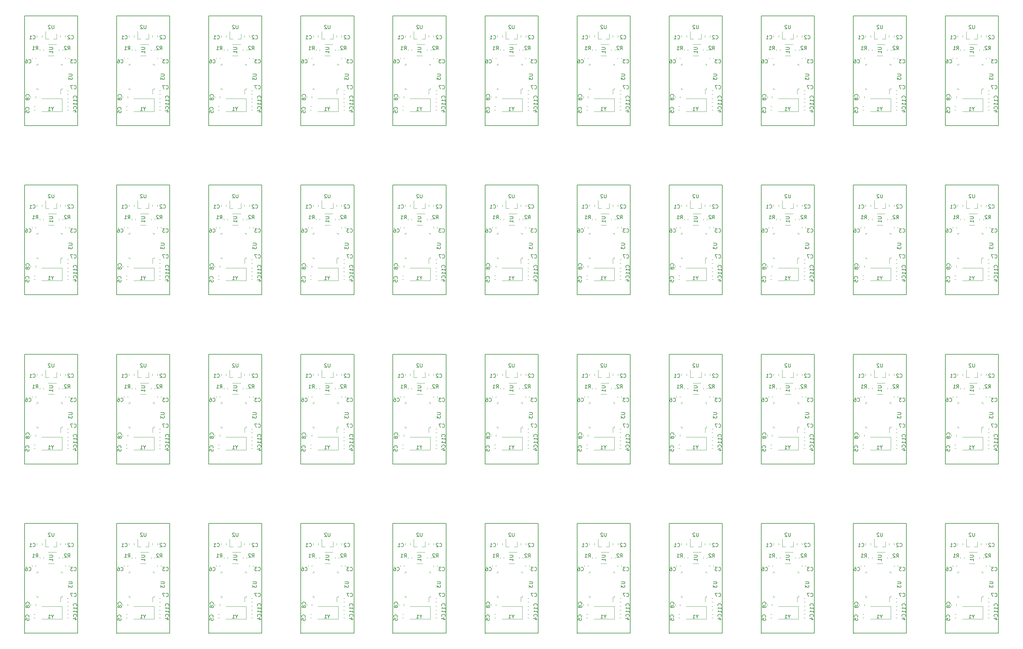
<source format=gbr>
G04 #@! TF.GenerationSoftware,KiCad,Pcbnew,5.0.2+dfsg1-1*
G04 #@! TF.CreationDate,2019-07-08T23:05:52+03:00*
G04 #@! TF.ProjectId,PocketAdmin_Panel,506f636b-6574-4416-946d-696e5f50616e,1.2*
G04 #@! TF.SameCoordinates,PX3dfd240PYd8f5fe0*
G04 #@! TF.FileFunction,Legend,Bot*
G04 #@! TF.FilePolarity,Positive*
%FSLAX46Y46*%
G04 Gerber Fmt 4.6, Leading zero omitted, Abs format (unit mm)*
G04 Created by KiCad (PCBNEW 5.0.2+dfsg1-1) date Mon 08 Jul 2019 11:05:52 PM MSK*
%MOMM*%
%LPD*%
G01*
G04 APERTURE LIST*
%ADD10C,0.150000*%
%ADD11C,0.120000*%
%ADD12C,0.100000*%
%ADD13C,0.975000*%
%ADD14R,2.100000X2.500000*%
%ADD15O,2.000000X3.600000*%
%ADD16C,1.200000*%
%ADD17C,1.075000*%
%ADD18R,0.350000X1.400000*%
%ADD19R,1.400000X0.350000*%
%ADD20R,0.900000X1.000000*%
%ADD21R,0.800000X0.610000*%
%ADD22R,1.800000X1.800000*%
%ADD23O,1.800000X1.800000*%
%ADD24C,3.000000*%
%ADD25C,3.300000*%
G04 APERTURE END LIST*
D10*
X267500000Y36300000D02*
X267500000Y5300000D01*
X241500000Y36300000D02*
X241500000Y5300000D01*
X215500000Y36300000D02*
X215500000Y5300000D01*
X189500000Y36300000D02*
X189500000Y5300000D01*
X163500000Y36300000D02*
X163500000Y5300000D01*
X137500000Y36300000D02*
X137500000Y5300000D01*
X111500000Y36300000D02*
X111500000Y5300000D01*
X85500000Y36300000D02*
X85500000Y5300000D01*
X59500000Y36300000D02*
X59500000Y5300000D01*
X33500000Y36300000D02*
X33500000Y5300000D01*
X7500000Y36300000D02*
X7500000Y5300000D01*
X267500000Y84100000D02*
X267500000Y53100000D01*
X241500000Y84100000D02*
X241500000Y53100000D01*
X215500000Y84100000D02*
X215500000Y53100000D01*
X189500000Y84100000D02*
X189500000Y53100000D01*
X163500000Y84100000D02*
X163500000Y53100000D01*
X137500000Y84100000D02*
X137500000Y53100000D01*
X111500000Y84100000D02*
X111500000Y53100000D01*
X85500000Y84100000D02*
X85500000Y53100000D01*
X59500000Y84100000D02*
X59500000Y53100000D01*
X33500000Y84100000D02*
X33500000Y53100000D01*
X7500000Y84100000D02*
X7500000Y53100000D01*
X267500000Y131900000D02*
X267500000Y100900000D01*
X241500000Y131900000D02*
X241500000Y100900000D01*
X215500000Y131900000D02*
X215500000Y100900000D01*
X189500000Y131900000D02*
X189500000Y100900000D01*
X163500000Y131900000D02*
X163500000Y100900000D01*
X137500000Y131900000D02*
X137500000Y100900000D01*
X111500000Y131900000D02*
X111500000Y100900000D01*
X85500000Y131900000D02*
X85500000Y100900000D01*
X59500000Y131900000D02*
X59500000Y100900000D01*
X33500000Y131900000D02*
X33500000Y100900000D01*
X7500000Y131900000D02*
X7500000Y100900000D01*
X267500000Y179700000D02*
X267500000Y148700000D01*
X241500000Y179700000D02*
X241500000Y148700000D01*
X215500000Y179700000D02*
X215500000Y148700000D01*
X189500000Y179700000D02*
X189500000Y148700000D01*
X163500000Y179700000D02*
X163500000Y148700000D01*
X137500000Y179700000D02*
X137500000Y148700000D01*
X111500000Y179700000D02*
X111500000Y148700000D01*
X85500000Y179700000D02*
X85500000Y148700000D01*
X59500000Y179700000D02*
X59500000Y148700000D01*
X33500000Y179700000D02*
X33500000Y148700000D01*
X267500000Y36308186D02*
X282500000Y36308186D01*
X241500000Y36308186D02*
X256500000Y36308186D01*
X215500000Y36308186D02*
X230500000Y36308186D01*
X189500000Y36308186D02*
X204500000Y36308186D01*
X163500000Y36308186D02*
X178500000Y36308186D01*
X137500000Y36308186D02*
X152500000Y36308186D01*
X111500000Y36308186D02*
X126500000Y36308186D01*
X85500000Y36308186D02*
X100500000Y36308186D01*
X59500000Y36308186D02*
X74500000Y36308186D01*
X33500000Y36308186D02*
X48500000Y36308186D01*
X7500000Y36308186D02*
X22500000Y36308186D01*
X267500000Y84108186D02*
X282500000Y84108186D01*
X241500000Y84108186D02*
X256500000Y84108186D01*
X215500000Y84108186D02*
X230500000Y84108186D01*
X189500000Y84108186D02*
X204500000Y84108186D01*
X163500000Y84108186D02*
X178500000Y84108186D01*
X137500000Y84108186D02*
X152500000Y84108186D01*
X111500000Y84108186D02*
X126500000Y84108186D01*
X85500000Y84108186D02*
X100500000Y84108186D01*
X59500000Y84108186D02*
X74500000Y84108186D01*
X33500000Y84108186D02*
X48500000Y84108186D01*
X7500000Y84108186D02*
X22500000Y84108186D01*
X267500000Y131908186D02*
X282500000Y131908186D01*
X241500000Y131908186D02*
X256500000Y131908186D01*
X215500000Y131908186D02*
X230500000Y131908186D01*
X189500000Y131908186D02*
X204500000Y131908186D01*
X163500000Y131908186D02*
X178500000Y131908186D01*
X137500000Y131908186D02*
X152500000Y131908186D01*
X111500000Y131908186D02*
X126500000Y131908186D01*
X85500000Y131908186D02*
X100500000Y131908186D01*
X59500000Y131908186D02*
X74500000Y131908186D01*
X33500000Y131908186D02*
X48500000Y131908186D01*
X7500000Y131908186D02*
X22500000Y131908186D01*
X267500000Y179708186D02*
X282500000Y179708186D01*
X241500000Y179708186D02*
X256500000Y179708186D01*
X215500000Y179708186D02*
X230500000Y179708186D01*
X189500000Y179708186D02*
X204500000Y179708186D01*
X163500000Y179708186D02*
X178500000Y179708186D01*
X137500000Y179708186D02*
X152500000Y179708186D01*
X111500000Y179708186D02*
X126500000Y179708186D01*
X85500000Y179708186D02*
X100500000Y179708186D01*
X59500000Y179708186D02*
X74500000Y179708186D01*
X33500000Y179708186D02*
X48500000Y179708186D01*
X282500000Y36308186D02*
X282500000Y5308186D01*
X256500000Y36308186D02*
X256500000Y5308186D01*
X230500000Y36308186D02*
X230500000Y5308186D01*
X204500000Y36308186D02*
X204500000Y5308186D01*
X178500000Y36308186D02*
X178500000Y5308186D01*
X152500000Y36308186D02*
X152500000Y5308186D01*
X126500000Y36308186D02*
X126500000Y5308186D01*
X100500000Y36308186D02*
X100500000Y5308186D01*
X74500000Y36308186D02*
X74500000Y5308186D01*
X48500000Y36308186D02*
X48500000Y5308186D01*
X22500000Y36308186D02*
X22500000Y5308186D01*
X282500000Y84108186D02*
X282500000Y53108186D01*
X256500000Y84108186D02*
X256500000Y53108186D01*
X230500000Y84108186D02*
X230500000Y53108186D01*
X204500000Y84108186D02*
X204500000Y53108186D01*
X178500000Y84108186D02*
X178500000Y53108186D01*
X152500000Y84108186D02*
X152500000Y53108186D01*
X126500000Y84108186D02*
X126500000Y53108186D01*
X100500000Y84108186D02*
X100500000Y53108186D01*
X74500000Y84108186D02*
X74500000Y53108186D01*
X48500000Y84108186D02*
X48500000Y53108186D01*
X22500000Y84108186D02*
X22500000Y53108186D01*
X282500000Y131908186D02*
X282500000Y100908186D01*
X256500000Y131908186D02*
X256500000Y100908186D01*
X230500000Y131908186D02*
X230500000Y100908186D01*
X204500000Y131908186D02*
X204500000Y100908186D01*
X178500000Y131908186D02*
X178500000Y100908186D01*
X152500000Y131908186D02*
X152500000Y100908186D01*
X126500000Y131908186D02*
X126500000Y100908186D01*
X100500000Y131908186D02*
X100500000Y100908186D01*
X74500000Y131908186D02*
X74500000Y100908186D01*
X48500000Y131908186D02*
X48500000Y100908186D01*
X22500000Y131908186D02*
X22500000Y100908186D01*
X282500000Y179708186D02*
X282500000Y148708186D01*
X256500000Y179708186D02*
X256500000Y148708186D01*
X230500000Y179708186D02*
X230500000Y148708186D01*
X204500000Y179708186D02*
X204500000Y148708186D01*
X178500000Y179708186D02*
X178500000Y148708186D01*
X152500000Y179708186D02*
X152500000Y148708186D01*
X126500000Y179708186D02*
X126500000Y148708186D01*
X100500000Y179708186D02*
X100500000Y148708186D01*
X74500000Y179708186D02*
X74500000Y148708186D01*
X48500000Y179708186D02*
X48500000Y148708186D01*
X282500000Y5308186D02*
X267500000Y5308186D01*
X256500000Y5308186D02*
X241500000Y5308186D01*
X230500000Y5308186D02*
X215500000Y5308186D01*
X204500000Y5308186D02*
X189500000Y5308186D01*
X178500000Y5308186D02*
X163500000Y5308186D01*
X152500000Y5308186D02*
X137500000Y5308186D01*
X126500000Y5308186D02*
X111500000Y5308186D01*
X100500000Y5308186D02*
X85500000Y5308186D01*
X74500000Y5308186D02*
X59500000Y5308186D01*
X48500000Y5308186D02*
X33500000Y5308186D01*
X22500000Y5308186D02*
X7500000Y5308186D01*
X282500000Y53108186D02*
X267500000Y53108186D01*
X256500000Y53108186D02*
X241500000Y53108186D01*
X230500000Y53108186D02*
X215500000Y53108186D01*
X204500000Y53108186D02*
X189500000Y53108186D01*
X178500000Y53108186D02*
X163500000Y53108186D01*
X152500000Y53108186D02*
X137500000Y53108186D01*
X126500000Y53108186D02*
X111500000Y53108186D01*
X100500000Y53108186D02*
X85500000Y53108186D01*
X74500000Y53108186D02*
X59500000Y53108186D01*
X48500000Y53108186D02*
X33500000Y53108186D01*
X22500000Y53108186D02*
X7500000Y53108186D01*
X282500000Y100908186D02*
X267500000Y100908186D01*
X256500000Y100908186D02*
X241500000Y100908186D01*
X230500000Y100908186D02*
X215500000Y100908186D01*
X204500000Y100908186D02*
X189500000Y100908186D01*
X178500000Y100908186D02*
X163500000Y100908186D01*
X152500000Y100908186D02*
X137500000Y100908186D01*
X126500000Y100908186D02*
X111500000Y100908186D01*
X100500000Y100908186D02*
X85500000Y100908186D01*
X74500000Y100908186D02*
X59500000Y100908186D01*
X48500000Y100908186D02*
X33500000Y100908186D01*
X22500000Y100908186D02*
X7500000Y100908186D01*
X282500000Y148708186D02*
X267500000Y148708186D01*
X256500000Y148708186D02*
X241500000Y148708186D01*
X230500000Y148708186D02*
X215500000Y148708186D01*
X204500000Y148708186D02*
X189500000Y148708186D01*
X178500000Y148708186D02*
X163500000Y148708186D01*
X152500000Y148708186D02*
X137500000Y148708186D01*
X126500000Y148708186D02*
X111500000Y148708186D01*
X100500000Y148708186D02*
X85500000Y148708186D01*
X74500000Y148708186D02*
X59500000Y148708186D01*
X48500000Y148708186D02*
X33500000Y148708186D01*
X22500000Y148708186D02*
X7500000Y148708186D01*
X22500000Y179708186D02*
X22500000Y148708186D01*
X7500000Y179708186D02*
X22500000Y179708186D01*
X7500000Y179700000D02*
X7500000Y148700000D01*
D11*
G04 #@! TO.C,R1*
X271790000Y26762779D02*
X271790000Y26437221D01*
X272810000Y26762779D02*
X272810000Y26437221D01*
X245790000Y26762779D02*
X245790000Y26437221D01*
X246810000Y26762779D02*
X246810000Y26437221D01*
X219790000Y26762779D02*
X219790000Y26437221D01*
X220810000Y26762779D02*
X220810000Y26437221D01*
X193790000Y26762779D02*
X193790000Y26437221D01*
X194810000Y26762779D02*
X194810000Y26437221D01*
X167790000Y26762779D02*
X167790000Y26437221D01*
X168810000Y26762779D02*
X168810000Y26437221D01*
X141790000Y26762779D02*
X141790000Y26437221D01*
X142810000Y26762779D02*
X142810000Y26437221D01*
X115790000Y26762779D02*
X115790000Y26437221D01*
X116810000Y26762779D02*
X116810000Y26437221D01*
X89790000Y26762779D02*
X89790000Y26437221D01*
X90810000Y26762779D02*
X90810000Y26437221D01*
X63790000Y26762779D02*
X63790000Y26437221D01*
X64810000Y26762779D02*
X64810000Y26437221D01*
X37790000Y26762779D02*
X37790000Y26437221D01*
X38810000Y26762779D02*
X38810000Y26437221D01*
X11790000Y26762779D02*
X11790000Y26437221D01*
X12810000Y26762779D02*
X12810000Y26437221D01*
X271790000Y74562779D02*
X271790000Y74237221D01*
X272810000Y74562779D02*
X272810000Y74237221D01*
X245790000Y74562779D02*
X245790000Y74237221D01*
X246810000Y74562779D02*
X246810000Y74237221D01*
X219790000Y74562779D02*
X219790000Y74237221D01*
X220810000Y74562779D02*
X220810000Y74237221D01*
X193790000Y74562779D02*
X193790000Y74237221D01*
X194810000Y74562779D02*
X194810000Y74237221D01*
X167790000Y74562779D02*
X167790000Y74237221D01*
X168810000Y74562779D02*
X168810000Y74237221D01*
X141790000Y74562779D02*
X141790000Y74237221D01*
X142810000Y74562779D02*
X142810000Y74237221D01*
X115790000Y74562779D02*
X115790000Y74237221D01*
X116810000Y74562779D02*
X116810000Y74237221D01*
X89790000Y74562779D02*
X89790000Y74237221D01*
X90810000Y74562779D02*
X90810000Y74237221D01*
X63790000Y74562779D02*
X63790000Y74237221D01*
X64810000Y74562779D02*
X64810000Y74237221D01*
X37790000Y74562779D02*
X37790000Y74237221D01*
X38810000Y74562779D02*
X38810000Y74237221D01*
X11790000Y74562779D02*
X11790000Y74237221D01*
X12810000Y74562779D02*
X12810000Y74237221D01*
X271790000Y122362779D02*
X271790000Y122037221D01*
X272810000Y122362779D02*
X272810000Y122037221D01*
X245790000Y122362779D02*
X245790000Y122037221D01*
X246810000Y122362779D02*
X246810000Y122037221D01*
X219790000Y122362779D02*
X219790000Y122037221D01*
X220810000Y122362779D02*
X220810000Y122037221D01*
X193790000Y122362779D02*
X193790000Y122037221D01*
X194810000Y122362779D02*
X194810000Y122037221D01*
X167790000Y122362779D02*
X167790000Y122037221D01*
X168810000Y122362779D02*
X168810000Y122037221D01*
X141790000Y122362779D02*
X141790000Y122037221D01*
X142810000Y122362779D02*
X142810000Y122037221D01*
X115790000Y122362779D02*
X115790000Y122037221D01*
X116810000Y122362779D02*
X116810000Y122037221D01*
X89790000Y122362779D02*
X89790000Y122037221D01*
X90810000Y122362779D02*
X90810000Y122037221D01*
X63790000Y122362779D02*
X63790000Y122037221D01*
X64810000Y122362779D02*
X64810000Y122037221D01*
X37790000Y122362779D02*
X37790000Y122037221D01*
X38810000Y122362779D02*
X38810000Y122037221D01*
X11790000Y122362779D02*
X11790000Y122037221D01*
X12810000Y122362779D02*
X12810000Y122037221D01*
X271790000Y170162779D02*
X271790000Y169837221D01*
X272810000Y170162779D02*
X272810000Y169837221D01*
X245790000Y170162779D02*
X245790000Y169837221D01*
X246810000Y170162779D02*
X246810000Y169837221D01*
X219790000Y170162779D02*
X219790000Y169837221D01*
X220810000Y170162779D02*
X220810000Y169837221D01*
X193790000Y170162779D02*
X193790000Y169837221D01*
X194810000Y170162779D02*
X194810000Y169837221D01*
X167790000Y170162779D02*
X167790000Y169837221D01*
X168810000Y170162779D02*
X168810000Y169837221D01*
X141790000Y170162779D02*
X141790000Y169837221D01*
X142810000Y170162779D02*
X142810000Y169837221D01*
X115790000Y170162779D02*
X115790000Y169837221D01*
X116810000Y170162779D02*
X116810000Y169837221D01*
X89790000Y170162779D02*
X89790000Y169837221D01*
X90810000Y170162779D02*
X90810000Y169837221D01*
X63790000Y170162779D02*
X63790000Y169837221D01*
X64810000Y170162779D02*
X64810000Y169837221D01*
X37790000Y170162779D02*
X37790000Y169837221D01*
X38810000Y170162779D02*
X38810000Y169837221D01*
G04 #@! TO.C,C6*
X270610000Y24462779D02*
X270610000Y24137221D01*
X269590000Y24462779D02*
X269590000Y24137221D01*
X244610000Y24462779D02*
X244610000Y24137221D01*
X243590000Y24462779D02*
X243590000Y24137221D01*
X218610000Y24462779D02*
X218610000Y24137221D01*
X217590000Y24462779D02*
X217590000Y24137221D01*
X192610000Y24462779D02*
X192610000Y24137221D01*
X191590000Y24462779D02*
X191590000Y24137221D01*
X166610000Y24462779D02*
X166610000Y24137221D01*
X165590000Y24462779D02*
X165590000Y24137221D01*
X140610000Y24462779D02*
X140610000Y24137221D01*
X139590000Y24462779D02*
X139590000Y24137221D01*
X114610000Y24462779D02*
X114610000Y24137221D01*
X113590000Y24462779D02*
X113590000Y24137221D01*
X88610000Y24462779D02*
X88610000Y24137221D01*
X87590000Y24462779D02*
X87590000Y24137221D01*
X62610000Y24462779D02*
X62610000Y24137221D01*
X61590000Y24462779D02*
X61590000Y24137221D01*
X36610000Y24462779D02*
X36610000Y24137221D01*
X35590000Y24462779D02*
X35590000Y24137221D01*
X10610000Y24462779D02*
X10610000Y24137221D01*
X9590000Y24462779D02*
X9590000Y24137221D01*
X270610000Y72262779D02*
X270610000Y71937221D01*
X269590000Y72262779D02*
X269590000Y71937221D01*
X244610000Y72262779D02*
X244610000Y71937221D01*
X243590000Y72262779D02*
X243590000Y71937221D01*
X218610000Y72262779D02*
X218610000Y71937221D01*
X217590000Y72262779D02*
X217590000Y71937221D01*
X192610000Y72262779D02*
X192610000Y71937221D01*
X191590000Y72262779D02*
X191590000Y71937221D01*
X166610000Y72262779D02*
X166610000Y71937221D01*
X165590000Y72262779D02*
X165590000Y71937221D01*
X140610000Y72262779D02*
X140610000Y71937221D01*
X139590000Y72262779D02*
X139590000Y71937221D01*
X114610000Y72262779D02*
X114610000Y71937221D01*
X113590000Y72262779D02*
X113590000Y71937221D01*
X88610000Y72262779D02*
X88610000Y71937221D01*
X87590000Y72262779D02*
X87590000Y71937221D01*
X62610000Y72262779D02*
X62610000Y71937221D01*
X61590000Y72262779D02*
X61590000Y71937221D01*
X36610000Y72262779D02*
X36610000Y71937221D01*
X35590000Y72262779D02*
X35590000Y71937221D01*
X10610000Y72262779D02*
X10610000Y71937221D01*
X9590000Y72262779D02*
X9590000Y71937221D01*
X270610000Y120062779D02*
X270610000Y119737221D01*
X269590000Y120062779D02*
X269590000Y119737221D01*
X244610000Y120062779D02*
X244610000Y119737221D01*
X243590000Y120062779D02*
X243590000Y119737221D01*
X218610000Y120062779D02*
X218610000Y119737221D01*
X217590000Y120062779D02*
X217590000Y119737221D01*
X192610000Y120062779D02*
X192610000Y119737221D01*
X191590000Y120062779D02*
X191590000Y119737221D01*
X166610000Y120062779D02*
X166610000Y119737221D01*
X165590000Y120062779D02*
X165590000Y119737221D01*
X140610000Y120062779D02*
X140610000Y119737221D01*
X139590000Y120062779D02*
X139590000Y119737221D01*
X114610000Y120062779D02*
X114610000Y119737221D01*
X113590000Y120062779D02*
X113590000Y119737221D01*
X88610000Y120062779D02*
X88610000Y119737221D01*
X87590000Y120062779D02*
X87590000Y119737221D01*
X62610000Y120062779D02*
X62610000Y119737221D01*
X61590000Y120062779D02*
X61590000Y119737221D01*
X36610000Y120062779D02*
X36610000Y119737221D01*
X35590000Y120062779D02*
X35590000Y119737221D01*
X10610000Y120062779D02*
X10610000Y119737221D01*
X9590000Y120062779D02*
X9590000Y119737221D01*
X270610000Y167862779D02*
X270610000Y167537221D01*
X269590000Y167862779D02*
X269590000Y167537221D01*
X244610000Y167862779D02*
X244610000Y167537221D01*
X243590000Y167862779D02*
X243590000Y167537221D01*
X218610000Y167862779D02*
X218610000Y167537221D01*
X217590000Y167862779D02*
X217590000Y167537221D01*
X192610000Y167862779D02*
X192610000Y167537221D01*
X191590000Y167862779D02*
X191590000Y167537221D01*
X166610000Y167862779D02*
X166610000Y167537221D01*
X165590000Y167862779D02*
X165590000Y167537221D01*
X140610000Y167862779D02*
X140610000Y167537221D01*
X139590000Y167862779D02*
X139590000Y167537221D01*
X114610000Y167862779D02*
X114610000Y167537221D01*
X113590000Y167862779D02*
X113590000Y167537221D01*
X88610000Y167862779D02*
X88610000Y167537221D01*
X87590000Y167862779D02*
X87590000Y167537221D01*
X62610000Y167862779D02*
X62610000Y167537221D01*
X61590000Y167862779D02*
X61590000Y167537221D01*
X36610000Y167862779D02*
X36610000Y167537221D01*
X35590000Y167862779D02*
X35590000Y167537221D01*
G04 #@! TO.C,Y1*
X272300000Y12900000D02*
X278050000Y12900000D01*
X278050000Y12900000D02*
X278050000Y9300000D01*
X278050000Y9300000D02*
X272300000Y9300000D01*
X246300000Y12900000D02*
X252050000Y12900000D01*
X252050000Y12900000D02*
X252050000Y9300000D01*
X252050000Y9300000D02*
X246300000Y9300000D01*
X220300000Y12900000D02*
X226050000Y12900000D01*
X226050000Y12900000D02*
X226050000Y9300000D01*
X226050000Y9300000D02*
X220300000Y9300000D01*
X194300000Y12900000D02*
X200050000Y12900000D01*
X200050000Y12900000D02*
X200050000Y9300000D01*
X200050000Y9300000D02*
X194300000Y9300000D01*
X168300000Y12900000D02*
X174050000Y12900000D01*
X174050000Y12900000D02*
X174050000Y9300000D01*
X174050000Y9300000D02*
X168300000Y9300000D01*
X142300000Y12900000D02*
X148050000Y12900000D01*
X148050000Y12900000D02*
X148050000Y9300000D01*
X148050000Y9300000D02*
X142300000Y9300000D01*
X116300000Y12900000D02*
X122050000Y12900000D01*
X122050000Y12900000D02*
X122050000Y9300000D01*
X122050000Y9300000D02*
X116300000Y9300000D01*
X90300000Y12900000D02*
X96050000Y12900000D01*
X96050000Y12900000D02*
X96050000Y9300000D01*
X96050000Y9300000D02*
X90300000Y9300000D01*
X64300000Y12900000D02*
X70050000Y12900000D01*
X70050000Y12900000D02*
X70050000Y9300000D01*
X70050000Y9300000D02*
X64300000Y9300000D01*
X38300000Y12900000D02*
X44050000Y12900000D01*
X44050000Y12900000D02*
X44050000Y9300000D01*
X44050000Y9300000D02*
X38300000Y9300000D01*
X12300000Y12900000D02*
X18050000Y12900000D01*
X18050000Y12900000D02*
X18050000Y9300000D01*
X18050000Y9300000D02*
X12300000Y9300000D01*
X272300000Y60700000D02*
X278050000Y60700000D01*
X278050000Y60700000D02*
X278050000Y57100000D01*
X278050000Y57100000D02*
X272300000Y57100000D01*
X246300000Y60700000D02*
X252050000Y60700000D01*
X252050000Y60700000D02*
X252050000Y57100000D01*
X252050000Y57100000D02*
X246300000Y57100000D01*
X220300000Y60700000D02*
X226050000Y60700000D01*
X226050000Y60700000D02*
X226050000Y57100000D01*
X226050000Y57100000D02*
X220300000Y57100000D01*
X194300000Y60700000D02*
X200050000Y60700000D01*
X200050000Y60700000D02*
X200050000Y57100000D01*
X200050000Y57100000D02*
X194300000Y57100000D01*
X168300000Y60700000D02*
X174050000Y60700000D01*
X174050000Y60700000D02*
X174050000Y57100000D01*
X174050000Y57100000D02*
X168300000Y57100000D01*
X142300000Y60700000D02*
X148050000Y60700000D01*
X148050000Y60700000D02*
X148050000Y57100000D01*
X148050000Y57100000D02*
X142300000Y57100000D01*
X116300000Y60700000D02*
X122050000Y60700000D01*
X122050000Y60700000D02*
X122050000Y57100000D01*
X122050000Y57100000D02*
X116300000Y57100000D01*
X90300000Y60700000D02*
X96050000Y60700000D01*
X96050000Y60700000D02*
X96050000Y57100000D01*
X96050000Y57100000D02*
X90300000Y57100000D01*
X64300000Y60700000D02*
X70050000Y60700000D01*
X70050000Y60700000D02*
X70050000Y57100000D01*
X70050000Y57100000D02*
X64300000Y57100000D01*
X38300000Y60700000D02*
X44050000Y60700000D01*
X44050000Y60700000D02*
X44050000Y57100000D01*
X44050000Y57100000D02*
X38300000Y57100000D01*
X12300000Y60700000D02*
X18050000Y60700000D01*
X18050000Y60700000D02*
X18050000Y57100000D01*
X18050000Y57100000D02*
X12300000Y57100000D01*
X272300000Y108500000D02*
X278050000Y108500000D01*
X278050000Y108500000D02*
X278050000Y104900000D01*
X278050000Y104900000D02*
X272300000Y104900000D01*
X246300000Y108500000D02*
X252050000Y108500000D01*
X252050000Y108500000D02*
X252050000Y104900000D01*
X252050000Y104900000D02*
X246300000Y104900000D01*
X220300000Y108500000D02*
X226050000Y108500000D01*
X226050000Y108500000D02*
X226050000Y104900000D01*
X226050000Y104900000D02*
X220300000Y104900000D01*
X194300000Y108500000D02*
X200050000Y108500000D01*
X200050000Y108500000D02*
X200050000Y104900000D01*
X200050000Y104900000D02*
X194300000Y104900000D01*
X168300000Y108500000D02*
X174050000Y108500000D01*
X174050000Y108500000D02*
X174050000Y104900000D01*
X174050000Y104900000D02*
X168300000Y104900000D01*
X142300000Y108500000D02*
X148050000Y108500000D01*
X148050000Y108500000D02*
X148050000Y104900000D01*
X148050000Y104900000D02*
X142300000Y104900000D01*
X116300000Y108500000D02*
X122050000Y108500000D01*
X122050000Y108500000D02*
X122050000Y104900000D01*
X122050000Y104900000D02*
X116300000Y104900000D01*
X90300000Y108500000D02*
X96050000Y108500000D01*
X96050000Y108500000D02*
X96050000Y104900000D01*
X96050000Y104900000D02*
X90300000Y104900000D01*
X64300000Y108500000D02*
X70050000Y108500000D01*
X70050000Y108500000D02*
X70050000Y104900000D01*
X70050000Y104900000D02*
X64300000Y104900000D01*
X38300000Y108500000D02*
X44050000Y108500000D01*
X44050000Y108500000D02*
X44050000Y104900000D01*
X44050000Y104900000D02*
X38300000Y104900000D01*
X12300000Y108500000D02*
X18050000Y108500000D01*
X18050000Y108500000D02*
X18050000Y104900000D01*
X18050000Y104900000D02*
X12300000Y104900000D01*
X272300000Y156300000D02*
X278050000Y156300000D01*
X278050000Y156300000D02*
X278050000Y152700000D01*
X278050000Y152700000D02*
X272300000Y152700000D01*
X246300000Y156300000D02*
X252050000Y156300000D01*
X252050000Y156300000D02*
X252050000Y152700000D01*
X252050000Y152700000D02*
X246300000Y152700000D01*
X220300000Y156300000D02*
X226050000Y156300000D01*
X226050000Y156300000D02*
X226050000Y152700000D01*
X226050000Y152700000D02*
X220300000Y152700000D01*
X194300000Y156300000D02*
X200050000Y156300000D01*
X200050000Y156300000D02*
X200050000Y152700000D01*
X200050000Y152700000D02*
X194300000Y152700000D01*
X168300000Y156300000D02*
X174050000Y156300000D01*
X174050000Y156300000D02*
X174050000Y152700000D01*
X174050000Y152700000D02*
X168300000Y152700000D01*
X142300000Y156300000D02*
X148050000Y156300000D01*
X148050000Y156300000D02*
X148050000Y152700000D01*
X148050000Y152700000D02*
X142300000Y152700000D01*
X116300000Y156300000D02*
X122050000Y156300000D01*
X122050000Y156300000D02*
X122050000Y152700000D01*
X122050000Y152700000D02*
X116300000Y152700000D01*
X90300000Y156300000D02*
X96050000Y156300000D01*
X96050000Y156300000D02*
X96050000Y152700000D01*
X96050000Y152700000D02*
X90300000Y152700000D01*
X64300000Y156300000D02*
X70050000Y156300000D01*
X70050000Y156300000D02*
X70050000Y152700000D01*
X70050000Y152700000D02*
X64300000Y152700000D01*
X38300000Y156300000D02*
X44050000Y156300000D01*
X44050000Y156300000D02*
X44050000Y152700000D01*
X44050000Y152700000D02*
X38300000Y152700000D01*
G04 #@! TO.C,C7*
X279862779Y15210000D02*
X279537221Y15210000D01*
X279862779Y14190000D02*
X279537221Y14190000D01*
X253862779Y15210000D02*
X253537221Y15210000D01*
X253862779Y14190000D02*
X253537221Y14190000D01*
X227862779Y15210000D02*
X227537221Y15210000D01*
X227862779Y14190000D02*
X227537221Y14190000D01*
X201862779Y15210000D02*
X201537221Y15210000D01*
X201862779Y14190000D02*
X201537221Y14190000D01*
X175862779Y15210000D02*
X175537221Y15210000D01*
X175862779Y14190000D02*
X175537221Y14190000D01*
X149862779Y15210000D02*
X149537221Y15210000D01*
X149862779Y14190000D02*
X149537221Y14190000D01*
X123862779Y15210000D02*
X123537221Y15210000D01*
X123862779Y14190000D02*
X123537221Y14190000D01*
X97862779Y15210000D02*
X97537221Y15210000D01*
X97862779Y14190000D02*
X97537221Y14190000D01*
X71862779Y15210000D02*
X71537221Y15210000D01*
X71862779Y14190000D02*
X71537221Y14190000D01*
X45862779Y15210000D02*
X45537221Y15210000D01*
X45862779Y14190000D02*
X45537221Y14190000D01*
X19862779Y15210000D02*
X19537221Y15210000D01*
X19862779Y14190000D02*
X19537221Y14190000D01*
X279862779Y63010000D02*
X279537221Y63010000D01*
X279862779Y61990000D02*
X279537221Y61990000D01*
X253862779Y63010000D02*
X253537221Y63010000D01*
X253862779Y61990000D02*
X253537221Y61990000D01*
X227862779Y63010000D02*
X227537221Y63010000D01*
X227862779Y61990000D02*
X227537221Y61990000D01*
X201862779Y63010000D02*
X201537221Y63010000D01*
X201862779Y61990000D02*
X201537221Y61990000D01*
X175862779Y63010000D02*
X175537221Y63010000D01*
X175862779Y61990000D02*
X175537221Y61990000D01*
X149862779Y63010000D02*
X149537221Y63010000D01*
X149862779Y61990000D02*
X149537221Y61990000D01*
X123862779Y63010000D02*
X123537221Y63010000D01*
X123862779Y61990000D02*
X123537221Y61990000D01*
X97862779Y63010000D02*
X97537221Y63010000D01*
X97862779Y61990000D02*
X97537221Y61990000D01*
X71862779Y63010000D02*
X71537221Y63010000D01*
X71862779Y61990000D02*
X71537221Y61990000D01*
X45862779Y63010000D02*
X45537221Y63010000D01*
X45862779Y61990000D02*
X45537221Y61990000D01*
X19862779Y63010000D02*
X19537221Y63010000D01*
X19862779Y61990000D02*
X19537221Y61990000D01*
X279862779Y110810000D02*
X279537221Y110810000D01*
X279862779Y109790000D02*
X279537221Y109790000D01*
X253862779Y110810000D02*
X253537221Y110810000D01*
X253862779Y109790000D02*
X253537221Y109790000D01*
X227862779Y110810000D02*
X227537221Y110810000D01*
X227862779Y109790000D02*
X227537221Y109790000D01*
X201862779Y110810000D02*
X201537221Y110810000D01*
X201862779Y109790000D02*
X201537221Y109790000D01*
X175862779Y110810000D02*
X175537221Y110810000D01*
X175862779Y109790000D02*
X175537221Y109790000D01*
X149862779Y110810000D02*
X149537221Y110810000D01*
X149862779Y109790000D02*
X149537221Y109790000D01*
X123862779Y110810000D02*
X123537221Y110810000D01*
X123862779Y109790000D02*
X123537221Y109790000D01*
X97862779Y110810000D02*
X97537221Y110810000D01*
X97862779Y109790000D02*
X97537221Y109790000D01*
X71862779Y110810000D02*
X71537221Y110810000D01*
X71862779Y109790000D02*
X71537221Y109790000D01*
X45862779Y110810000D02*
X45537221Y110810000D01*
X45862779Y109790000D02*
X45537221Y109790000D01*
X19862779Y110810000D02*
X19537221Y110810000D01*
X19862779Y109790000D02*
X19537221Y109790000D01*
X279862779Y158610000D02*
X279537221Y158610000D01*
X279862779Y157590000D02*
X279537221Y157590000D01*
X253862779Y158610000D02*
X253537221Y158610000D01*
X253862779Y157590000D02*
X253537221Y157590000D01*
X227862779Y158610000D02*
X227537221Y158610000D01*
X227862779Y157590000D02*
X227537221Y157590000D01*
X201862779Y158610000D02*
X201537221Y158610000D01*
X201862779Y157590000D02*
X201537221Y157590000D01*
X175862779Y158610000D02*
X175537221Y158610000D01*
X175862779Y157590000D02*
X175537221Y157590000D01*
X149862779Y158610000D02*
X149537221Y158610000D01*
X149862779Y157590000D02*
X149537221Y157590000D01*
X123862779Y158610000D02*
X123537221Y158610000D01*
X123862779Y157590000D02*
X123537221Y157590000D01*
X97862779Y158610000D02*
X97537221Y158610000D01*
X97862779Y157590000D02*
X97537221Y157590000D01*
X71862779Y158610000D02*
X71537221Y158610000D01*
X71862779Y157590000D02*
X71537221Y157590000D01*
X45862779Y158610000D02*
X45537221Y158610000D01*
X45862779Y157590000D02*
X45537221Y157590000D01*
G04 #@! TO.C,C2*
X277590000Y30758578D02*
X277590000Y30241422D01*
X279010000Y30758578D02*
X279010000Y30241422D01*
X251590000Y30758578D02*
X251590000Y30241422D01*
X253010000Y30758578D02*
X253010000Y30241422D01*
X225590000Y30758578D02*
X225590000Y30241422D01*
X227010000Y30758578D02*
X227010000Y30241422D01*
X199590000Y30758578D02*
X199590000Y30241422D01*
X201010000Y30758578D02*
X201010000Y30241422D01*
X173590000Y30758578D02*
X173590000Y30241422D01*
X175010000Y30758578D02*
X175010000Y30241422D01*
X147590000Y30758578D02*
X147590000Y30241422D01*
X149010000Y30758578D02*
X149010000Y30241422D01*
X121590000Y30758578D02*
X121590000Y30241422D01*
X123010000Y30758578D02*
X123010000Y30241422D01*
X95590000Y30758578D02*
X95590000Y30241422D01*
X97010000Y30758578D02*
X97010000Y30241422D01*
X69590000Y30758578D02*
X69590000Y30241422D01*
X71010000Y30758578D02*
X71010000Y30241422D01*
X43590000Y30758578D02*
X43590000Y30241422D01*
X45010000Y30758578D02*
X45010000Y30241422D01*
X17590000Y30758578D02*
X17590000Y30241422D01*
X19010000Y30758578D02*
X19010000Y30241422D01*
X277590000Y78558578D02*
X277590000Y78041422D01*
X279010000Y78558578D02*
X279010000Y78041422D01*
X251590000Y78558578D02*
X251590000Y78041422D01*
X253010000Y78558578D02*
X253010000Y78041422D01*
X225590000Y78558578D02*
X225590000Y78041422D01*
X227010000Y78558578D02*
X227010000Y78041422D01*
X199590000Y78558578D02*
X199590000Y78041422D01*
X201010000Y78558578D02*
X201010000Y78041422D01*
X173590000Y78558578D02*
X173590000Y78041422D01*
X175010000Y78558578D02*
X175010000Y78041422D01*
X147590000Y78558578D02*
X147590000Y78041422D01*
X149010000Y78558578D02*
X149010000Y78041422D01*
X121590000Y78558578D02*
X121590000Y78041422D01*
X123010000Y78558578D02*
X123010000Y78041422D01*
X95590000Y78558578D02*
X95590000Y78041422D01*
X97010000Y78558578D02*
X97010000Y78041422D01*
X69590000Y78558578D02*
X69590000Y78041422D01*
X71010000Y78558578D02*
X71010000Y78041422D01*
X43590000Y78558578D02*
X43590000Y78041422D01*
X45010000Y78558578D02*
X45010000Y78041422D01*
X17590000Y78558578D02*
X17590000Y78041422D01*
X19010000Y78558578D02*
X19010000Y78041422D01*
X277590000Y126358578D02*
X277590000Y125841422D01*
X279010000Y126358578D02*
X279010000Y125841422D01*
X251590000Y126358578D02*
X251590000Y125841422D01*
X253010000Y126358578D02*
X253010000Y125841422D01*
X225590000Y126358578D02*
X225590000Y125841422D01*
X227010000Y126358578D02*
X227010000Y125841422D01*
X199590000Y126358578D02*
X199590000Y125841422D01*
X201010000Y126358578D02*
X201010000Y125841422D01*
X173590000Y126358578D02*
X173590000Y125841422D01*
X175010000Y126358578D02*
X175010000Y125841422D01*
X147590000Y126358578D02*
X147590000Y125841422D01*
X149010000Y126358578D02*
X149010000Y125841422D01*
X121590000Y126358578D02*
X121590000Y125841422D01*
X123010000Y126358578D02*
X123010000Y125841422D01*
X95590000Y126358578D02*
X95590000Y125841422D01*
X97010000Y126358578D02*
X97010000Y125841422D01*
X69590000Y126358578D02*
X69590000Y125841422D01*
X71010000Y126358578D02*
X71010000Y125841422D01*
X43590000Y126358578D02*
X43590000Y125841422D01*
X45010000Y126358578D02*
X45010000Y125841422D01*
X17590000Y126358578D02*
X17590000Y125841422D01*
X19010000Y126358578D02*
X19010000Y125841422D01*
X277590000Y174158578D02*
X277590000Y173641422D01*
X279010000Y174158578D02*
X279010000Y173641422D01*
X251590000Y174158578D02*
X251590000Y173641422D01*
X253010000Y174158578D02*
X253010000Y173641422D01*
X225590000Y174158578D02*
X225590000Y173641422D01*
X227010000Y174158578D02*
X227010000Y173641422D01*
X199590000Y174158578D02*
X199590000Y173641422D01*
X201010000Y174158578D02*
X201010000Y173641422D01*
X173590000Y174158578D02*
X173590000Y173641422D01*
X175010000Y174158578D02*
X175010000Y173641422D01*
X147590000Y174158578D02*
X147590000Y173641422D01*
X149010000Y174158578D02*
X149010000Y173641422D01*
X121590000Y174158578D02*
X121590000Y173641422D01*
X123010000Y174158578D02*
X123010000Y173641422D01*
X95590000Y174158578D02*
X95590000Y173641422D01*
X97010000Y174158578D02*
X97010000Y173641422D01*
X69590000Y174158578D02*
X69590000Y173641422D01*
X71010000Y174158578D02*
X71010000Y173641422D01*
X43590000Y174158578D02*
X43590000Y173641422D01*
X45010000Y174158578D02*
X45010000Y173641422D01*
G04 #@! TO.C,U3*
X278060000Y22660000D02*
X277640000Y22660000D01*
X270940000Y22660000D02*
X271360000Y22660000D01*
X270940000Y15540000D02*
X271360000Y15540000D01*
X278060000Y15540000D02*
X278060000Y15960000D01*
X270940000Y22660000D02*
X270940000Y22240000D01*
X278060000Y22660000D02*
X278060000Y22240000D01*
X277640000Y15540000D02*
X277640000Y14160000D01*
X278060000Y15540000D02*
X277640000Y15540000D01*
X270940000Y15540000D02*
X270940000Y15960000D01*
X252060000Y22660000D02*
X251640000Y22660000D01*
X244940000Y22660000D02*
X245360000Y22660000D01*
X244940000Y15540000D02*
X245360000Y15540000D01*
X252060000Y15540000D02*
X252060000Y15960000D01*
X244940000Y22660000D02*
X244940000Y22240000D01*
X252060000Y22660000D02*
X252060000Y22240000D01*
X251640000Y15540000D02*
X251640000Y14160000D01*
X252060000Y15540000D02*
X251640000Y15540000D01*
X244940000Y15540000D02*
X244940000Y15960000D01*
X226060000Y22660000D02*
X225640000Y22660000D01*
X218940000Y22660000D02*
X219360000Y22660000D01*
X218940000Y15540000D02*
X219360000Y15540000D01*
X226060000Y15540000D02*
X226060000Y15960000D01*
X218940000Y22660000D02*
X218940000Y22240000D01*
X226060000Y22660000D02*
X226060000Y22240000D01*
X225640000Y15540000D02*
X225640000Y14160000D01*
X226060000Y15540000D02*
X225640000Y15540000D01*
X218940000Y15540000D02*
X218940000Y15960000D01*
X200060000Y22660000D02*
X199640000Y22660000D01*
X192940000Y22660000D02*
X193360000Y22660000D01*
X192940000Y15540000D02*
X193360000Y15540000D01*
X200060000Y15540000D02*
X200060000Y15960000D01*
X192940000Y22660000D02*
X192940000Y22240000D01*
X200060000Y22660000D02*
X200060000Y22240000D01*
X199640000Y15540000D02*
X199640000Y14160000D01*
X200060000Y15540000D02*
X199640000Y15540000D01*
X192940000Y15540000D02*
X192940000Y15960000D01*
X174060000Y22660000D02*
X173640000Y22660000D01*
X166940000Y22660000D02*
X167360000Y22660000D01*
X166940000Y15540000D02*
X167360000Y15540000D01*
X174060000Y15540000D02*
X174060000Y15960000D01*
X166940000Y22660000D02*
X166940000Y22240000D01*
X174060000Y22660000D02*
X174060000Y22240000D01*
X173640000Y15540000D02*
X173640000Y14160000D01*
X174060000Y15540000D02*
X173640000Y15540000D01*
X166940000Y15540000D02*
X166940000Y15960000D01*
X148060000Y22660000D02*
X147640000Y22660000D01*
X140940000Y22660000D02*
X141360000Y22660000D01*
X140940000Y15540000D02*
X141360000Y15540000D01*
X148060000Y15540000D02*
X148060000Y15960000D01*
X140940000Y22660000D02*
X140940000Y22240000D01*
X148060000Y22660000D02*
X148060000Y22240000D01*
X147640000Y15540000D02*
X147640000Y14160000D01*
X148060000Y15540000D02*
X147640000Y15540000D01*
X140940000Y15540000D02*
X140940000Y15960000D01*
X122060000Y22660000D02*
X121640000Y22660000D01*
X114940000Y22660000D02*
X115360000Y22660000D01*
X114940000Y15540000D02*
X115360000Y15540000D01*
X122060000Y15540000D02*
X122060000Y15960000D01*
X114940000Y22660000D02*
X114940000Y22240000D01*
X122060000Y22660000D02*
X122060000Y22240000D01*
X121640000Y15540000D02*
X121640000Y14160000D01*
X122060000Y15540000D02*
X121640000Y15540000D01*
X114940000Y15540000D02*
X114940000Y15960000D01*
X96060000Y22660000D02*
X95640000Y22660000D01*
X88940000Y22660000D02*
X89360000Y22660000D01*
X88940000Y15540000D02*
X89360000Y15540000D01*
X96060000Y15540000D02*
X96060000Y15960000D01*
X88940000Y22660000D02*
X88940000Y22240000D01*
X96060000Y22660000D02*
X96060000Y22240000D01*
X95640000Y15540000D02*
X95640000Y14160000D01*
X96060000Y15540000D02*
X95640000Y15540000D01*
X88940000Y15540000D02*
X88940000Y15960000D01*
X70060000Y22660000D02*
X69640000Y22660000D01*
X62940000Y22660000D02*
X63360000Y22660000D01*
X62940000Y15540000D02*
X63360000Y15540000D01*
X70060000Y15540000D02*
X70060000Y15960000D01*
X62940000Y22660000D02*
X62940000Y22240000D01*
X70060000Y22660000D02*
X70060000Y22240000D01*
X69640000Y15540000D02*
X69640000Y14160000D01*
X70060000Y15540000D02*
X69640000Y15540000D01*
X62940000Y15540000D02*
X62940000Y15960000D01*
X44060000Y22660000D02*
X43640000Y22660000D01*
X36940000Y22660000D02*
X37360000Y22660000D01*
X36940000Y15540000D02*
X37360000Y15540000D01*
X44060000Y15540000D02*
X44060000Y15960000D01*
X36940000Y22660000D02*
X36940000Y22240000D01*
X44060000Y22660000D02*
X44060000Y22240000D01*
X43640000Y15540000D02*
X43640000Y14160000D01*
X44060000Y15540000D02*
X43640000Y15540000D01*
X36940000Y15540000D02*
X36940000Y15960000D01*
X18060000Y22660000D02*
X17640000Y22660000D01*
X10940000Y22660000D02*
X11360000Y22660000D01*
X10940000Y15540000D02*
X11360000Y15540000D01*
X18060000Y15540000D02*
X18060000Y15960000D01*
X10940000Y22660000D02*
X10940000Y22240000D01*
X18060000Y22660000D02*
X18060000Y22240000D01*
X17640000Y15540000D02*
X17640000Y14160000D01*
X18060000Y15540000D02*
X17640000Y15540000D01*
X10940000Y15540000D02*
X10940000Y15960000D01*
X278060000Y70460000D02*
X277640000Y70460000D01*
X270940000Y70460000D02*
X271360000Y70460000D01*
X270940000Y63340000D02*
X271360000Y63340000D01*
X278060000Y63340000D02*
X278060000Y63760000D01*
X270940000Y70460000D02*
X270940000Y70040000D01*
X278060000Y70460000D02*
X278060000Y70040000D01*
X277640000Y63340000D02*
X277640000Y61960000D01*
X278060000Y63340000D02*
X277640000Y63340000D01*
X270940000Y63340000D02*
X270940000Y63760000D01*
X252060000Y70460000D02*
X251640000Y70460000D01*
X244940000Y70460000D02*
X245360000Y70460000D01*
X244940000Y63340000D02*
X245360000Y63340000D01*
X252060000Y63340000D02*
X252060000Y63760000D01*
X244940000Y70460000D02*
X244940000Y70040000D01*
X252060000Y70460000D02*
X252060000Y70040000D01*
X251640000Y63340000D02*
X251640000Y61960000D01*
X252060000Y63340000D02*
X251640000Y63340000D01*
X244940000Y63340000D02*
X244940000Y63760000D01*
X226060000Y70460000D02*
X225640000Y70460000D01*
X218940000Y70460000D02*
X219360000Y70460000D01*
X218940000Y63340000D02*
X219360000Y63340000D01*
X226060000Y63340000D02*
X226060000Y63760000D01*
X218940000Y70460000D02*
X218940000Y70040000D01*
X226060000Y70460000D02*
X226060000Y70040000D01*
X225640000Y63340000D02*
X225640000Y61960000D01*
X226060000Y63340000D02*
X225640000Y63340000D01*
X218940000Y63340000D02*
X218940000Y63760000D01*
X200060000Y70460000D02*
X199640000Y70460000D01*
X192940000Y70460000D02*
X193360000Y70460000D01*
X192940000Y63340000D02*
X193360000Y63340000D01*
X200060000Y63340000D02*
X200060000Y63760000D01*
X192940000Y70460000D02*
X192940000Y70040000D01*
X200060000Y70460000D02*
X200060000Y70040000D01*
X199640000Y63340000D02*
X199640000Y61960000D01*
X200060000Y63340000D02*
X199640000Y63340000D01*
X192940000Y63340000D02*
X192940000Y63760000D01*
X174060000Y70460000D02*
X173640000Y70460000D01*
X166940000Y70460000D02*
X167360000Y70460000D01*
X166940000Y63340000D02*
X167360000Y63340000D01*
X174060000Y63340000D02*
X174060000Y63760000D01*
X166940000Y70460000D02*
X166940000Y70040000D01*
X174060000Y70460000D02*
X174060000Y70040000D01*
X173640000Y63340000D02*
X173640000Y61960000D01*
X174060000Y63340000D02*
X173640000Y63340000D01*
X166940000Y63340000D02*
X166940000Y63760000D01*
X148060000Y70460000D02*
X147640000Y70460000D01*
X140940000Y70460000D02*
X141360000Y70460000D01*
X140940000Y63340000D02*
X141360000Y63340000D01*
X148060000Y63340000D02*
X148060000Y63760000D01*
X140940000Y70460000D02*
X140940000Y70040000D01*
X148060000Y70460000D02*
X148060000Y70040000D01*
X147640000Y63340000D02*
X147640000Y61960000D01*
X148060000Y63340000D02*
X147640000Y63340000D01*
X140940000Y63340000D02*
X140940000Y63760000D01*
X122060000Y70460000D02*
X121640000Y70460000D01*
X114940000Y70460000D02*
X115360000Y70460000D01*
X114940000Y63340000D02*
X115360000Y63340000D01*
X122060000Y63340000D02*
X122060000Y63760000D01*
X114940000Y70460000D02*
X114940000Y70040000D01*
X122060000Y70460000D02*
X122060000Y70040000D01*
X121640000Y63340000D02*
X121640000Y61960000D01*
X122060000Y63340000D02*
X121640000Y63340000D01*
X114940000Y63340000D02*
X114940000Y63760000D01*
X96060000Y70460000D02*
X95640000Y70460000D01*
X88940000Y70460000D02*
X89360000Y70460000D01*
X88940000Y63340000D02*
X89360000Y63340000D01*
X96060000Y63340000D02*
X96060000Y63760000D01*
X88940000Y70460000D02*
X88940000Y70040000D01*
X96060000Y70460000D02*
X96060000Y70040000D01*
X95640000Y63340000D02*
X95640000Y61960000D01*
X96060000Y63340000D02*
X95640000Y63340000D01*
X88940000Y63340000D02*
X88940000Y63760000D01*
X70060000Y70460000D02*
X69640000Y70460000D01*
X62940000Y70460000D02*
X63360000Y70460000D01*
X62940000Y63340000D02*
X63360000Y63340000D01*
X70060000Y63340000D02*
X70060000Y63760000D01*
X62940000Y70460000D02*
X62940000Y70040000D01*
X70060000Y70460000D02*
X70060000Y70040000D01*
X69640000Y63340000D02*
X69640000Y61960000D01*
X70060000Y63340000D02*
X69640000Y63340000D01*
X62940000Y63340000D02*
X62940000Y63760000D01*
X44060000Y70460000D02*
X43640000Y70460000D01*
X36940000Y70460000D02*
X37360000Y70460000D01*
X36940000Y63340000D02*
X37360000Y63340000D01*
X44060000Y63340000D02*
X44060000Y63760000D01*
X36940000Y70460000D02*
X36940000Y70040000D01*
X44060000Y70460000D02*
X44060000Y70040000D01*
X43640000Y63340000D02*
X43640000Y61960000D01*
X44060000Y63340000D02*
X43640000Y63340000D01*
X36940000Y63340000D02*
X36940000Y63760000D01*
X18060000Y70460000D02*
X17640000Y70460000D01*
X10940000Y70460000D02*
X11360000Y70460000D01*
X10940000Y63340000D02*
X11360000Y63340000D01*
X18060000Y63340000D02*
X18060000Y63760000D01*
X10940000Y70460000D02*
X10940000Y70040000D01*
X18060000Y70460000D02*
X18060000Y70040000D01*
X17640000Y63340000D02*
X17640000Y61960000D01*
X18060000Y63340000D02*
X17640000Y63340000D01*
X10940000Y63340000D02*
X10940000Y63760000D01*
X278060000Y118260000D02*
X277640000Y118260000D01*
X270940000Y118260000D02*
X271360000Y118260000D01*
X270940000Y111140000D02*
X271360000Y111140000D01*
X278060000Y111140000D02*
X278060000Y111560000D01*
X270940000Y118260000D02*
X270940000Y117840000D01*
X278060000Y118260000D02*
X278060000Y117840000D01*
X277640000Y111140000D02*
X277640000Y109760000D01*
X278060000Y111140000D02*
X277640000Y111140000D01*
X270940000Y111140000D02*
X270940000Y111560000D01*
X252060000Y118260000D02*
X251640000Y118260000D01*
X244940000Y118260000D02*
X245360000Y118260000D01*
X244940000Y111140000D02*
X245360000Y111140000D01*
X252060000Y111140000D02*
X252060000Y111560000D01*
X244940000Y118260000D02*
X244940000Y117840000D01*
X252060000Y118260000D02*
X252060000Y117840000D01*
X251640000Y111140000D02*
X251640000Y109760000D01*
X252060000Y111140000D02*
X251640000Y111140000D01*
X244940000Y111140000D02*
X244940000Y111560000D01*
X226060000Y118260000D02*
X225640000Y118260000D01*
X218940000Y118260000D02*
X219360000Y118260000D01*
X218940000Y111140000D02*
X219360000Y111140000D01*
X226060000Y111140000D02*
X226060000Y111560000D01*
X218940000Y118260000D02*
X218940000Y117840000D01*
X226060000Y118260000D02*
X226060000Y117840000D01*
X225640000Y111140000D02*
X225640000Y109760000D01*
X226060000Y111140000D02*
X225640000Y111140000D01*
X218940000Y111140000D02*
X218940000Y111560000D01*
X200060000Y118260000D02*
X199640000Y118260000D01*
X192940000Y118260000D02*
X193360000Y118260000D01*
X192940000Y111140000D02*
X193360000Y111140000D01*
X200060000Y111140000D02*
X200060000Y111560000D01*
X192940000Y118260000D02*
X192940000Y117840000D01*
X200060000Y118260000D02*
X200060000Y117840000D01*
X199640000Y111140000D02*
X199640000Y109760000D01*
X200060000Y111140000D02*
X199640000Y111140000D01*
X192940000Y111140000D02*
X192940000Y111560000D01*
X174060000Y118260000D02*
X173640000Y118260000D01*
X166940000Y118260000D02*
X167360000Y118260000D01*
X166940000Y111140000D02*
X167360000Y111140000D01*
X174060000Y111140000D02*
X174060000Y111560000D01*
X166940000Y118260000D02*
X166940000Y117840000D01*
X174060000Y118260000D02*
X174060000Y117840000D01*
X173640000Y111140000D02*
X173640000Y109760000D01*
X174060000Y111140000D02*
X173640000Y111140000D01*
X166940000Y111140000D02*
X166940000Y111560000D01*
X148060000Y118260000D02*
X147640000Y118260000D01*
X140940000Y118260000D02*
X141360000Y118260000D01*
X140940000Y111140000D02*
X141360000Y111140000D01*
X148060000Y111140000D02*
X148060000Y111560000D01*
X140940000Y118260000D02*
X140940000Y117840000D01*
X148060000Y118260000D02*
X148060000Y117840000D01*
X147640000Y111140000D02*
X147640000Y109760000D01*
X148060000Y111140000D02*
X147640000Y111140000D01*
X140940000Y111140000D02*
X140940000Y111560000D01*
X122060000Y118260000D02*
X121640000Y118260000D01*
X114940000Y118260000D02*
X115360000Y118260000D01*
X114940000Y111140000D02*
X115360000Y111140000D01*
X122060000Y111140000D02*
X122060000Y111560000D01*
X114940000Y118260000D02*
X114940000Y117840000D01*
X122060000Y118260000D02*
X122060000Y117840000D01*
X121640000Y111140000D02*
X121640000Y109760000D01*
X122060000Y111140000D02*
X121640000Y111140000D01*
X114940000Y111140000D02*
X114940000Y111560000D01*
X96060000Y118260000D02*
X95640000Y118260000D01*
X88940000Y118260000D02*
X89360000Y118260000D01*
X88940000Y111140000D02*
X89360000Y111140000D01*
X96060000Y111140000D02*
X96060000Y111560000D01*
X88940000Y118260000D02*
X88940000Y117840000D01*
X96060000Y118260000D02*
X96060000Y117840000D01*
X95640000Y111140000D02*
X95640000Y109760000D01*
X96060000Y111140000D02*
X95640000Y111140000D01*
X88940000Y111140000D02*
X88940000Y111560000D01*
X70060000Y118260000D02*
X69640000Y118260000D01*
X62940000Y118260000D02*
X63360000Y118260000D01*
X62940000Y111140000D02*
X63360000Y111140000D01*
X70060000Y111140000D02*
X70060000Y111560000D01*
X62940000Y118260000D02*
X62940000Y117840000D01*
X70060000Y118260000D02*
X70060000Y117840000D01*
X69640000Y111140000D02*
X69640000Y109760000D01*
X70060000Y111140000D02*
X69640000Y111140000D01*
X62940000Y111140000D02*
X62940000Y111560000D01*
X44060000Y118260000D02*
X43640000Y118260000D01*
X36940000Y118260000D02*
X37360000Y118260000D01*
X36940000Y111140000D02*
X37360000Y111140000D01*
X44060000Y111140000D02*
X44060000Y111560000D01*
X36940000Y118260000D02*
X36940000Y117840000D01*
X44060000Y118260000D02*
X44060000Y117840000D01*
X43640000Y111140000D02*
X43640000Y109760000D01*
X44060000Y111140000D02*
X43640000Y111140000D01*
X36940000Y111140000D02*
X36940000Y111560000D01*
X18060000Y118260000D02*
X17640000Y118260000D01*
X10940000Y118260000D02*
X11360000Y118260000D01*
X10940000Y111140000D02*
X11360000Y111140000D01*
X18060000Y111140000D02*
X18060000Y111560000D01*
X10940000Y118260000D02*
X10940000Y117840000D01*
X18060000Y118260000D02*
X18060000Y117840000D01*
X17640000Y111140000D02*
X17640000Y109760000D01*
X18060000Y111140000D02*
X17640000Y111140000D01*
X10940000Y111140000D02*
X10940000Y111560000D01*
X278060000Y166060000D02*
X277640000Y166060000D01*
X270940000Y166060000D02*
X271360000Y166060000D01*
X270940000Y158940000D02*
X271360000Y158940000D01*
X278060000Y158940000D02*
X278060000Y159360000D01*
X270940000Y166060000D02*
X270940000Y165640000D01*
X278060000Y166060000D02*
X278060000Y165640000D01*
X277640000Y158940000D02*
X277640000Y157560000D01*
X278060000Y158940000D02*
X277640000Y158940000D01*
X270940000Y158940000D02*
X270940000Y159360000D01*
X252060000Y166060000D02*
X251640000Y166060000D01*
X244940000Y166060000D02*
X245360000Y166060000D01*
X244940000Y158940000D02*
X245360000Y158940000D01*
X252060000Y158940000D02*
X252060000Y159360000D01*
X244940000Y166060000D02*
X244940000Y165640000D01*
X252060000Y166060000D02*
X252060000Y165640000D01*
X251640000Y158940000D02*
X251640000Y157560000D01*
X252060000Y158940000D02*
X251640000Y158940000D01*
X244940000Y158940000D02*
X244940000Y159360000D01*
X226060000Y166060000D02*
X225640000Y166060000D01*
X218940000Y166060000D02*
X219360000Y166060000D01*
X218940000Y158940000D02*
X219360000Y158940000D01*
X226060000Y158940000D02*
X226060000Y159360000D01*
X218940000Y166060000D02*
X218940000Y165640000D01*
X226060000Y166060000D02*
X226060000Y165640000D01*
X225640000Y158940000D02*
X225640000Y157560000D01*
X226060000Y158940000D02*
X225640000Y158940000D01*
X218940000Y158940000D02*
X218940000Y159360000D01*
X200060000Y166060000D02*
X199640000Y166060000D01*
X192940000Y166060000D02*
X193360000Y166060000D01*
X192940000Y158940000D02*
X193360000Y158940000D01*
X200060000Y158940000D02*
X200060000Y159360000D01*
X192940000Y166060000D02*
X192940000Y165640000D01*
X200060000Y166060000D02*
X200060000Y165640000D01*
X199640000Y158940000D02*
X199640000Y157560000D01*
X200060000Y158940000D02*
X199640000Y158940000D01*
X192940000Y158940000D02*
X192940000Y159360000D01*
X174060000Y166060000D02*
X173640000Y166060000D01*
X166940000Y166060000D02*
X167360000Y166060000D01*
X166940000Y158940000D02*
X167360000Y158940000D01*
X174060000Y158940000D02*
X174060000Y159360000D01*
X166940000Y166060000D02*
X166940000Y165640000D01*
X174060000Y166060000D02*
X174060000Y165640000D01*
X173640000Y158940000D02*
X173640000Y157560000D01*
X174060000Y158940000D02*
X173640000Y158940000D01*
X166940000Y158940000D02*
X166940000Y159360000D01*
X148060000Y166060000D02*
X147640000Y166060000D01*
X140940000Y166060000D02*
X141360000Y166060000D01*
X140940000Y158940000D02*
X141360000Y158940000D01*
X148060000Y158940000D02*
X148060000Y159360000D01*
X140940000Y166060000D02*
X140940000Y165640000D01*
X148060000Y166060000D02*
X148060000Y165640000D01*
X147640000Y158940000D02*
X147640000Y157560000D01*
X148060000Y158940000D02*
X147640000Y158940000D01*
X140940000Y158940000D02*
X140940000Y159360000D01*
X122060000Y166060000D02*
X121640000Y166060000D01*
X114940000Y166060000D02*
X115360000Y166060000D01*
X114940000Y158940000D02*
X115360000Y158940000D01*
X122060000Y158940000D02*
X122060000Y159360000D01*
X114940000Y166060000D02*
X114940000Y165640000D01*
X122060000Y166060000D02*
X122060000Y165640000D01*
X121640000Y158940000D02*
X121640000Y157560000D01*
X122060000Y158940000D02*
X121640000Y158940000D01*
X114940000Y158940000D02*
X114940000Y159360000D01*
X96060000Y166060000D02*
X95640000Y166060000D01*
X88940000Y166060000D02*
X89360000Y166060000D01*
X88940000Y158940000D02*
X89360000Y158940000D01*
X96060000Y158940000D02*
X96060000Y159360000D01*
X88940000Y166060000D02*
X88940000Y165640000D01*
X96060000Y166060000D02*
X96060000Y165640000D01*
X95640000Y158940000D02*
X95640000Y157560000D01*
X96060000Y158940000D02*
X95640000Y158940000D01*
X88940000Y158940000D02*
X88940000Y159360000D01*
X70060000Y166060000D02*
X69640000Y166060000D01*
X62940000Y166060000D02*
X63360000Y166060000D01*
X62940000Y158940000D02*
X63360000Y158940000D01*
X70060000Y158940000D02*
X70060000Y159360000D01*
X62940000Y166060000D02*
X62940000Y165640000D01*
X70060000Y166060000D02*
X70060000Y165640000D01*
X69640000Y158940000D02*
X69640000Y157560000D01*
X70060000Y158940000D02*
X69640000Y158940000D01*
X62940000Y158940000D02*
X62940000Y159360000D01*
X44060000Y166060000D02*
X43640000Y166060000D01*
X36940000Y166060000D02*
X37360000Y166060000D01*
X36940000Y158940000D02*
X37360000Y158940000D01*
X44060000Y158940000D02*
X44060000Y159360000D01*
X36940000Y166060000D02*
X36940000Y165640000D01*
X44060000Y166060000D02*
X44060000Y165640000D01*
X43640000Y158940000D02*
X43640000Y157560000D01*
X44060000Y158940000D02*
X43640000Y158940000D01*
X36940000Y158940000D02*
X36940000Y159360000D01*
G04 #@! TO.C,R2*
X278210000Y26762779D02*
X278210000Y26437221D01*
X277190000Y26762779D02*
X277190000Y26437221D01*
X252210000Y26762779D02*
X252210000Y26437221D01*
X251190000Y26762779D02*
X251190000Y26437221D01*
X226210000Y26762779D02*
X226210000Y26437221D01*
X225190000Y26762779D02*
X225190000Y26437221D01*
X200210000Y26762779D02*
X200210000Y26437221D01*
X199190000Y26762779D02*
X199190000Y26437221D01*
X174210000Y26762779D02*
X174210000Y26437221D01*
X173190000Y26762779D02*
X173190000Y26437221D01*
X148210000Y26762779D02*
X148210000Y26437221D01*
X147190000Y26762779D02*
X147190000Y26437221D01*
X122210000Y26762779D02*
X122210000Y26437221D01*
X121190000Y26762779D02*
X121190000Y26437221D01*
X96210000Y26762779D02*
X96210000Y26437221D01*
X95190000Y26762779D02*
X95190000Y26437221D01*
X70210000Y26762779D02*
X70210000Y26437221D01*
X69190000Y26762779D02*
X69190000Y26437221D01*
X44210000Y26762779D02*
X44210000Y26437221D01*
X43190000Y26762779D02*
X43190000Y26437221D01*
X18210000Y26762779D02*
X18210000Y26437221D01*
X17190000Y26762779D02*
X17190000Y26437221D01*
X278210000Y74562779D02*
X278210000Y74237221D01*
X277190000Y74562779D02*
X277190000Y74237221D01*
X252210000Y74562779D02*
X252210000Y74237221D01*
X251190000Y74562779D02*
X251190000Y74237221D01*
X226210000Y74562779D02*
X226210000Y74237221D01*
X225190000Y74562779D02*
X225190000Y74237221D01*
X200210000Y74562779D02*
X200210000Y74237221D01*
X199190000Y74562779D02*
X199190000Y74237221D01*
X174210000Y74562779D02*
X174210000Y74237221D01*
X173190000Y74562779D02*
X173190000Y74237221D01*
X148210000Y74562779D02*
X148210000Y74237221D01*
X147190000Y74562779D02*
X147190000Y74237221D01*
X122210000Y74562779D02*
X122210000Y74237221D01*
X121190000Y74562779D02*
X121190000Y74237221D01*
X96210000Y74562779D02*
X96210000Y74237221D01*
X95190000Y74562779D02*
X95190000Y74237221D01*
X70210000Y74562779D02*
X70210000Y74237221D01*
X69190000Y74562779D02*
X69190000Y74237221D01*
X44210000Y74562779D02*
X44210000Y74237221D01*
X43190000Y74562779D02*
X43190000Y74237221D01*
X18210000Y74562779D02*
X18210000Y74237221D01*
X17190000Y74562779D02*
X17190000Y74237221D01*
X278210000Y122362779D02*
X278210000Y122037221D01*
X277190000Y122362779D02*
X277190000Y122037221D01*
X252210000Y122362779D02*
X252210000Y122037221D01*
X251190000Y122362779D02*
X251190000Y122037221D01*
X226210000Y122362779D02*
X226210000Y122037221D01*
X225190000Y122362779D02*
X225190000Y122037221D01*
X200210000Y122362779D02*
X200210000Y122037221D01*
X199190000Y122362779D02*
X199190000Y122037221D01*
X174210000Y122362779D02*
X174210000Y122037221D01*
X173190000Y122362779D02*
X173190000Y122037221D01*
X148210000Y122362779D02*
X148210000Y122037221D01*
X147190000Y122362779D02*
X147190000Y122037221D01*
X122210000Y122362779D02*
X122210000Y122037221D01*
X121190000Y122362779D02*
X121190000Y122037221D01*
X96210000Y122362779D02*
X96210000Y122037221D01*
X95190000Y122362779D02*
X95190000Y122037221D01*
X70210000Y122362779D02*
X70210000Y122037221D01*
X69190000Y122362779D02*
X69190000Y122037221D01*
X44210000Y122362779D02*
X44210000Y122037221D01*
X43190000Y122362779D02*
X43190000Y122037221D01*
X18210000Y122362779D02*
X18210000Y122037221D01*
X17190000Y122362779D02*
X17190000Y122037221D01*
X278210000Y170162779D02*
X278210000Y169837221D01*
X277190000Y170162779D02*
X277190000Y169837221D01*
X252210000Y170162779D02*
X252210000Y169837221D01*
X251190000Y170162779D02*
X251190000Y169837221D01*
X226210000Y170162779D02*
X226210000Y169837221D01*
X225190000Y170162779D02*
X225190000Y169837221D01*
X200210000Y170162779D02*
X200210000Y169837221D01*
X199190000Y170162779D02*
X199190000Y169837221D01*
X174210000Y170162779D02*
X174210000Y169837221D01*
X173190000Y170162779D02*
X173190000Y169837221D01*
X148210000Y170162779D02*
X148210000Y169837221D01*
X147190000Y170162779D02*
X147190000Y169837221D01*
X122210000Y170162779D02*
X122210000Y169837221D01*
X121190000Y170162779D02*
X121190000Y169837221D01*
X96210000Y170162779D02*
X96210000Y169837221D01*
X95190000Y170162779D02*
X95190000Y169837221D01*
X70210000Y170162779D02*
X70210000Y169837221D01*
X69190000Y170162779D02*
X69190000Y169837221D01*
X44210000Y170162779D02*
X44210000Y169837221D01*
X43190000Y170162779D02*
X43190000Y169837221D01*
G04 #@! TO.C,C8*
X270600000Y13586078D02*
X270600000Y13068922D01*
X269180000Y13586078D02*
X269180000Y13068922D01*
X244600000Y13586078D02*
X244600000Y13068922D01*
X243180000Y13586078D02*
X243180000Y13068922D01*
X218600000Y13586078D02*
X218600000Y13068922D01*
X217180000Y13586078D02*
X217180000Y13068922D01*
X192600000Y13586078D02*
X192600000Y13068922D01*
X191180000Y13586078D02*
X191180000Y13068922D01*
X166600000Y13586078D02*
X166600000Y13068922D01*
X165180000Y13586078D02*
X165180000Y13068922D01*
X140600000Y13586078D02*
X140600000Y13068922D01*
X139180000Y13586078D02*
X139180000Y13068922D01*
X114600000Y13586078D02*
X114600000Y13068922D01*
X113180000Y13586078D02*
X113180000Y13068922D01*
X88600000Y13586078D02*
X88600000Y13068922D01*
X87180000Y13586078D02*
X87180000Y13068922D01*
X62600000Y13586078D02*
X62600000Y13068922D01*
X61180000Y13586078D02*
X61180000Y13068922D01*
X36600000Y13586078D02*
X36600000Y13068922D01*
X35180000Y13586078D02*
X35180000Y13068922D01*
X10600000Y13586078D02*
X10600000Y13068922D01*
X9180000Y13586078D02*
X9180000Y13068922D01*
X270600000Y61386078D02*
X270600000Y60868922D01*
X269180000Y61386078D02*
X269180000Y60868922D01*
X244600000Y61386078D02*
X244600000Y60868922D01*
X243180000Y61386078D02*
X243180000Y60868922D01*
X218600000Y61386078D02*
X218600000Y60868922D01*
X217180000Y61386078D02*
X217180000Y60868922D01*
X192600000Y61386078D02*
X192600000Y60868922D01*
X191180000Y61386078D02*
X191180000Y60868922D01*
X166600000Y61386078D02*
X166600000Y60868922D01*
X165180000Y61386078D02*
X165180000Y60868922D01*
X140600000Y61386078D02*
X140600000Y60868922D01*
X139180000Y61386078D02*
X139180000Y60868922D01*
X114600000Y61386078D02*
X114600000Y60868922D01*
X113180000Y61386078D02*
X113180000Y60868922D01*
X88600000Y61386078D02*
X88600000Y60868922D01*
X87180000Y61386078D02*
X87180000Y60868922D01*
X62600000Y61386078D02*
X62600000Y60868922D01*
X61180000Y61386078D02*
X61180000Y60868922D01*
X36600000Y61386078D02*
X36600000Y60868922D01*
X35180000Y61386078D02*
X35180000Y60868922D01*
X10600000Y61386078D02*
X10600000Y60868922D01*
X9180000Y61386078D02*
X9180000Y60868922D01*
X270600000Y109186078D02*
X270600000Y108668922D01*
X269180000Y109186078D02*
X269180000Y108668922D01*
X244600000Y109186078D02*
X244600000Y108668922D01*
X243180000Y109186078D02*
X243180000Y108668922D01*
X218600000Y109186078D02*
X218600000Y108668922D01*
X217180000Y109186078D02*
X217180000Y108668922D01*
X192600000Y109186078D02*
X192600000Y108668922D01*
X191180000Y109186078D02*
X191180000Y108668922D01*
X166600000Y109186078D02*
X166600000Y108668922D01*
X165180000Y109186078D02*
X165180000Y108668922D01*
X140600000Y109186078D02*
X140600000Y108668922D01*
X139180000Y109186078D02*
X139180000Y108668922D01*
X114600000Y109186078D02*
X114600000Y108668922D01*
X113180000Y109186078D02*
X113180000Y108668922D01*
X88600000Y109186078D02*
X88600000Y108668922D01*
X87180000Y109186078D02*
X87180000Y108668922D01*
X62600000Y109186078D02*
X62600000Y108668922D01*
X61180000Y109186078D02*
X61180000Y108668922D01*
X36600000Y109186078D02*
X36600000Y108668922D01*
X35180000Y109186078D02*
X35180000Y108668922D01*
X10600000Y109186078D02*
X10600000Y108668922D01*
X9180000Y109186078D02*
X9180000Y108668922D01*
X270600000Y156986078D02*
X270600000Y156468922D01*
X269180000Y156986078D02*
X269180000Y156468922D01*
X244600000Y156986078D02*
X244600000Y156468922D01*
X243180000Y156986078D02*
X243180000Y156468922D01*
X218600000Y156986078D02*
X218600000Y156468922D01*
X217180000Y156986078D02*
X217180000Y156468922D01*
X192600000Y156986078D02*
X192600000Y156468922D01*
X191180000Y156986078D02*
X191180000Y156468922D01*
X166600000Y156986078D02*
X166600000Y156468922D01*
X165180000Y156986078D02*
X165180000Y156468922D01*
X140600000Y156986078D02*
X140600000Y156468922D01*
X139180000Y156986078D02*
X139180000Y156468922D01*
X114600000Y156986078D02*
X114600000Y156468922D01*
X113180000Y156986078D02*
X113180000Y156468922D01*
X88600000Y156986078D02*
X88600000Y156468922D01*
X87180000Y156986078D02*
X87180000Y156468922D01*
X62600000Y156986078D02*
X62600000Y156468922D01*
X61180000Y156986078D02*
X61180000Y156468922D01*
X36600000Y156986078D02*
X36600000Y156468922D01*
X35180000Y156986078D02*
X35180000Y156468922D01*
G04 #@! TO.C,C4*
X279537221Y10710000D02*
X279862779Y10710000D01*
X279537221Y9690000D02*
X279862779Y9690000D01*
X253537221Y10710000D02*
X253862779Y10710000D01*
X253537221Y9690000D02*
X253862779Y9690000D01*
X227537221Y10710000D02*
X227862779Y10710000D01*
X227537221Y9690000D02*
X227862779Y9690000D01*
X201537221Y10710000D02*
X201862779Y10710000D01*
X201537221Y9690000D02*
X201862779Y9690000D01*
X175537221Y10710000D02*
X175862779Y10710000D01*
X175537221Y9690000D02*
X175862779Y9690000D01*
X149537221Y10710000D02*
X149862779Y10710000D01*
X149537221Y9690000D02*
X149862779Y9690000D01*
X123537221Y10710000D02*
X123862779Y10710000D01*
X123537221Y9690000D02*
X123862779Y9690000D01*
X97537221Y10710000D02*
X97862779Y10710000D01*
X97537221Y9690000D02*
X97862779Y9690000D01*
X71537221Y10710000D02*
X71862779Y10710000D01*
X71537221Y9690000D02*
X71862779Y9690000D01*
X45537221Y10710000D02*
X45862779Y10710000D01*
X45537221Y9690000D02*
X45862779Y9690000D01*
X19537221Y10710000D02*
X19862779Y10710000D01*
X19537221Y9690000D02*
X19862779Y9690000D01*
X279537221Y58510000D02*
X279862779Y58510000D01*
X279537221Y57490000D02*
X279862779Y57490000D01*
X253537221Y58510000D02*
X253862779Y58510000D01*
X253537221Y57490000D02*
X253862779Y57490000D01*
X227537221Y58510000D02*
X227862779Y58510000D01*
X227537221Y57490000D02*
X227862779Y57490000D01*
X201537221Y58510000D02*
X201862779Y58510000D01*
X201537221Y57490000D02*
X201862779Y57490000D01*
X175537221Y58510000D02*
X175862779Y58510000D01*
X175537221Y57490000D02*
X175862779Y57490000D01*
X149537221Y58510000D02*
X149862779Y58510000D01*
X149537221Y57490000D02*
X149862779Y57490000D01*
X123537221Y58510000D02*
X123862779Y58510000D01*
X123537221Y57490000D02*
X123862779Y57490000D01*
X97537221Y58510000D02*
X97862779Y58510000D01*
X97537221Y57490000D02*
X97862779Y57490000D01*
X71537221Y58510000D02*
X71862779Y58510000D01*
X71537221Y57490000D02*
X71862779Y57490000D01*
X45537221Y58510000D02*
X45862779Y58510000D01*
X45537221Y57490000D02*
X45862779Y57490000D01*
X19537221Y58510000D02*
X19862779Y58510000D01*
X19537221Y57490000D02*
X19862779Y57490000D01*
X279537221Y106310000D02*
X279862779Y106310000D01*
X279537221Y105290000D02*
X279862779Y105290000D01*
X253537221Y106310000D02*
X253862779Y106310000D01*
X253537221Y105290000D02*
X253862779Y105290000D01*
X227537221Y106310000D02*
X227862779Y106310000D01*
X227537221Y105290000D02*
X227862779Y105290000D01*
X201537221Y106310000D02*
X201862779Y106310000D01*
X201537221Y105290000D02*
X201862779Y105290000D01*
X175537221Y106310000D02*
X175862779Y106310000D01*
X175537221Y105290000D02*
X175862779Y105290000D01*
X149537221Y106310000D02*
X149862779Y106310000D01*
X149537221Y105290000D02*
X149862779Y105290000D01*
X123537221Y106310000D02*
X123862779Y106310000D01*
X123537221Y105290000D02*
X123862779Y105290000D01*
X97537221Y106310000D02*
X97862779Y106310000D01*
X97537221Y105290000D02*
X97862779Y105290000D01*
X71537221Y106310000D02*
X71862779Y106310000D01*
X71537221Y105290000D02*
X71862779Y105290000D01*
X45537221Y106310000D02*
X45862779Y106310000D01*
X45537221Y105290000D02*
X45862779Y105290000D01*
X19537221Y106310000D02*
X19862779Y106310000D01*
X19537221Y105290000D02*
X19862779Y105290000D01*
X279537221Y154110000D02*
X279862779Y154110000D01*
X279537221Y153090000D02*
X279862779Y153090000D01*
X253537221Y154110000D02*
X253862779Y154110000D01*
X253537221Y153090000D02*
X253862779Y153090000D01*
X227537221Y154110000D02*
X227862779Y154110000D01*
X227537221Y153090000D02*
X227862779Y153090000D01*
X201537221Y154110000D02*
X201862779Y154110000D01*
X201537221Y153090000D02*
X201862779Y153090000D01*
X175537221Y154110000D02*
X175862779Y154110000D01*
X175537221Y153090000D02*
X175862779Y153090000D01*
X149537221Y154110000D02*
X149862779Y154110000D01*
X149537221Y153090000D02*
X149862779Y153090000D01*
X123537221Y154110000D02*
X123862779Y154110000D01*
X123537221Y153090000D02*
X123862779Y153090000D01*
X97537221Y154110000D02*
X97862779Y154110000D01*
X97537221Y153090000D02*
X97862779Y153090000D01*
X71537221Y154110000D02*
X71862779Y154110000D01*
X71537221Y153090000D02*
X71862779Y153090000D01*
X45537221Y154110000D02*
X45862779Y154110000D01*
X45537221Y153090000D02*
X45862779Y153090000D01*
G04 #@! TO.C,C3*
X278990000Y24462779D02*
X278990000Y24137221D01*
X280010000Y24462779D02*
X280010000Y24137221D01*
X252990000Y24462779D02*
X252990000Y24137221D01*
X254010000Y24462779D02*
X254010000Y24137221D01*
X226990000Y24462779D02*
X226990000Y24137221D01*
X228010000Y24462779D02*
X228010000Y24137221D01*
X200990000Y24462779D02*
X200990000Y24137221D01*
X202010000Y24462779D02*
X202010000Y24137221D01*
X174990000Y24462779D02*
X174990000Y24137221D01*
X176010000Y24462779D02*
X176010000Y24137221D01*
X148990000Y24462779D02*
X148990000Y24137221D01*
X150010000Y24462779D02*
X150010000Y24137221D01*
X122990000Y24462779D02*
X122990000Y24137221D01*
X124010000Y24462779D02*
X124010000Y24137221D01*
X96990000Y24462779D02*
X96990000Y24137221D01*
X98010000Y24462779D02*
X98010000Y24137221D01*
X70990000Y24462779D02*
X70990000Y24137221D01*
X72010000Y24462779D02*
X72010000Y24137221D01*
X44990000Y24462779D02*
X44990000Y24137221D01*
X46010000Y24462779D02*
X46010000Y24137221D01*
X18990000Y24462779D02*
X18990000Y24137221D01*
X20010000Y24462779D02*
X20010000Y24137221D01*
X278990000Y72262779D02*
X278990000Y71937221D01*
X280010000Y72262779D02*
X280010000Y71937221D01*
X252990000Y72262779D02*
X252990000Y71937221D01*
X254010000Y72262779D02*
X254010000Y71937221D01*
X226990000Y72262779D02*
X226990000Y71937221D01*
X228010000Y72262779D02*
X228010000Y71937221D01*
X200990000Y72262779D02*
X200990000Y71937221D01*
X202010000Y72262779D02*
X202010000Y71937221D01*
X174990000Y72262779D02*
X174990000Y71937221D01*
X176010000Y72262779D02*
X176010000Y71937221D01*
X148990000Y72262779D02*
X148990000Y71937221D01*
X150010000Y72262779D02*
X150010000Y71937221D01*
X122990000Y72262779D02*
X122990000Y71937221D01*
X124010000Y72262779D02*
X124010000Y71937221D01*
X96990000Y72262779D02*
X96990000Y71937221D01*
X98010000Y72262779D02*
X98010000Y71937221D01*
X70990000Y72262779D02*
X70990000Y71937221D01*
X72010000Y72262779D02*
X72010000Y71937221D01*
X44990000Y72262779D02*
X44990000Y71937221D01*
X46010000Y72262779D02*
X46010000Y71937221D01*
X18990000Y72262779D02*
X18990000Y71937221D01*
X20010000Y72262779D02*
X20010000Y71937221D01*
X278990000Y120062779D02*
X278990000Y119737221D01*
X280010000Y120062779D02*
X280010000Y119737221D01*
X252990000Y120062779D02*
X252990000Y119737221D01*
X254010000Y120062779D02*
X254010000Y119737221D01*
X226990000Y120062779D02*
X226990000Y119737221D01*
X228010000Y120062779D02*
X228010000Y119737221D01*
X200990000Y120062779D02*
X200990000Y119737221D01*
X202010000Y120062779D02*
X202010000Y119737221D01*
X174990000Y120062779D02*
X174990000Y119737221D01*
X176010000Y120062779D02*
X176010000Y119737221D01*
X148990000Y120062779D02*
X148990000Y119737221D01*
X150010000Y120062779D02*
X150010000Y119737221D01*
X122990000Y120062779D02*
X122990000Y119737221D01*
X124010000Y120062779D02*
X124010000Y119737221D01*
X96990000Y120062779D02*
X96990000Y119737221D01*
X98010000Y120062779D02*
X98010000Y119737221D01*
X70990000Y120062779D02*
X70990000Y119737221D01*
X72010000Y120062779D02*
X72010000Y119737221D01*
X44990000Y120062779D02*
X44990000Y119737221D01*
X46010000Y120062779D02*
X46010000Y119737221D01*
X18990000Y120062779D02*
X18990000Y119737221D01*
X20010000Y120062779D02*
X20010000Y119737221D01*
X278990000Y167862779D02*
X278990000Y167537221D01*
X280010000Y167862779D02*
X280010000Y167537221D01*
X252990000Y167862779D02*
X252990000Y167537221D01*
X254010000Y167862779D02*
X254010000Y167537221D01*
X226990000Y167862779D02*
X226990000Y167537221D01*
X228010000Y167862779D02*
X228010000Y167537221D01*
X200990000Y167862779D02*
X200990000Y167537221D01*
X202010000Y167862779D02*
X202010000Y167537221D01*
X174990000Y167862779D02*
X174990000Y167537221D01*
X176010000Y167862779D02*
X176010000Y167537221D01*
X148990000Y167862779D02*
X148990000Y167537221D01*
X150010000Y167862779D02*
X150010000Y167537221D01*
X122990000Y167862779D02*
X122990000Y167537221D01*
X124010000Y167862779D02*
X124010000Y167537221D01*
X96990000Y167862779D02*
X96990000Y167537221D01*
X98010000Y167862779D02*
X98010000Y167537221D01*
X70990000Y167862779D02*
X70990000Y167537221D01*
X72010000Y167862779D02*
X72010000Y167537221D01*
X44990000Y167862779D02*
X44990000Y167537221D01*
X46010000Y167862779D02*
X46010000Y167537221D01*
G04 #@! TO.C,C11*
X279524721Y11890000D02*
X279850279Y11890000D01*
X279524721Y12910000D02*
X279850279Y12910000D01*
X253524721Y11890000D02*
X253850279Y11890000D01*
X253524721Y12910000D02*
X253850279Y12910000D01*
X227524721Y11890000D02*
X227850279Y11890000D01*
X227524721Y12910000D02*
X227850279Y12910000D01*
X201524721Y11890000D02*
X201850279Y11890000D01*
X201524721Y12910000D02*
X201850279Y12910000D01*
X175524721Y11890000D02*
X175850279Y11890000D01*
X175524721Y12910000D02*
X175850279Y12910000D01*
X149524721Y11890000D02*
X149850279Y11890000D01*
X149524721Y12910000D02*
X149850279Y12910000D01*
X123524721Y11890000D02*
X123850279Y11890000D01*
X123524721Y12910000D02*
X123850279Y12910000D01*
X97524721Y11890000D02*
X97850279Y11890000D01*
X97524721Y12910000D02*
X97850279Y12910000D01*
X71524721Y11890000D02*
X71850279Y11890000D01*
X71524721Y12910000D02*
X71850279Y12910000D01*
X45524721Y11890000D02*
X45850279Y11890000D01*
X45524721Y12910000D02*
X45850279Y12910000D01*
X19524721Y11890000D02*
X19850279Y11890000D01*
X19524721Y12910000D02*
X19850279Y12910000D01*
X279524721Y59690000D02*
X279850279Y59690000D01*
X279524721Y60710000D02*
X279850279Y60710000D01*
X253524721Y59690000D02*
X253850279Y59690000D01*
X253524721Y60710000D02*
X253850279Y60710000D01*
X227524721Y59690000D02*
X227850279Y59690000D01*
X227524721Y60710000D02*
X227850279Y60710000D01*
X201524721Y59690000D02*
X201850279Y59690000D01*
X201524721Y60710000D02*
X201850279Y60710000D01*
X175524721Y59690000D02*
X175850279Y59690000D01*
X175524721Y60710000D02*
X175850279Y60710000D01*
X149524721Y59690000D02*
X149850279Y59690000D01*
X149524721Y60710000D02*
X149850279Y60710000D01*
X123524721Y59690000D02*
X123850279Y59690000D01*
X123524721Y60710000D02*
X123850279Y60710000D01*
X97524721Y59690000D02*
X97850279Y59690000D01*
X97524721Y60710000D02*
X97850279Y60710000D01*
X71524721Y59690000D02*
X71850279Y59690000D01*
X71524721Y60710000D02*
X71850279Y60710000D01*
X45524721Y59690000D02*
X45850279Y59690000D01*
X45524721Y60710000D02*
X45850279Y60710000D01*
X19524721Y59690000D02*
X19850279Y59690000D01*
X19524721Y60710000D02*
X19850279Y60710000D01*
X279524721Y107490000D02*
X279850279Y107490000D01*
X279524721Y108510000D02*
X279850279Y108510000D01*
X253524721Y107490000D02*
X253850279Y107490000D01*
X253524721Y108510000D02*
X253850279Y108510000D01*
X227524721Y107490000D02*
X227850279Y107490000D01*
X227524721Y108510000D02*
X227850279Y108510000D01*
X201524721Y107490000D02*
X201850279Y107490000D01*
X201524721Y108510000D02*
X201850279Y108510000D01*
X175524721Y107490000D02*
X175850279Y107490000D01*
X175524721Y108510000D02*
X175850279Y108510000D01*
X149524721Y107490000D02*
X149850279Y107490000D01*
X149524721Y108510000D02*
X149850279Y108510000D01*
X123524721Y107490000D02*
X123850279Y107490000D01*
X123524721Y108510000D02*
X123850279Y108510000D01*
X97524721Y107490000D02*
X97850279Y107490000D01*
X97524721Y108510000D02*
X97850279Y108510000D01*
X71524721Y107490000D02*
X71850279Y107490000D01*
X71524721Y108510000D02*
X71850279Y108510000D01*
X45524721Y107490000D02*
X45850279Y107490000D01*
X45524721Y108510000D02*
X45850279Y108510000D01*
X19524721Y107490000D02*
X19850279Y107490000D01*
X19524721Y108510000D02*
X19850279Y108510000D01*
X279524721Y155290000D02*
X279850279Y155290000D01*
X279524721Y156310000D02*
X279850279Y156310000D01*
X253524721Y155290000D02*
X253850279Y155290000D01*
X253524721Y156310000D02*
X253850279Y156310000D01*
X227524721Y155290000D02*
X227850279Y155290000D01*
X227524721Y156310000D02*
X227850279Y156310000D01*
X201524721Y155290000D02*
X201850279Y155290000D01*
X201524721Y156310000D02*
X201850279Y156310000D01*
X175524721Y155290000D02*
X175850279Y155290000D01*
X175524721Y156310000D02*
X175850279Y156310000D01*
X149524721Y155290000D02*
X149850279Y155290000D01*
X149524721Y156310000D02*
X149850279Y156310000D01*
X123524721Y155290000D02*
X123850279Y155290000D01*
X123524721Y156310000D02*
X123850279Y156310000D01*
X97524721Y155290000D02*
X97850279Y155290000D01*
X97524721Y156310000D02*
X97850279Y156310000D01*
X71524721Y155290000D02*
X71850279Y155290000D01*
X71524721Y156310000D02*
X71850279Y156310000D01*
X45524721Y155290000D02*
X45850279Y155290000D01*
X45524721Y156310000D02*
X45850279Y156310000D01*
G04 #@! TO.C,U2*
X276580000Y29740000D02*
X275650000Y29740000D01*
X273420000Y29740000D02*
X274350000Y29740000D01*
X273420000Y29740000D02*
X273420000Y31900000D01*
X276580000Y29740000D02*
X276580000Y31200000D01*
X250580000Y29740000D02*
X249650000Y29740000D01*
X247420000Y29740000D02*
X248350000Y29740000D01*
X247420000Y29740000D02*
X247420000Y31900000D01*
X250580000Y29740000D02*
X250580000Y31200000D01*
X224580000Y29740000D02*
X223650000Y29740000D01*
X221420000Y29740000D02*
X222350000Y29740000D01*
X221420000Y29740000D02*
X221420000Y31900000D01*
X224580000Y29740000D02*
X224580000Y31200000D01*
X198580000Y29740000D02*
X197650000Y29740000D01*
X195420000Y29740000D02*
X196350000Y29740000D01*
X195420000Y29740000D02*
X195420000Y31900000D01*
X198580000Y29740000D02*
X198580000Y31200000D01*
X172580000Y29740000D02*
X171650000Y29740000D01*
X169420000Y29740000D02*
X170350000Y29740000D01*
X169420000Y29740000D02*
X169420000Y31900000D01*
X172580000Y29740000D02*
X172580000Y31200000D01*
X146580000Y29740000D02*
X145650000Y29740000D01*
X143420000Y29740000D02*
X144350000Y29740000D01*
X143420000Y29740000D02*
X143420000Y31900000D01*
X146580000Y29740000D02*
X146580000Y31200000D01*
X120580000Y29740000D02*
X119650000Y29740000D01*
X117420000Y29740000D02*
X118350000Y29740000D01*
X117420000Y29740000D02*
X117420000Y31900000D01*
X120580000Y29740000D02*
X120580000Y31200000D01*
X94580000Y29740000D02*
X93650000Y29740000D01*
X91420000Y29740000D02*
X92350000Y29740000D01*
X91420000Y29740000D02*
X91420000Y31900000D01*
X94580000Y29740000D02*
X94580000Y31200000D01*
X68580000Y29740000D02*
X67650000Y29740000D01*
X65420000Y29740000D02*
X66350000Y29740000D01*
X65420000Y29740000D02*
X65420000Y31900000D01*
X68580000Y29740000D02*
X68580000Y31200000D01*
X42580000Y29740000D02*
X41650000Y29740000D01*
X39420000Y29740000D02*
X40350000Y29740000D01*
X39420000Y29740000D02*
X39420000Y31900000D01*
X42580000Y29740000D02*
X42580000Y31200000D01*
X16580000Y29740000D02*
X15650000Y29740000D01*
X13420000Y29740000D02*
X14350000Y29740000D01*
X13420000Y29740000D02*
X13420000Y31900000D01*
X16580000Y29740000D02*
X16580000Y31200000D01*
X276580000Y77540000D02*
X275650000Y77540000D01*
X273420000Y77540000D02*
X274350000Y77540000D01*
X273420000Y77540000D02*
X273420000Y79700000D01*
X276580000Y77540000D02*
X276580000Y79000000D01*
X250580000Y77540000D02*
X249650000Y77540000D01*
X247420000Y77540000D02*
X248350000Y77540000D01*
X247420000Y77540000D02*
X247420000Y79700000D01*
X250580000Y77540000D02*
X250580000Y79000000D01*
X224580000Y77540000D02*
X223650000Y77540000D01*
X221420000Y77540000D02*
X222350000Y77540000D01*
X221420000Y77540000D02*
X221420000Y79700000D01*
X224580000Y77540000D02*
X224580000Y79000000D01*
X198580000Y77540000D02*
X197650000Y77540000D01*
X195420000Y77540000D02*
X196350000Y77540000D01*
X195420000Y77540000D02*
X195420000Y79700000D01*
X198580000Y77540000D02*
X198580000Y79000000D01*
X172580000Y77540000D02*
X171650000Y77540000D01*
X169420000Y77540000D02*
X170350000Y77540000D01*
X169420000Y77540000D02*
X169420000Y79700000D01*
X172580000Y77540000D02*
X172580000Y79000000D01*
X146580000Y77540000D02*
X145650000Y77540000D01*
X143420000Y77540000D02*
X144350000Y77540000D01*
X143420000Y77540000D02*
X143420000Y79700000D01*
X146580000Y77540000D02*
X146580000Y79000000D01*
X120580000Y77540000D02*
X119650000Y77540000D01*
X117420000Y77540000D02*
X118350000Y77540000D01*
X117420000Y77540000D02*
X117420000Y79700000D01*
X120580000Y77540000D02*
X120580000Y79000000D01*
X94580000Y77540000D02*
X93650000Y77540000D01*
X91420000Y77540000D02*
X92350000Y77540000D01*
X91420000Y77540000D02*
X91420000Y79700000D01*
X94580000Y77540000D02*
X94580000Y79000000D01*
X68580000Y77540000D02*
X67650000Y77540000D01*
X65420000Y77540000D02*
X66350000Y77540000D01*
X65420000Y77540000D02*
X65420000Y79700000D01*
X68580000Y77540000D02*
X68580000Y79000000D01*
X42580000Y77540000D02*
X41650000Y77540000D01*
X39420000Y77540000D02*
X40350000Y77540000D01*
X39420000Y77540000D02*
X39420000Y79700000D01*
X42580000Y77540000D02*
X42580000Y79000000D01*
X16580000Y77540000D02*
X15650000Y77540000D01*
X13420000Y77540000D02*
X14350000Y77540000D01*
X13420000Y77540000D02*
X13420000Y79700000D01*
X16580000Y77540000D02*
X16580000Y79000000D01*
X276580000Y125340000D02*
X275650000Y125340000D01*
X273420000Y125340000D02*
X274350000Y125340000D01*
X273420000Y125340000D02*
X273420000Y127500000D01*
X276580000Y125340000D02*
X276580000Y126800000D01*
X250580000Y125340000D02*
X249650000Y125340000D01*
X247420000Y125340000D02*
X248350000Y125340000D01*
X247420000Y125340000D02*
X247420000Y127500000D01*
X250580000Y125340000D02*
X250580000Y126800000D01*
X224580000Y125340000D02*
X223650000Y125340000D01*
X221420000Y125340000D02*
X222350000Y125340000D01*
X221420000Y125340000D02*
X221420000Y127500000D01*
X224580000Y125340000D02*
X224580000Y126800000D01*
X198580000Y125340000D02*
X197650000Y125340000D01*
X195420000Y125340000D02*
X196350000Y125340000D01*
X195420000Y125340000D02*
X195420000Y127500000D01*
X198580000Y125340000D02*
X198580000Y126800000D01*
X172580000Y125340000D02*
X171650000Y125340000D01*
X169420000Y125340000D02*
X170350000Y125340000D01*
X169420000Y125340000D02*
X169420000Y127500000D01*
X172580000Y125340000D02*
X172580000Y126800000D01*
X146580000Y125340000D02*
X145650000Y125340000D01*
X143420000Y125340000D02*
X144350000Y125340000D01*
X143420000Y125340000D02*
X143420000Y127500000D01*
X146580000Y125340000D02*
X146580000Y126800000D01*
X120580000Y125340000D02*
X119650000Y125340000D01*
X117420000Y125340000D02*
X118350000Y125340000D01*
X117420000Y125340000D02*
X117420000Y127500000D01*
X120580000Y125340000D02*
X120580000Y126800000D01*
X94580000Y125340000D02*
X93650000Y125340000D01*
X91420000Y125340000D02*
X92350000Y125340000D01*
X91420000Y125340000D02*
X91420000Y127500000D01*
X94580000Y125340000D02*
X94580000Y126800000D01*
X68580000Y125340000D02*
X67650000Y125340000D01*
X65420000Y125340000D02*
X66350000Y125340000D01*
X65420000Y125340000D02*
X65420000Y127500000D01*
X68580000Y125340000D02*
X68580000Y126800000D01*
X42580000Y125340000D02*
X41650000Y125340000D01*
X39420000Y125340000D02*
X40350000Y125340000D01*
X39420000Y125340000D02*
X39420000Y127500000D01*
X42580000Y125340000D02*
X42580000Y126800000D01*
X16580000Y125340000D02*
X15650000Y125340000D01*
X13420000Y125340000D02*
X14350000Y125340000D01*
X13420000Y125340000D02*
X13420000Y127500000D01*
X16580000Y125340000D02*
X16580000Y126800000D01*
X276580000Y173140000D02*
X275650000Y173140000D01*
X273420000Y173140000D02*
X274350000Y173140000D01*
X273420000Y173140000D02*
X273420000Y175300000D01*
X276580000Y173140000D02*
X276580000Y174600000D01*
X250580000Y173140000D02*
X249650000Y173140000D01*
X247420000Y173140000D02*
X248350000Y173140000D01*
X247420000Y173140000D02*
X247420000Y175300000D01*
X250580000Y173140000D02*
X250580000Y174600000D01*
X224580000Y173140000D02*
X223650000Y173140000D01*
X221420000Y173140000D02*
X222350000Y173140000D01*
X221420000Y173140000D02*
X221420000Y175300000D01*
X224580000Y173140000D02*
X224580000Y174600000D01*
X198580000Y173140000D02*
X197650000Y173140000D01*
X195420000Y173140000D02*
X196350000Y173140000D01*
X195420000Y173140000D02*
X195420000Y175300000D01*
X198580000Y173140000D02*
X198580000Y174600000D01*
X172580000Y173140000D02*
X171650000Y173140000D01*
X169420000Y173140000D02*
X170350000Y173140000D01*
X169420000Y173140000D02*
X169420000Y175300000D01*
X172580000Y173140000D02*
X172580000Y174600000D01*
X146580000Y173140000D02*
X145650000Y173140000D01*
X143420000Y173140000D02*
X144350000Y173140000D01*
X143420000Y173140000D02*
X143420000Y175300000D01*
X146580000Y173140000D02*
X146580000Y174600000D01*
X120580000Y173140000D02*
X119650000Y173140000D01*
X117420000Y173140000D02*
X118350000Y173140000D01*
X117420000Y173140000D02*
X117420000Y175300000D01*
X120580000Y173140000D02*
X120580000Y174600000D01*
X94580000Y173140000D02*
X93650000Y173140000D01*
X91420000Y173140000D02*
X92350000Y173140000D01*
X91420000Y173140000D02*
X91420000Y175300000D01*
X94580000Y173140000D02*
X94580000Y174600000D01*
X68580000Y173140000D02*
X67650000Y173140000D01*
X65420000Y173140000D02*
X66350000Y173140000D01*
X65420000Y173140000D02*
X65420000Y175300000D01*
X68580000Y173140000D02*
X68580000Y174600000D01*
X42580000Y173140000D02*
X41650000Y173140000D01*
X39420000Y173140000D02*
X40350000Y173140000D01*
X39420000Y173140000D02*
X39420000Y175300000D01*
X42580000Y173140000D02*
X42580000Y174600000D01*
G04 #@! TO.C,C1*
X272410000Y30241422D02*
X272410000Y30758578D01*
X270990000Y30241422D02*
X270990000Y30758578D01*
X246410000Y30241422D02*
X246410000Y30758578D01*
X244990000Y30241422D02*
X244990000Y30758578D01*
X220410000Y30241422D02*
X220410000Y30758578D01*
X218990000Y30241422D02*
X218990000Y30758578D01*
X194410000Y30241422D02*
X194410000Y30758578D01*
X192990000Y30241422D02*
X192990000Y30758578D01*
X168410000Y30241422D02*
X168410000Y30758578D01*
X166990000Y30241422D02*
X166990000Y30758578D01*
X142410000Y30241422D02*
X142410000Y30758578D01*
X140990000Y30241422D02*
X140990000Y30758578D01*
X116410000Y30241422D02*
X116410000Y30758578D01*
X114990000Y30241422D02*
X114990000Y30758578D01*
X90410000Y30241422D02*
X90410000Y30758578D01*
X88990000Y30241422D02*
X88990000Y30758578D01*
X64410000Y30241422D02*
X64410000Y30758578D01*
X62990000Y30241422D02*
X62990000Y30758578D01*
X38410000Y30241422D02*
X38410000Y30758578D01*
X36990000Y30241422D02*
X36990000Y30758578D01*
X12410000Y30241422D02*
X12410000Y30758578D01*
X10990000Y30241422D02*
X10990000Y30758578D01*
X272410000Y78041422D02*
X272410000Y78558578D01*
X270990000Y78041422D02*
X270990000Y78558578D01*
X246410000Y78041422D02*
X246410000Y78558578D01*
X244990000Y78041422D02*
X244990000Y78558578D01*
X220410000Y78041422D02*
X220410000Y78558578D01*
X218990000Y78041422D02*
X218990000Y78558578D01*
X194410000Y78041422D02*
X194410000Y78558578D01*
X192990000Y78041422D02*
X192990000Y78558578D01*
X168410000Y78041422D02*
X168410000Y78558578D01*
X166990000Y78041422D02*
X166990000Y78558578D01*
X142410000Y78041422D02*
X142410000Y78558578D01*
X140990000Y78041422D02*
X140990000Y78558578D01*
X116410000Y78041422D02*
X116410000Y78558578D01*
X114990000Y78041422D02*
X114990000Y78558578D01*
X90410000Y78041422D02*
X90410000Y78558578D01*
X88990000Y78041422D02*
X88990000Y78558578D01*
X64410000Y78041422D02*
X64410000Y78558578D01*
X62990000Y78041422D02*
X62990000Y78558578D01*
X38410000Y78041422D02*
X38410000Y78558578D01*
X36990000Y78041422D02*
X36990000Y78558578D01*
X12410000Y78041422D02*
X12410000Y78558578D01*
X10990000Y78041422D02*
X10990000Y78558578D01*
X272410000Y125841422D02*
X272410000Y126358578D01*
X270990000Y125841422D02*
X270990000Y126358578D01*
X246410000Y125841422D02*
X246410000Y126358578D01*
X244990000Y125841422D02*
X244990000Y126358578D01*
X220410000Y125841422D02*
X220410000Y126358578D01*
X218990000Y125841422D02*
X218990000Y126358578D01*
X194410000Y125841422D02*
X194410000Y126358578D01*
X192990000Y125841422D02*
X192990000Y126358578D01*
X168410000Y125841422D02*
X168410000Y126358578D01*
X166990000Y125841422D02*
X166990000Y126358578D01*
X142410000Y125841422D02*
X142410000Y126358578D01*
X140990000Y125841422D02*
X140990000Y126358578D01*
X116410000Y125841422D02*
X116410000Y126358578D01*
X114990000Y125841422D02*
X114990000Y126358578D01*
X90410000Y125841422D02*
X90410000Y126358578D01*
X88990000Y125841422D02*
X88990000Y126358578D01*
X64410000Y125841422D02*
X64410000Y126358578D01*
X62990000Y125841422D02*
X62990000Y126358578D01*
X38410000Y125841422D02*
X38410000Y126358578D01*
X36990000Y125841422D02*
X36990000Y126358578D01*
X12410000Y125841422D02*
X12410000Y126358578D01*
X10990000Y125841422D02*
X10990000Y126358578D01*
X272410000Y173641422D02*
X272410000Y174158578D01*
X270990000Y173641422D02*
X270990000Y174158578D01*
X246410000Y173641422D02*
X246410000Y174158578D01*
X244990000Y173641422D02*
X244990000Y174158578D01*
X220410000Y173641422D02*
X220410000Y174158578D01*
X218990000Y173641422D02*
X218990000Y174158578D01*
X194410000Y173641422D02*
X194410000Y174158578D01*
X192990000Y173641422D02*
X192990000Y174158578D01*
X168410000Y173641422D02*
X168410000Y174158578D01*
X166990000Y173641422D02*
X166990000Y174158578D01*
X142410000Y173641422D02*
X142410000Y174158578D01*
X140990000Y173641422D02*
X140990000Y174158578D01*
X116410000Y173641422D02*
X116410000Y174158578D01*
X114990000Y173641422D02*
X114990000Y174158578D01*
X90410000Y173641422D02*
X90410000Y174158578D01*
X88990000Y173641422D02*
X88990000Y174158578D01*
X64410000Y173641422D02*
X64410000Y174158578D01*
X62990000Y173641422D02*
X62990000Y174158578D01*
X38410000Y173641422D02*
X38410000Y174158578D01*
X36990000Y173641422D02*
X36990000Y174158578D01*
G04 #@! TO.C,C5*
X270462779Y10710000D02*
X270137221Y10710000D01*
X270462779Y9690000D02*
X270137221Y9690000D01*
X244462779Y10710000D02*
X244137221Y10710000D01*
X244462779Y9690000D02*
X244137221Y9690000D01*
X218462779Y10710000D02*
X218137221Y10710000D01*
X218462779Y9690000D02*
X218137221Y9690000D01*
X192462779Y10710000D02*
X192137221Y10710000D01*
X192462779Y9690000D02*
X192137221Y9690000D01*
X166462779Y10710000D02*
X166137221Y10710000D01*
X166462779Y9690000D02*
X166137221Y9690000D01*
X140462779Y10710000D02*
X140137221Y10710000D01*
X140462779Y9690000D02*
X140137221Y9690000D01*
X114462779Y10710000D02*
X114137221Y10710000D01*
X114462779Y9690000D02*
X114137221Y9690000D01*
X88462779Y10710000D02*
X88137221Y10710000D01*
X88462779Y9690000D02*
X88137221Y9690000D01*
X62462779Y10710000D02*
X62137221Y10710000D01*
X62462779Y9690000D02*
X62137221Y9690000D01*
X36462779Y10710000D02*
X36137221Y10710000D01*
X36462779Y9690000D02*
X36137221Y9690000D01*
X10462779Y10710000D02*
X10137221Y10710000D01*
X10462779Y9690000D02*
X10137221Y9690000D01*
X270462779Y58510000D02*
X270137221Y58510000D01*
X270462779Y57490000D02*
X270137221Y57490000D01*
X244462779Y58510000D02*
X244137221Y58510000D01*
X244462779Y57490000D02*
X244137221Y57490000D01*
X218462779Y58510000D02*
X218137221Y58510000D01*
X218462779Y57490000D02*
X218137221Y57490000D01*
X192462779Y58510000D02*
X192137221Y58510000D01*
X192462779Y57490000D02*
X192137221Y57490000D01*
X166462779Y58510000D02*
X166137221Y58510000D01*
X166462779Y57490000D02*
X166137221Y57490000D01*
X140462779Y58510000D02*
X140137221Y58510000D01*
X140462779Y57490000D02*
X140137221Y57490000D01*
X114462779Y58510000D02*
X114137221Y58510000D01*
X114462779Y57490000D02*
X114137221Y57490000D01*
X88462779Y58510000D02*
X88137221Y58510000D01*
X88462779Y57490000D02*
X88137221Y57490000D01*
X62462779Y58510000D02*
X62137221Y58510000D01*
X62462779Y57490000D02*
X62137221Y57490000D01*
X36462779Y58510000D02*
X36137221Y58510000D01*
X36462779Y57490000D02*
X36137221Y57490000D01*
X10462779Y58510000D02*
X10137221Y58510000D01*
X10462779Y57490000D02*
X10137221Y57490000D01*
X270462779Y106310000D02*
X270137221Y106310000D01*
X270462779Y105290000D02*
X270137221Y105290000D01*
X244462779Y106310000D02*
X244137221Y106310000D01*
X244462779Y105290000D02*
X244137221Y105290000D01*
X218462779Y106310000D02*
X218137221Y106310000D01*
X218462779Y105290000D02*
X218137221Y105290000D01*
X192462779Y106310000D02*
X192137221Y106310000D01*
X192462779Y105290000D02*
X192137221Y105290000D01*
X166462779Y106310000D02*
X166137221Y106310000D01*
X166462779Y105290000D02*
X166137221Y105290000D01*
X140462779Y106310000D02*
X140137221Y106310000D01*
X140462779Y105290000D02*
X140137221Y105290000D01*
X114462779Y106310000D02*
X114137221Y106310000D01*
X114462779Y105290000D02*
X114137221Y105290000D01*
X88462779Y106310000D02*
X88137221Y106310000D01*
X88462779Y105290000D02*
X88137221Y105290000D01*
X62462779Y106310000D02*
X62137221Y106310000D01*
X62462779Y105290000D02*
X62137221Y105290000D01*
X36462779Y106310000D02*
X36137221Y106310000D01*
X36462779Y105290000D02*
X36137221Y105290000D01*
X10462779Y106310000D02*
X10137221Y106310000D01*
X10462779Y105290000D02*
X10137221Y105290000D01*
X270462779Y154110000D02*
X270137221Y154110000D01*
X270462779Y153090000D02*
X270137221Y153090000D01*
X244462779Y154110000D02*
X244137221Y154110000D01*
X244462779Y153090000D02*
X244137221Y153090000D01*
X218462779Y154110000D02*
X218137221Y154110000D01*
X218462779Y153090000D02*
X218137221Y153090000D01*
X192462779Y154110000D02*
X192137221Y154110000D01*
X192462779Y153090000D02*
X192137221Y153090000D01*
X166462779Y154110000D02*
X166137221Y154110000D01*
X166462779Y153090000D02*
X166137221Y153090000D01*
X140462779Y154110000D02*
X140137221Y154110000D01*
X140462779Y153090000D02*
X140137221Y153090000D01*
X114462779Y154110000D02*
X114137221Y154110000D01*
X114462779Y153090000D02*
X114137221Y153090000D01*
X88462779Y154110000D02*
X88137221Y154110000D01*
X88462779Y153090000D02*
X88137221Y153090000D01*
X62462779Y154110000D02*
X62137221Y154110000D01*
X62462779Y153090000D02*
X62137221Y153090000D01*
X36462779Y154110000D02*
X36137221Y154110000D01*
X36462779Y153090000D02*
X36137221Y153090000D01*
G04 #@! TO.C,U1*
X275800000Y25000000D02*
X274200000Y25000000D01*
X274200000Y28200000D02*
X276500000Y28200000D01*
X249800000Y25000000D02*
X248200000Y25000000D01*
X248200000Y28200000D02*
X250500000Y28200000D01*
X223800000Y25000000D02*
X222200000Y25000000D01*
X222200000Y28200000D02*
X224500000Y28200000D01*
X197800000Y25000000D02*
X196200000Y25000000D01*
X196200000Y28200000D02*
X198500000Y28200000D01*
X171800000Y25000000D02*
X170200000Y25000000D01*
X170200000Y28200000D02*
X172500000Y28200000D01*
X145800000Y25000000D02*
X144200000Y25000000D01*
X144200000Y28200000D02*
X146500000Y28200000D01*
X119800000Y25000000D02*
X118200000Y25000000D01*
X118200000Y28200000D02*
X120500000Y28200000D01*
X93800000Y25000000D02*
X92200000Y25000000D01*
X92200000Y28200000D02*
X94500000Y28200000D01*
X67800000Y25000000D02*
X66200000Y25000000D01*
X66200000Y28200000D02*
X68500000Y28200000D01*
X41800000Y25000000D02*
X40200000Y25000000D01*
X40200000Y28200000D02*
X42500000Y28200000D01*
X15800000Y25000000D02*
X14200000Y25000000D01*
X14200000Y28200000D02*
X16500000Y28200000D01*
X275800000Y72800000D02*
X274200000Y72800000D01*
X274200000Y76000000D02*
X276500000Y76000000D01*
X249800000Y72800000D02*
X248200000Y72800000D01*
X248200000Y76000000D02*
X250500000Y76000000D01*
X223800000Y72800000D02*
X222200000Y72800000D01*
X222200000Y76000000D02*
X224500000Y76000000D01*
X197800000Y72800000D02*
X196200000Y72800000D01*
X196200000Y76000000D02*
X198500000Y76000000D01*
X171800000Y72800000D02*
X170200000Y72800000D01*
X170200000Y76000000D02*
X172500000Y76000000D01*
X145800000Y72800000D02*
X144200000Y72800000D01*
X144200000Y76000000D02*
X146500000Y76000000D01*
X119800000Y72800000D02*
X118200000Y72800000D01*
X118200000Y76000000D02*
X120500000Y76000000D01*
X93800000Y72800000D02*
X92200000Y72800000D01*
X92200000Y76000000D02*
X94500000Y76000000D01*
X67800000Y72800000D02*
X66200000Y72800000D01*
X66200000Y76000000D02*
X68500000Y76000000D01*
X41800000Y72800000D02*
X40200000Y72800000D01*
X40200000Y76000000D02*
X42500000Y76000000D01*
X15800000Y72800000D02*
X14200000Y72800000D01*
X14200000Y76000000D02*
X16500000Y76000000D01*
X275800000Y120600000D02*
X274200000Y120600000D01*
X274200000Y123800000D02*
X276500000Y123800000D01*
X249800000Y120600000D02*
X248200000Y120600000D01*
X248200000Y123800000D02*
X250500000Y123800000D01*
X223800000Y120600000D02*
X222200000Y120600000D01*
X222200000Y123800000D02*
X224500000Y123800000D01*
X197800000Y120600000D02*
X196200000Y120600000D01*
X196200000Y123800000D02*
X198500000Y123800000D01*
X171800000Y120600000D02*
X170200000Y120600000D01*
X170200000Y123800000D02*
X172500000Y123800000D01*
X145800000Y120600000D02*
X144200000Y120600000D01*
X144200000Y123800000D02*
X146500000Y123800000D01*
X119800000Y120600000D02*
X118200000Y120600000D01*
X118200000Y123800000D02*
X120500000Y123800000D01*
X93800000Y120600000D02*
X92200000Y120600000D01*
X92200000Y123800000D02*
X94500000Y123800000D01*
X67800000Y120600000D02*
X66200000Y120600000D01*
X66200000Y123800000D02*
X68500000Y123800000D01*
X41800000Y120600000D02*
X40200000Y120600000D01*
X40200000Y123800000D02*
X42500000Y123800000D01*
X15800000Y120600000D02*
X14200000Y120600000D01*
X14200000Y123800000D02*
X16500000Y123800000D01*
X275800000Y168400000D02*
X274200000Y168400000D01*
X274200000Y171600000D02*
X276500000Y171600000D01*
X249800000Y168400000D02*
X248200000Y168400000D01*
X248200000Y171600000D02*
X250500000Y171600000D01*
X223800000Y168400000D02*
X222200000Y168400000D01*
X222200000Y171600000D02*
X224500000Y171600000D01*
X197800000Y168400000D02*
X196200000Y168400000D01*
X196200000Y171600000D02*
X198500000Y171600000D01*
X171800000Y168400000D02*
X170200000Y168400000D01*
X170200000Y171600000D02*
X172500000Y171600000D01*
X145800000Y168400000D02*
X144200000Y168400000D01*
X144200000Y171600000D02*
X146500000Y171600000D01*
X119800000Y168400000D02*
X118200000Y168400000D01*
X118200000Y171600000D02*
X120500000Y171600000D01*
X93800000Y168400000D02*
X92200000Y168400000D01*
X92200000Y171600000D02*
X94500000Y171600000D01*
X67800000Y168400000D02*
X66200000Y168400000D01*
X66200000Y171600000D02*
X68500000Y171600000D01*
X41800000Y168400000D02*
X40200000Y168400000D01*
X40200000Y171600000D02*
X42500000Y171600000D01*
G04 #@! TO.C,C3*
X20010000Y167862779D02*
X20010000Y167537221D01*
X18990000Y167862779D02*
X18990000Y167537221D01*
G04 #@! TO.C,C7*
X19862779Y157590000D02*
X19537221Y157590000D01*
X19862779Y158610000D02*
X19537221Y158610000D01*
G04 #@! TO.C,R2*
X17190000Y170162779D02*
X17190000Y169837221D01*
X18210000Y170162779D02*
X18210000Y169837221D01*
G04 #@! TO.C,U2*
X16580000Y173140000D02*
X16580000Y174600000D01*
X13420000Y173140000D02*
X13420000Y175300000D01*
X13420000Y173140000D02*
X14350000Y173140000D01*
X16580000Y173140000D02*
X15650000Y173140000D01*
G04 #@! TO.C,U3*
X10940000Y158940000D02*
X10940000Y159360000D01*
X18060000Y158940000D02*
X17640000Y158940000D01*
X17640000Y158940000D02*
X17640000Y157560000D01*
X18060000Y166060000D02*
X18060000Y165640000D01*
X10940000Y166060000D02*
X10940000Y165640000D01*
X18060000Y158940000D02*
X18060000Y159360000D01*
X10940000Y158940000D02*
X11360000Y158940000D01*
X10940000Y166060000D02*
X11360000Y166060000D01*
X18060000Y166060000D02*
X17640000Y166060000D01*
G04 #@! TO.C,U1*
X14200000Y171600000D02*
X16500000Y171600000D01*
X15800000Y168400000D02*
X14200000Y168400000D01*
G04 #@! TO.C,C1*
X10990000Y173641422D02*
X10990000Y174158578D01*
X12410000Y173641422D02*
X12410000Y174158578D01*
G04 #@! TO.C,C5*
X10462779Y153090000D02*
X10137221Y153090000D01*
X10462779Y154110000D02*
X10137221Y154110000D01*
G04 #@! TO.C,C4*
X19537221Y153090000D02*
X19862779Y153090000D01*
X19537221Y154110000D02*
X19862779Y154110000D01*
G04 #@! TO.C,C8*
X9180000Y156986078D02*
X9180000Y156468922D01*
X10600000Y156986078D02*
X10600000Y156468922D01*
G04 #@! TO.C,C6*
X9590000Y167862779D02*
X9590000Y167537221D01*
X10610000Y167862779D02*
X10610000Y167537221D01*
G04 #@! TO.C,C11*
X19524721Y156310000D02*
X19850279Y156310000D01*
X19524721Y155290000D02*
X19850279Y155290000D01*
G04 #@! TO.C,C2*
X19010000Y174158578D02*
X19010000Y173641422D01*
X17590000Y174158578D02*
X17590000Y173641422D01*
G04 #@! TO.C,R1*
X12810000Y170162779D02*
X12810000Y169837221D01*
X11790000Y170162779D02*
X11790000Y169837221D01*
G04 #@! TO.C,Y1*
X18050000Y152700000D02*
X12300000Y152700000D01*
X18050000Y156300000D02*
X18050000Y152700000D01*
X12300000Y156300000D02*
X18050000Y156300000D01*
G04 #@! TO.C,R1*
D10*
X270666666Y26747620D02*
X271000000Y27223810D01*
X271238095Y26747620D02*
X271238095Y27747620D01*
X270857142Y27747620D01*
X270761904Y27700000D01*
X270714285Y27652381D01*
X270666666Y27557143D01*
X270666666Y27414286D01*
X270714285Y27319048D01*
X270761904Y27271429D01*
X270857142Y27223810D01*
X271238095Y27223810D01*
X269714285Y26747620D02*
X270285714Y26747620D01*
X270000000Y26747620D02*
X270000000Y27747620D01*
X270095238Y27604762D01*
X270190476Y27509524D01*
X270285714Y27461905D01*
X244666666Y26747620D02*
X245000000Y27223810D01*
X245238095Y26747620D02*
X245238095Y27747620D01*
X244857142Y27747620D01*
X244761904Y27700000D01*
X244714285Y27652381D01*
X244666666Y27557143D01*
X244666666Y27414286D01*
X244714285Y27319048D01*
X244761904Y27271429D01*
X244857142Y27223810D01*
X245238095Y27223810D01*
X243714285Y26747620D02*
X244285714Y26747620D01*
X244000000Y26747620D02*
X244000000Y27747620D01*
X244095238Y27604762D01*
X244190476Y27509524D01*
X244285714Y27461905D01*
X218666666Y26747620D02*
X219000000Y27223810D01*
X219238095Y26747620D02*
X219238095Y27747620D01*
X218857142Y27747620D01*
X218761904Y27700000D01*
X218714285Y27652381D01*
X218666666Y27557143D01*
X218666666Y27414286D01*
X218714285Y27319048D01*
X218761904Y27271429D01*
X218857142Y27223810D01*
X219238095Y27223810D01*
X217714285Y26747620D02*
X218285714Y26747620D01*
X218000000Y26747620D02*
X218000000Y27747620D01*
X218095238Y27604762D01*
X218190476Y27509524D01*
X218285714Y27461905D01*
X192666666Y26747620D02*
X193000000Y27223810D01*
X193238095Y26747620D02*
X193238095Y27747620D01*
X192857142Y27747620D01*
X192761904Y27700000D01*
X192714285Y27652381D01*
X192666666Y27557143D01*
X192666666Y27414286D01*
X192714285Y27319048D01*
X192761904Y27271429D01*
X192857142Y27223810D01*
X193238095Y27223810D01*
X191714285Y26747620D02*
X192285714Y26747620D01*
X192000000Y26747620D02*
X192000000Y27747620D01*
X192095238Y27604762D01*
X192190476Y27509524D01*
X192285714Y27461905D01*
X166666666Y26747620D02*
X167000000Y27223810D01*
X167238095Y26747620D02*
X167238095Y27747620D01*
X166857142Y27747620D01*
X166761904Y27700000D01*
X166714285Y27652381D01*
X166666666Y27557143D01*
X166666666Y27414286D01*
X166714285Y27319048D01*
X166761904Y27271429D01*
X166857142Y27223810D01*
X167238095Y27223810D01*
X165714285Y26747620D02*
X166285714Y26747620D01*
X166000000Y26747620D02*
X166000000Y27747620D01*
X166095238Y27604762D01*
X166190476Y27509524D01*
X166285714Y27461905D01*
X140666666Y26747620D02*
X141000000Y27223810D01*
X141238095Y26747620D02*
X141238095Y27747620D01*
X140857142Y27747620D01*
X140761904Y27700000D01*
X140714285Y27652381D01*
X140666666Y27557143D01*
X140666666Y27414286D01*
X140714285Y27319048D01*
X140761904Y27271429D01*
X140857142Y27223810D01*
X141238095Y27223810D01*
X139714285Y26747620D02*
X140285714Y26747620D01*
X140000000Y26747620D02*
X140000000Y27747620D01*
X140095238Y27604762D01*
X140190476Y27509524D01*
X140285714Y27461905D01*
X114666666Y26747620D02*
X115000000Y27223810D01*
X115238095Y26747620D02*
X115238095Y27747620D01*
X114857142Y27747620D01*
X114761904Y27700000D01*
X114714285Y27652381D01*
X114666666Y27557143D01*
X114666666Y27414286D01*
X114714285Y27319048D01*
X114761904Y27271429D01*
X114857142Y27223810D01*
X115238095Y27223810D01*
X113714285Y26747620D02*
X114285714Y26747620D01*
X114000000Y26747620D02*
X114000000Y27747620D01*
X114095238Y27604762D01*
X114190476Y27509524D01*
X114285714Y27461905D01*
X88666666Y26747620D02*
X89000000Y27223810D01*
X89238095Y26747620D02*
X89238095Y27747620D01*
X88857142Y27747620D01*
X88761904Y27700000D01*
X88714285Y27652381D01*
X88666666Y27557143D01*
X88666666Y27414286D01*
X88714285Y27319048D01*
X88761904Y27271429D01*
X88857142Y27223810D01*
X89238095Y27223810D01*
X87714285Y26747620D02*
X88285714Y26747620D01*
X88000000Y26747620D02*
X88000000Y27747620D01*
X88095238Y27604762D01*
X88190476Y27509524D01*
X88285714Y27461905D01*
X62666666Y26747620D02*
X63000000Y27223810D01*
X63238095Y26747620D02*
X63238095Y27747620D01*
X62857142Y27747620D01*
X62761904Y27700000D01*
X62714285Y27652381D01*
X62666666Y27557143D01*
X62666666Y27414286D01*
X62714285Y27319048D01*
X62761904Y27271429D01*
X62857142Y27223810D01*
X63238095Y27223810D01*
X61714285Y26747620D02*
X62285714Y26747620D01*
X62000000Y26747620D02*
X62000000Y27747620D01*
X62095238Y27604762D01*
X62190476Y27509524D01*
X62285714Y27461905D01*
X36666666Y26747620D02*
X37000000Y27223810D01*
X37238095Y26747620D02*
X37238095Y27747620D01*
X36857142Y27747620D01*
X36761904Y27700000D01*
X36714285Y27652381D01*
X36666666Y27557143D01*
X36666666Y27414286D01*
X36714285Y27319048D01*
X36761904Y27271429D01*
X36857142Y27223810D01*
X37238095Y27223810D01*
X35714285Y26747620D02*
X36285714Y26747620D01*
X36000000Y26747620D02*
X36000000Y27747620D01*
X36095238Y27604762D01*
X36190476Y27509524D01*
X36285714Y27461905D01*
X10666666Y26747620D02*
X11000000Y27223810D01*
X11238095Y26747620D02*
X11238095Y27747620D01*
X10857142Y27747620D01*
X10761904Y27700000D01*
X10714285Y27652381D01*
X10666666Y27557143D01*
X10666666Y27414286D01*
X10714285Y27319048D01*
X10761904Y27271429D01*
X10857142Y27223810D01*
X11238095Y27223810D01*
X9714285Y26747620D02*
X10285714Y26747620D01*
X10000000Y26747620D02*
X10000000Y27747620D01*
X10095238Y27604762D01*
X10190476Y27509524D01*
X10285714Y27461905D01*
X270666666Y74547620D02*
X271000000Y75023810D01*
X271238095Y74547620D02*
X271238095Y75547620D01*
X270857142Y75547620D01*
X270761904Y75500000D01*
X270714285Y75452381D01*
X270666666Y75357143D01*
X270666666Y75214286D01*
X270714285Y75119048D01*
X270761904Y75071429D01*
X270857142Y75023810D01*
X271238095Y75023810D01*
X269714285Y74547620D02*
X270285714Y74547620D01*
X270000000Y74547620D02*
X270000000Y75547620D01*
X270095238Y75404762D01*
X270190476Y75309524D01*
X270285714Y75261905D01*
X244666666Y74547620D02*
X245000000Y75023810D01*
X245238095Y74547620D02*
X245238095Y75547620D01*
X244857142Y75547620D01*
X244761904Y75500000D01*
X244714285Y75452381D01*
X244666666Y75357143D01*
X244666666Y75214286D01*
X244714285Y75119048D01*
X244761904Y75071429D01*
X244857142Y75023810D01*
X245238095Y75023810D01*
X243714285Y74547620D02*
X244285714Y74547620D01*
X244000000Y74547620D02*
X244000000Y75547620D01*
X244095238Y75404762D01*
X244190476Y75309524D01*
X244285714Y75261905D01*
X218666666Y74547620D02*
X219000000Y75023810D01*
X219238095Y74547620D02*
X219238095Y75547620D01*
X218857142Y75547620D01*
X218761904Y75500000D01*
X218714285Y75452381D01*
X218666666Y75357143D01*
X218666666Y75214286D01*
X218714285Y75119048D01*
X218761904Y75071429D01*
X218857142Y75023810D01*
X219238095Y75023810D01*
X217714285Y74547620D02*
X218285714Y74547620D01*
X218000000Y74547620D02*
X218000000Y75547620D01*
X218095238Y75404762D01*
X218190476Y75309524D01*
X218285714Y75261905D01*
X192666666Y74547620D02*
X193000000Y75023810D01*
X193238095Y74547620D02*
X193238095Y75547620D01*
X192857142Y75547620D01*
X192761904Y75500000D01*
X192714285Y75452381D01*
X192666666Y75357143D01*
X192666666Y75214286D01*
X192714285Y75119048D01*
X192761904Y75071429D01*
X192857142Y75023810D01*
X193238095Y75023810D01*
X191714285Y74547620D02*
X192285714Y74547620D01*
X192000000Y74547620D02*
X192000000Y75547620D01*
X192095238Y75404762D01*
X192190476Y75309524D01*
X192285714Y75261905D01*
X166666666Y74547620D02*
X167000000Y75023810D01*
X167238095Y74547620D02*
X167238095Y75547620D01*
X166857142Y75547620D01*
X166761904Y75500000D01*
X166714285Y75452381D01*
X166666666Y75357143D01*
X166666666Y75214286D01*
X166714285Y75119048D01*
X166761904Y75071429D01*
X166857142Y75023810D01*
X167238095Y75023810D01*
X165714285Y74547620D02*
X166285714Y74547620D01*
X166000000Y74547620D02*
X166000000Y75547620D01*
X166095238Y75404762D01*
X166190476Y75309524D01*
X166285714Y75261905D01*
X140666666Y74547620D02*
X141000000Y75023810D01*
X141238095Y74547620D02*
X141238095Y75547620D01*
X140857142Y75547620D01*
X140761904Y75500000D01*
X140714285Y75452381D01*
X140666666Y75357143D01*
X140666666Y75214286D01*
X140714285Y75119048D01*
X140761904Y75071429D01*
X140857142Y75023810D01*
X141238095Y75023810D01*
X139714285Y74547620D02*
X140285714Y74547620D01*
X140000000Y74547620D02*
X140000000Y75547620D01*
X140095238Y75404762D01*
X140190476Y75309524D01*
X140285714Y75261905D01*
X114666666Y74547620D02*
X115000000Y75023810D01*
X115238095Y74547620D02*
X115238095Y75547620D01*
X114857142Y75547620D01*
X114761904Y75500000D01*
X114714285Y75452381D01*
X114666666Y75357143D01*
X114666666Y75214286D01*
X114714285Y75119048D01*
X114761904Y75071429D01*
X114857142Y75023810D01*
X115238095Y75023810D01*
X113714285Y74547620D02*
X114285714Y74547620D01*
X114000000Y74547620D02*
X114000000Y75547620D01*
X114095238Y75404762D01*
X114190476Y75309524D01*
X114285714Y75261905D01*
X88666666Y74547620D02*
X89000000Y75023810D01*
X89238095Y74547620D02*
X89238095Y75547620D01*
X88857142Y75547620D01*
X88761904Y75500000D01*
X88714285Y75452381D01*
X88666666Y75357143D01*
X88666666Y75214286D01*
X88714285Y75119048D01*
X88761904Y75071429D01*
X88857142Y75023810D01*
X89238095Y75023810D01*
X87714285Y74547620D02*
X88285714Y74547620D01*
X88000000Y74547620D02*
X88000000Y75547620D01*
X88095238Y75404762D01*
X88190476Y75309524D01*
X88285714Y75261905D01*
X62666666Y74547620D02*
X63000000Y75023810D01*
X63238095Y74547620D02*
X63238095Y75547620D01*
X62857142Y75547620D01*
X62761904Y75500000D01*
X62714285Y75452381D01*
X62666666Y75357143D01*
X62666666Y75214286D01*
X62714285Y75119048D01*
X62761904Y75071429D01*
X62857142Y75023810D01*
X63238095Y75023810D01*
X61714285Y74547620D02*
X62285714Y74547620D01*
X62000000Y74547620D02*
X62000000Y75547620D01*
X62095238Y75404762D01*
X62190476Y75309524D01*
X62285714Y75261905D01*
X36666666Y74547620D02*
X37000000Y75023810D01*
X37238095Y74547620D02*
X37238095Y75547620D01*
X36857142Y75547620D01*
X36761904Y75500000D01*
X36714285Y75452381D01*
X36666666Y75357143D01*
X36666666Y75214286D01*
X36714285Y75119048D01*
X36761904Y75071429D01*
X36857142Y75023810D01*
X37238095Y75023810D01*
X35714285Y74547620D02*
X36285714Y74547620D01*
X36000000Y74547620D02*
X36000000Y75547620D01*
X36095238Y75404762D01*
X36190476Y75309524D01*
X36285714Y75261905D01*
X10666666Y74547620D02*
X11000000Y75023810D01*
X11238095Y74547620D02*
X11238095Y75547620D01*
X10857142Y75547620D01*
X10761904Y75500000D01*
X10714285Y75452381D01*
X10666666Y75357143D01*
X10666666Y75214286D01*
X10714285Y75119048D01*
X10761904Y75071429D01*
X10857142Y75023810D01*
X11238095Y75023810D01*
X9714285Y74547620D02*
X10285714Y74547620D01*
X10000000Y74547620D02*
X10000000Y75547620D01*
X10095238Y75404762D01*
X10190476Y75309524D01*
X10285714Y75261905D01*
X270666666Y122347620D02*
X271000000Y122823810D01*
X271238095Y122347620D02*
X271238095Y123347620D01*
X270857142Y123347620D01*
X270761904Y123300000D01*
X270714285Y123252381D01*
X270666666Y123157143D01*
X270666666Y123014286D01*
X270714285Y122919048D01*
X270761904Y122871429D01*
X270857142Y122823810D01*
X271238095Y122823810D01*
X269714285Y122347620D02*
X270285714Y122347620D01*
X270000000Y122347620D02*
X270000000Y123347620D01*
X270095238Y123204762D01*
X270190476Y123109524D01*
X270285714Y123061905D01*
X244666666Y122347620D02*
X245000000Y122823810D01*
X245238095Y122347620D02*
X245238095Y123347620D01*
X244857142Y123347620D01*
X244761904Y123300000D01*
X244714285Y123252381D01*
X244666666Y123157143D01*
X244666666Y123014286D01*
X244714285Y122919048D01*
X244761904Y122871429D01*
X244857142Y122823810D01*
X245238095Y122823810D01*
X243714285Y122347620D02*
X244285714Y122347620D01*
X244000000Y122347620D02*
X244000000Y123347620D01*
X244095238Y123204762D01*
X244190476Y123109524D01*
X244285714Y123061905D01*
X218666666Y122347620D02*
X219000000Y122823810D01*
X219238095Y122347620D02*
X219238095Y123347620D01*
X218857142Y123347620D01*
X218761904Y123300000D01*
X218714285Y123252381D01*
X218666666Y123157143D01*
X218666666Y123014286D01*
X218714285Y122919048D01*
X218761904Y122871429D01*
X218857142Y122823810D01*
X219238095Y122823810D01*
X217714285Y122347620D02*
X218285714Y122347620D01*
X218000000Y122347620D02*
X218000000Y123347620D01*
X218095238Y123204762D01*
X218190476Y123109524D01*
X218285714Y123061905D01*
X192666666Y122347620D02*
X193000000Y122823810D01*
X193238095Y122347620D02*
X193238095Y123347620D01*
X192857142Y123347620D01*
X192761904Y123300000D01*
X192714285Y123252381D01*
X192666666Y123157143D01*
X192666666Y123014286D01*
X192714285Y122919048D01*
X192761904Y122871429D01*
X192857142Y122823810D01*
X193238095Y122823810D01*
X191714285Y122347620D02*
X192285714Y122347620D01*
X192000000Y122347620D02*
X192000000Y123347620D01*
X192095238Y123204762D01*
X192190476Y123109524D01*
X192285714Y123061905D01*
X166666666Y122347620D02*
X167000000Y122823810D01*
X167238095Y122347620D02*
X167238095Y123347620D01*
X166857142Y123347620D01*
X166761904Y123300000D01*
X166714285Y123252381D01*
X166666666Y123157143D01*
X166666666Y123014286D01*
X166714285Y122919048D01*
X166761904Y122871429D01*
X166857142Y122823810D01*
X167238095Y122823810D01*
X165714285Y122347620D02*
X166285714Y122347620D01*
X166000000Y122347620D02*
X166000000Y123347620D01*
X166095238Y123204762D01*
X166190476Y123109524D01*
X166285714Y123061905D01*
X140666666Y122347620D02*
X141000000Y122823810D01*
X141238095Y122347620D02*
X141238095Y123347620D01*
X140857142Y123347620D01*
X140761904Y123300000D01*
X140714285Y123252381D01*
X140666666Y123157143D01*
X140666666Y123014286D01*
X140714285Y122919048D01*
X140761904Y122871429D01*
X140857142Y122823810D01*
X141238095Y122823810D01*
X139714285Y122347620D02*
X140285714Y122347620D01*
X140000000Y122347620D02*
X140000000Y123347620D01*
X140095238Y123204762D01*
X140190476Y123109524D01*
X140285714Y123061905D01*
X114666666Y122347620D02*
X115000000Y122823810D01*
X115238095Y122347620D02*
X115238095Y123347620D01*
X114857142Y123347620D01*
X114761904Y123300000D01*
X114714285Y123252381D01*
X114666666Y123157143D01*
X114666666Y123014286D01*
X114714285Y122919048D01*
X114761904Y122871429D01*
X114857142Y122823810D01*
X115238095Y122823810D01*
X113714285Y122347620D02*
X114285714Y122347620D01*
X114000000Y122347620D02*
X114000000Y123347620D01*
X114095238Y123204762D01*
X114190476Y123109524D01*
X114285714Y123061905D01*
X88666666Y122347620D02*
X89000000Y122823810D01*
X89238095Y122347620D02*
X89238095Y123347620D01*
X88857142Y123347620D01*
X88761904Y123300000D01*
X88714285Y123252381D01*
X88666666Y123157143D01*
X88666666Y123014286D01*
X88714285Y122919048D01*
X88761904Y122871429D01*
X88857142Y122823810D01*
X89238095Y122823810D01*
X87714285Y122347620D02*
X88285714Y122347620D01*
X88000000Y122347620D02*
X88000000Y123347620D01*
X88095238Y123204762D01*
X88190476Y123109524D01*
X88285714Y123061905D01*
X62666666Y122347620D02*
X63000000Y122823810D01*
X63238095Y122347620D02*
X63238095Y123347620D01*
X62857142Y123347620D01*
X62761904Y123300000D01*
X62714285Y123252381D01*
X62666666Y123157143D01*
X62666666Y123014286D01*
X62714285Y122919048D01*
X62761904Y122871429D01*
X62857142Y122823810D01*
X63238095Y122823810D01*
X61714285Y122347620D02*
X62285714Y122347620D01*
X62000000Y122347620D02*
X62000000Y123347620D01*
X62095238Y123204762D01*
X62190476Y123109524D01*
X62285714Y123061905D01*
X36666666Y122347620D02*
X37000000Y122823810D01*
X37238095Y122347620D02*
X37238095Y123347620D01*
X36857142Y123347620D01*
X36761904Y123300000D01*
X36714285Y123252381D01*
X36666666Y123157143D01*
X36666666Y123014286D01*
X36714285Y122919048D01*
X36761904Y122871429D01*
X36857142Y122823810D01*
X37238095Y122823810D01*
X35714285Y122347620D02*
X36285714Y122347620D01*
X36000000Y122347620D02*
X36000000Y123347620D01*
X36095238Y123204762D01*
X36190476Y123109524D01*
X36285714Y123061905D01*
X10666666Y122347620D02*
X11000000Y122823810D01*
X11238095Y122347620D02*
X11238095Y123347620D01*
X10857142Y123347620D01*
X10761904Y123300000D01*
X10714285Y123252381D01*
X10666666Y123157143D01*
X10666666Y123014286D01*
X10714285Y122919048D01*
X10761904Y122871429D01*
X10857142Y122823810D01*
X11238095Y122823810D01*
X9714285Y122347620D02*
X10285714Y122347620D01*
X10000000Y122347620D02*
X10000000Y123347620D01*
X10095238Y123204762D01*
X10190476Y123109524D01*
X10285714Y123061905D01*
X270666666Y170147620D02*
X271000000Y170623810D01*
X271238095Y170147620D02*
X271238095Y171147620D01*
X270857142Y171147620D01*
X270761904Y171100000D01*
X270714285Y171052381D01*
X270666666Y170957143D01*
X270666666Y170814286D01*
X270714285Y170719048D01*
X270761904Y170671429D01*
X270857142Y170623810D01*
X271238095Y170623810D01*
X269714285Y170147620D02*
X270285714Y170147620D01*
X270000000Y170147620D02*
X270000000Y171147620D01*
X270095238Y171004762D01*
X270190476Y170909524D01*
X270285714Y170861905D01*
X244666666Y170147620D02*
X245000000Y170623810D01*
X245238095Y170147620D02*
X245238095Y171147620D01*
X244857142Y171147620D01*
X244761904Y171100000D01*
X244714285Y171052381D01*
X244666666Y170957143D01*
X244666666Y170814286D01*
X244714285Y170719048D01*
X244761904Y170671429D01*
X244857142Y170623810D01*
X245238095Y170623810D01*
X243714285Y170147620D02*
X244285714Y170147620D01*
X244000000Y170147620D02*
X244000000Y171147620D01*
X244095238Y171004762D01*
X244190476Y170909524D01*
X244285714Y170861905D01*
X218666666Y170147620D02*
X219000000Y170623810D01*
X219238095Y170147620D02*
X219238095Y171147620D01*
X218857142Y171147620D01*
X218761904Y171100000D01*
X218714285Y171052381D01*
X218666666Y170957143D01*
X218666666Y170814286D01*
X218714285Y170719048D01*
X218761904Y170671429D01*
X218857142Y170623810D01*
X219238095Y170623810D01*
X217714285Y170147620D02*
X218285714Y170147620D01*
X218000000Y170147620D02*
X218000000Y171147620D01*
X218095238Y171004762D01*
X218190476Y170909524D01*
X218285714Y170861905D01*
X192666666Y170147620D02*
X193000000Y170623810D01*
X193238095Y170147620D02*
X193238095Y171147620D01*
X192857142Y171147620D01*
X192761904Y171100000D01*
X192714285Y171052381D01*
X192666666Y170957143D01*
X192666666Y170814286D01*
X192714285Y170719048D01*
X192761904Y170671429D01*
X192857142Y170623810D01*
X193238095Y170623810D01*
X191714285Y170147620D02*
X192285714Y170147620D01*
X192000000Y170147620D02*
X192000000Y171147620D01*
X192095238Y171004762D01*
X192190476Y170909524D01*
X192285714Y170861905D01*
X166666666Y170147620D02*
X167000000Y170623810D01*
X167238095Y170147620D02*
X167238095Y171147620D01*
X166857142Y171147620D01*
X166761904Y171100000D01*
X166714285Y171052381D01*
X166666666Y170957143D01*
X166666666Y170814286D01*
X166714285Y170719048D01*
X166761904Y170671429D01*
X166857142Y170623810D01*
X167238095Y170623810D01*
X165714285Y170147620D02*
X166285714Y170147620D01*
X166000000Y170147620D02*
X166000000Y171147620D01*
X166095238Y171004762D01*
X166190476Y170909524D01*
X166285714Y170861905D01*
X140666666Y170147620D02*
X141000000Y170623810D01*
X141238095Y170147620D02*
X141238095Y171147620D01*
X140857142Y171147620D01*
X140761904Y171100000D01*
X140714285Y171052381D01*
X140666666Y170957143D01*
X140666666Y170814286D01*
X140714285Y170719048D01*
X140761904Y170671429D01*
X140857142Y170623810D01*
X141238095Y170623810D01*
X139714285Y170147620D02*
X140285714Y170147620D01*
X140000000Y170147620D02*
X140000000Y171147620D01*
X140095238Y171004762D01*
X140190476Y170909524D01*
X140285714Y170861905D01*
X114666666Y170147620D02*
X115000000Y170623810D01*
X115238095Y170147620D02*
X115238095Y171147620D01*
X114857142Y171147620D01*
X114761904Y171100000D01*
X114714285Y171052381D01*
X114666666Y170957143D01*
X114666666Y170814286D01*
X114714285Y170719048D01*
X114761904Y170671429D01*
X114857142Y170623810D01*
X115238095Y170623810D01*
X113714285Y170147620D02*
X114285714Y170147620D01*
X114000000Y170147620D02*
X114000000Y171147620D01*
X114095238Y171004762D01*
X114190476Y170909524D01*
X114285714Y170861905D01*
X88666666Y170147620D02*
X89000000Y170623810D01*
X89238095Y170147620D02*
X89238095Y171147620D01*
X88857142Y171147620D01*
X88761904Y171100000D01*
X88714285Y171052381D01*
X88666666Y170957143D01*
X88666666Y170814286D01*
X88714285Y170719048D01*
X88761904Y170671429D01*
X88857142Y170623810D01*
X89238095Y170623810D01*
X87714285Y170147620D02*
X88285714Y170147620D01*
X88000000Y170147620D02*
X88000000Y171147620D01*
X88095238Y171004762D01*
X88190476Y170909524D01*
X88285714Y170861905D01*
X62666666Y170147620D02*
X63000000Y170623810D01*
X63238095Y170147620D02*
X63238095Y171147620D01*
X62857142Y171147620D01*
X62761904Y171100000D01*
X62714285Y171052381D01*
X62666666Y170957143D01*
X62666666Y170814286D01*
X62714285Y170719048D01*
X62761904Y170671429D01*
X62857142Y170623810D01*
X63238095Y170623810D01*
X61714285Y170147620D02*
X62285714Y170147620D01*
X62000000Y170147620D02*
X62000000Y171147620D01*
X62095238Y171004762D01*
X62190476Y170909524D01*
X62285714Y170861905D01*
X36666666Y170147620D02*
X37000000Y170623810D01*
X37238095Y170147620D02*
X37238095Y171147620D01*
X36857142Y171147620D01*
X36761904Y171100000D01*
X36714285Y171052381D01*
X36666666Y170957143D01*
X36666666Y170814286D01*
X36714285Y170719048D01*
X36761904Y170671429D01*
X36857142Y170623810D01*
X37238095Y170623810D01*
X35714285Y170147620D02*
X36285714Y170147620D01*
X36000000Y170147620D02*
X36000000Y171147620D01*
X36095238Y171004762D01*
X36190476Y170909524D01*
X36285714Y170861905D01*
G04 #@! TO.C,C6*
X268666666Y23042858D02*
X268714285Y22995239D01*
X268857142Y22947620D01*
X268952380Y22947620D01*
X269095238Y22995239D01*
X269190476Y23090477D01*
X269238095Y23185715D01*
X269285714Y23376191D01*
X269285714Y23519048D01*
X269238095Y23709524D01*
X269190476Y23804762D01*
X269095238Y23900000D01*
X268952380Y23947620D01*
X268857142Y23947620D01*
X268714285Y23900000D01*
X268666666Y23852381D01*
X267809523Y23947620D02*
X268000000Y23947620D01*
X268095238Y23900000D01*
X268142857Y23852381D01*
X268238095Y23709524D01*
X268285714Y23519048D01*
X268285714Y23138096D01*
X268238095Y23042858D01*
X268190476Y22995239D01*
X268095238Y22947620D01*
X267904761Y22947620D01*
X267809523Y22995239D01*
X267761904Y23042858D01*
X267714285Y23138096D01*
X267714285Y23376191D01*
X267761904Y23471429D01*
X267809523Y23519048D01*
X267904761Y23566667D01*
X268095238Y23566667D01*
X268190476Y23519048D01*
X268238095Y23471429D01*
X268285714Y23376191D01*
X242666666Y23042858D02*
X242714285Y22995239D01*
X242857142Y22947620D01*
X242952380Y22947620D01*
X243095238Y22995239D01*
X243190476Y23090477D01*
X243238095Y23185715D01*
X243285714Y23376191D01*
X243285714Y23519048D01*
X243238095Y23709524D01*
X243190476Y23804762D01*
X243095238Y23900000D01*
X242952380Y23947620D01*
X242857142Y23947620D01*
X242714285Y23900000D01*
X242666666Y23852381D01*
X241809523Y23947620D02*
X242000000Y23947620D01*
X242095238Y23900000D01*
X242142857Y23852381D01*
X242238095Y23709524D01*
X242285714Y23519048D01*
X242285714Y23138096D01*
X242238095Y23042858D01*
X242190476Y22995239D01*
X242095238Y22947620D01*
X241904761Y22947620D01*
X241809523Y22995239D01*
X241761904Y23042858D01*
X241714285Y23138096D01*
X241714285Y23376191D01*
X241761904Y23471429D01*
X241809523Y23519048D01*
X241904761Y23566667D01*
X242095238Y23566667D01*
X242190476Y23519048D01*
X242238095Y23471429D01*
X242285714Y23376191D01*
X216666666Y23042858D02*
X216714285Y22995239D01*
X216857142Y22947620D01*
X216952380Y22947620D01*
X217095238Y22995239D01*
X217190476Y23090477D01*
X217238095Y23185715D01*
X217285714Y23376191D01*
X217285714Y23519048D01*
X217238095Y23709524D01*
X217190476Y23804762D01*
X217095238Y23900000D01*
X216952380Y23947620D01*
X216857142Y23947620D01*
X216714285Y23900000D01*
X216666666Y23852381D01*
X215809523Y23947620D02*
X216000000Y23947620D01*
X216095238Y23900000D01*
X216142857Y23852381D01*
X216238095Y23709524D01*
X216285714Y23519048D01*
X216285714Y23138096D01*
X216238095Y23042858D01*
X216190476Y22995239D01*
X216095238Y22947620D01*
X215904761Y22947620D01*
X215809523Y22995239D01*
X215761904Y23042858D01*
X215714285Y23138096D01*
X215714285Y23376191D01*
X215761904Y23471429D01*
X215809523Y23519048D01*
X215904761Y23566667D01*
X216095238Y23566667D01*
X216190476Y23519048D01*
X216238095Y23471429D01*
X216285714Y23376191D01*
X190666666Y23042858D02*
X190714285Y22995239D01*
X190857142Y22947620D01*
X190952380Y22947620D01*
X191095238Y22995239D01*
X191190476Y23090477D01*
X191238095Y23185715D01*
X191285714Y23376191D01*
X191285714Y23519048D01*
X191238095Y23709524D01*
X191190476Y23804762D01*
X191095238Y23900000D01*
X190952380Y23947620D01*
X190857142Y23947620D01*
X190714285Y23900000D01*
X190666666Y23852381D01*
X189809523Y23947620D02*
X190000000Y23947620D01*
X190095238Y23900000D01*
X190142857Y23852381D01*
X190238095Y23709524D01*
X190285714Y23519048D01*
X190285714Y23138096D01*
X190238095Y23042858D01*
X190190476Y22995239D01*
X190095238Y22947620D01*
X189904761Y22947620D01*
X189809523Y22995239D01*
X189761904Y23042858D01*
X189714285Y23138096D01*
X189714285Y23376191D01*
X189761904Y23471429D01*
X189809523Y23519048D01*
X189904761Y23566667D01*
X190095238Y23566667D01*
X190190476Y23519048D01*
X190238095Y23471429D01*
X190285714Y23376191D01*
X164666666Y23042858D02*
X164714285Y22995239D01*
X164857142Y22947620D01*
X164952380Y22947620D01*
X165095238Y22995239D01*
X165190476Y23090477D01*
X165238095Y23185715D01*
X165285714Y23376191D01*
X165285714Y23519048D01*
X165238095Y23709524D01*
X165190476Y23804762D01*
X165095238Y23900000D01*
X164952380Y23947620D01*
X164857142Y23947620D01*
X164714285Y23900000D01*
X164666666Y23852381D01*
X163809523Y23947620D02*
X164000000Y23947620D01*
X164095238Y23900000D01*
X164142857Y23852381D01*
X164238095Y23709524D01*
X164285714Y23519048D01*
X164285714Y23138096D01*
X164238095Y23042858D01*
X164190476Y22995239D01*
X164095238Y22947620D01*
X163904761Y22947620D01*
X163809523Y22995239D01*
X163761904Y23042858D01*
X163714285Y23138096D01*
X163714285Y23376191D01*
X163761904Y23471429D01*
X163809523Y23519048D01*
X163904761Y23566667D01*
X164095238Y23566667D01*
X164190476Y23519048D01*
X164238095Y23471429D01*
X164285714Y23376191D01*
X138666666Y23042858D02*
X138714285Y22995239D01*
X138857142Y22947620D01*
X138952380Y22947620D01*
X139095238Y22995239D01*
X139190476Y23090477D01*
X139238095Y23185715D01*
X139285714Y23376191D01*
X139285714Y23519048D01*
X139238095Y23709524D01*
X139190476Y23804762D01*
X139095238Y23900000D01*
X138952380Y23947620D01*
X138857142Y23947620D01*
X138714285Y23900000D01*
X138666666Y23852381D01*
X137809523Y23947620D02*
X138000000Y23947620D01*
X138095238Y23900000D01*
X138142857Y23852381D01*
X138238095Y23709524D01*
X138285714Y23519048D01*
X138285714Y23138096D01*
X138238095Y23042858D01*
X138190476Y22995239D01*
X138095238Y22947620D01*
X137904761Y22947620D01*
X137809523Y22995239D01*
X137761904Y23042858D01*
X137714285Y23138096D01*
X137714285Y23376191D01*
X137761904Y23471429D01*
X137809523Y23519048D01*
X137904761Y23566667D01*
X138095238Y23566667D01*
X138190476Y23519048D01*
X138238095Y23471429D01*
X138285714Y23376191D01*
X112666666Y23042858D02*
X112714285Y22995239D01*
X112857142Y22947620D01*
X112952380Y22947620D01*
X113095238Y22995239D01*
X113190476Y23090477D01*
X113238095Y23185715D01*
X113285714Y23376191D01*
X113285714Y23519048D01*
X113238095Y23709524D01*
X113190476Y23804762D01*
X113095238Y23900000D01*
X112952380Y23947620D01*
X112857142Y23947620D01*
X112714285Y23900000D01*
X112666666Y23852381D01*
X111809523Y23947620D02*
X112000000Y23947620D01*
X112095238Y23900000D01*
X112142857Y23852381D01*
X112238095Y23709524D01*
X112285714Y23519048D01*
X112285714Y23138096D01*
X112238095Y23042858D01*
X112190476Y22995239D01*
X112095238Y22947620D01*
X111904761Y22947620D01*
X111809523Y22995239D01*
X111761904Y23042858D01*
X111714285Y23138096D01*
X111714285Y23376191D01*
X111761904Y23471429D01*
X111809523Y23519048D01*
X111904761Y23566667D01*
X112095238Y23566667D01*
X112190476Y23519048D01*
X112238095Y23471429D01*
X112285714Y23376191D01*
X86666666Y23042858D02*
X86714285Y22995239D01*
X86857142Y22947620D01*
X86952380Y22947620D01*
X87095238Y22995239D01*
X87190476Y23090477D01*
X87238095Y23185715D01*
X87285714Y23376191D01*
X87285714Y23519048D01*
X87238095Y23709524D01*
X87190476Y23804762D01*
X87095238Y23900000D01*
X86952380Y23947620D01*
X86857142Y23947620D01*
X86714285Y23900000D01*
X86666666Y23852381D01*
X85809523Y23947620D02*
X86000000Y23947620D01*
X86095238Y23900000D01*
X86142857Y23852381D01*
X86238095Y23709524D01*
X86285714Y23519048D01*
X86285714Y23138096D01*
X86238095Y23042858D01*
X86190476Y22995239D01*
X86095238Y22947620D01*
X85904761Y22947620D01*
X85809523Y22995239D01*
X85761904Y23042858D01*
X85714285Y23138096D01*
X85714285Y23376191D01*
X85761904Y23471429D01*
X85809523Y23519048D01*
X85904761Y23566667D01*
X86095238Y23566667D01*
X86190476Y23519048D01*
X86238095Y23471429D01*
X86285714Y23376191D01*
X60666666Y23042858D02*
X60714285Y22995239D01*
X60857142Y22947620D01*
X60952380Y22947620D01*
X61095238Y22995239D01*
X61190476Y23090477D01*
X61238095Y23185715D01*
X61285714Y23376191D01*
X61285714Y23519048D01*
X61238095Y23709524D01*
X61190476Y23804762D01*
X61095238Y23900000D01*
X60952380Y23947620D01*
X60857142Y23947620D01*
X60714285Y23900000D01*
X60666666Y23852381D01*
X59809523Y23947620D02*
X60000000Y23947620D01*
X60095238Y23900000D01*
X60142857Y23852381D01*
X60238095Y23709524D01*
X60285714Y23519048D01*
X60285714Y23138096D01*
X60238095Y23042858D01*
X60190476Y22995239D01*
X60095238Y22947620D01*
X59904761Y22947620D01*
X59809523Y22995239D01*
X59761904Y23042858D01*
X59714285Y23138096D01*
X59714285Y23376191D01*
X59761904Y23471429D01*
X59809523Y23519048D01*
X59904761Y23566667D01*
X60095238Y23566667D01*
X60190476Y23519048D01*
X60238095Y23471429D01*
X60285714Y23376191D01*
X34666666Y23042858D02*
X34714285Y22995239D01*
X34857142Y22947620D01*
X34952380Y22947620D01*
X35095238Y22995239D01*
X35190476Y23090477D01*
X35238095Y23185715D01*
X35285714Y23376191D01*
X35285714Y23519048D01*
X35238095Y23709524D01*
X35190476Y23804762D01*
X35095238Y23900000D01*
X34952380Y23947620D01*
X34857142Y23947620D01*
X34714285Y23900000D01*
X34666666Y23852381D01*
X33809523Y23947620D02*
X34000000Y23947620D01*
X34095238Y23900000D01*
X34142857Y23852381D01*
X34238095Y23709524D01*
X34285714Y23519048D01*
X34285714Y23138096D01*
X34238095Y23042858D01*
X34190476Y22995239D01*
X34095238Y22947620D01*
X33904761Y22947620D01*
X33809523Y22995239D01*
X33761904Y23042858D01*
X33714285Y23138096D01*
X33714285Y23376191D01*
X33761904Y23471429D01*
X33809523Y23519048D01*
X33904761Y23566667D01*
X34095238Y23566667D01*
X34190476Y23519048D01*
X34238095Y23471429D01*
X34285714Y23376191D01*
X8666666Y23042858D02*
X8714285Y22995239D01*
X8857142Y22947620D01*
X8952380Y22947620D01*
X9095238Y22995239D01*
X9190476Y23090477D01*
X9238095Y23185715D01*
X9285714Y23376191D01*
X9285714Y23519048D01*
X9238095Y23709524D01*
X9190476Y23804762D01*
X9095238Y23900000D01*
X8952380Y23947620D01*
X8857142Y23947620D01*
X8714285Y23900000D01*
X8666666Y23852381D01*
X7809523Y23947620D02*
X8000000Y23947620D01*
X8095238Y23900000D01*
X8142857Y23852381D01*
X8238095Y23709524D01*
X8285714Y23519048D01*
X8285714Y23138096D01*
X8238095Y23042858D01*
X8190476Y22995239D01*
X8095238Y22947620D01*
X7904761Y22947620D01*
X7809523Y22995239D01*
X7761904Y23042858D01*
X7714285Y23138096D01*
X7714285Y23376191D01*
X7761904Y23471429D01*
X7809523Y23519048D01*
X7904761Y23566667D01*
X8095238Y23566667D01*
X8190476Y23519048D01*
X8238095Y23471429D01*
X8285714Y23376191D01*
X268666666Y70842858D02*
X268714285Y70795239D01*
X268857142Y70747620D01*
X268952380Y70747620D01*
X269095238Y70795239D01*
X269190476Y70890477D01*
X269238095Y70985715D01*
X269285714Y71176191D01*
X269285714Y71319048D01*
X269238095Y71509524D01*
X269190476Y71604762D01*
X269095238Y71700000D01*
X268952380Y71747620D01*
X268857142Y71747620D01*
X268714285Y71700000D01*
X268666666Y71652381D01*
X267809523Y71747620D02*
X268000000Y71747620D01*
X268095238Y71700000D01*
X268142857Y71652381D01*
X268238095Y71509524D01*
X268285714Y71319048D01*
X268285714Y70938096D01*
X268238095Y70842858D01*
X268190476Y70795239D01*
X268095238Y70747620D01*
X267904761Y70747620D01*
X267809523Y70795239D01*
X267761904Y70842858D01*
X267714285Y70938096D01*
X267714285Y71176191D01*
X267761904Y71271429D01*
X267809523Y71319048D01*
X267904761Y71366667D01*
X268095238Y71366667D01*
X268190476Y71319048D01*
X268238095Y71271429D01*
X268285714Y71176191D01*
X242666666Y70842858D02*
X242714285Y70795239D01*
X242857142Y70747620D01*
X242952380Y70747620D01*
X243095238Y70795239D01*
X243190476Y70890477D01*
X243238095Y70985715D01*
X243285714Y71176191D01*
X243285714Y71319048D01*
X243238095Y71509524D01*
X243190476Y71604762D01*
X243095238Y71700000D01*
X242952380Y71747620D01*
X242857142Y71747620D01*
X242714285Y71700000D01*
X242666666Y71652381D01*
X241809523Y71747620D02*
X242000000Y71747620D01*
X242095238Y71700000D01*
X242142857Y71652381D01*
X242238095Y71509524D01*
X242285714Y71319048D01*
X242285714Y70938096D01*
X242238095Y70842858D01*
X242190476Y70795239D01*
X242095238Y70747620D01*
X241904761Y70747620D01*
X241809523Y70795239D01*
X241761904Y70842858D01*
X241714285Y70938096D01*
X241714285Y71176191D01*
X241761904Y71271429D01*
X241809523Y71319048D01*
X241904761Y71366667D01*
X242095238Y71366667D01*
X242190476Y71319048D01*
X242238095Y71271429D01*
X242285714Y71176191D01*
X216666666Y70842858D02*
X216714285Y70795239D01*
X216857142Y70747620D01*
X216952380Y70747620D01*
X217095238Y70795239D01*
X217190476Y70890477D01*
X217238095Y70985715D01*
X217285714Y71176191D01*
X217285714Y71319048D01*
X217238095Y71509524D01*
X217190476Y71604762D01*
X217095238Y71700000D01*
X216952380Y71747620D01*
X216857142Y71747620D01*
X216714285Y71700000D01*
X216666666Y71652381D01*
X215809523Y71747620D02*
X216000000Y71747620D01*
X216095238Y71700000D01*
X216142857Y71652381D01*
X216238095Y71509524D01*
X216285714Y71319048D01*
X216285714Y70938096D01*
X216238095Y70842858D01*
X216190476Y70795239D01*
X216095238Y70747620D01*
X215904761Y70747620D01*
X215809523Y70795239D01*
X215761904Y70842858D01*
X215714285Y70938096D01*
X215714285Y71176191D01*
X215761904Y71271429D01*
X215809523Y71319048D01*
X215904761Y71366667D01*
X216095238Y71366667D01*
X216190476Y71319048D01*
X216238095Y71271429D01*
X216285714Y71176191D01*
X190666666Y70842858D02*
X190714285Y70795239D01*
X190857142Y70747620D01*
X190952380Y70747620D01*
X191095238Y70795239D01*
X191190476Y70890477D01*
X191238095Y70985715D01*
X191285714Y71176191D01*
X191285714Y71319048D01*
X191238095Y71509524D01*
X191190476Y71604762D01*
X191095238Y71700000D01*
X190952380Y71747620D01*
X190857142Y71747620D01*
X190714285Y71700000D01*
X190666666Y71652381D01*
X189809523Y71747620D02*
X190000000Y71747620D01*
X190095238Y71700000D01*
X190142857Y71652381D01*
X190238095Y71509524D01*
X190285714Y71319048D01*
X190285714Y70938096D01*
X190238095Y70842858D01*
X190190476Y70795239D01*
X190095238Y70747620D01*
X189904761Y70747620D01*
X189809523Y70795239D01*
X189761904Y70842858D01*
X189714285Y70938096D01*
X189714285Y71176191D01*
X189761904Y71271429D01*
X189809523Y71319048D01*
X189904761Y71366667D01*
X190095238Y71366667D01*
X190190476Y71319048D01*
X190238095Y71271429D01*
X190285714Y71176191D01*
X164666666Y70842858D02*
X164714285Y70795239D01*
X164857142Y70747620D01*
X164952380Y70747620D01*
X165095238Y70795239D01*
X165190476Y70890477D01*
X165238095Y70985715D01*
X165285714Y71176191D01*
X165285714Y71319048D01*
X165238095Y71509524D01*
X165190476Y71604762D01*
X165095238Y71700000D01*
X164952380Y71747620D01*
X164857142Y71747620D01*
X164714285Y71700000D01*
X164666666Y71652381D01*
X163809523Y71747620D02*
X164000000Y71747620D01*
X164095238Y71700000D01*
X164142857Y71652381D01*
X164238095Y71509524D01*
X164285714Y71319048D01*
X164285714Y70938096D01*
X164238095Y70842858D01*
X164190476Y70795239D01*
X164095238Y70747620D01*
X163904761Y70747620D01*
X163809523Y70795239D01*
X163761904Y70842858D01*
X163714285Y70938096D01*
X163714285Y71176191D01*
X163761904Y71271429D01*
X163809523Y71319048D01*
X163904761Y71366667D01*
X164095238Y71366667D01*
X164190476Y71319048D01*
X164238095Y71271429D01*
X164285714Y71176191D01*
X138666666Y70842858D02*
X138714285Y70795239D01*
X138857142Y70747620D01*
X138952380Y70747620D01*
X139095238Y70795239D01*
X139190476Y70890477D01*
X139238095Y70985715D01*
X139285714Y71176191D01*
X139285714Y71319048D01*
X139238095Y71509524D01*
X139190476Y71604762D01*
X139095238Y71700000D01*
X138952380Y71747620D01*
X138857142Y71747620D01*
X138714285Y71700000D01*
X138666666Y71652381D01*
X137809523Y71747620D02*
X138000000Y71747620D01*
X138095238Y71700000D01*
X138142857Y71652381D01*
X138238095Y71509524D01*
X138285714Y71319048D01*
X138285714Y70938096D01*
X138238095Y70842858D01*
X138190476Y70795239D01*
X138095238Y70747620D01*
X137904761Y70747620D01*
X137809523Y70795239D01*
X137761904Y70842858D01*
X137714285Y70938096D01*
X137714285Y71176191D01*
X137761904Y71271429D01*
X137809523Y71319048D01*
X137904761Y71366667D01*
X138095238Y71366667D01*
X138190476Y71319048D01*
X138238095Y71271429D01*
X138285714Y71176191D01*
X112666666Y70842858D02*
X112714285Y70795239D01*
X112857142Y70747620D01*
X112952380Y70747620D01*
X113095238Y70795239D01*
X113190476Y70890477D01*
X113238095Y70985715D01*
X113285714Y71176191D01*
X113285714Y71319048D01*
X113238095Y71509524D01*
X113190476Y71604762D01*
X113095238Y71700000D01*
X112952380Y71747620D01*
X112857142Y71747620D01*
X112714285Y71700000D01*
X112666666Y71652381D01*
X111809523Y71747620D02*
X112000000Y71747620D01*
X112095238Y71700000D01*
X112142857Y71652381D01*
X112238095Y71509524D01*
X112285714Y71319048D01*
X112285714Y70938096D01*
X112238095Y70842858D01*
X112190476Y70795239D01*
X112095238Y70747620D01*
X111904761Y70747620D01*
X111809523Y70795239D01*
X111761904Y70842858D01*
X111714285Y70938096D01*
X111714285Y71176191D01*
X111761904Y71271429D01*
X111809523Y71319048D01*
X111904761Y71366667D01*
X112095238Y71366667D01*
X112190476Y71319048D01*
X112238095Y71271429D01*
X112285714Y71176191D01*
X86666666Y70842858D02*
X86714285Y70795239D01*
X86857142Y70747620D01*
X86952380Y70747620D01*
X87095238Y70795239D01*
X87190476Y70890477D01*
X87238095Y70985715D01*
X87285714Y71176191D01*
X87285714Y71319048D01*
X87238095Y71509524D01*
X87190476Y71604762D01*
X87095238Y71700000D01*
X86952380Y71747620D01*
X86857142Y71747620D01*
X86714285Y71700000D01*
X86666666Y71652381D01*
X85809523Y71747620D02*
X86000000Y71747620D01*
X86095238Y71700000D01*
X86142857Y71652381D01*
X86238095Y71509524D01*
X86285714Y71319048D01*
X86285714Y70938096D01*
X86238095Y70842858D01*
X86190476Y70795239D01*
X86095238Y70747620D01*
X85904761Y70747620D01*
X85809523Y70795239D01*
X85761904Y70842858D01*
X85714285Y70938096D01*
X85714285Y71176191D01*
X85761904Y71271429D01*
X85809523Y71319048D01*
X85904761Y71366667D01*
X86095238Y71366667D01*
X86190476Y71319048D01*
X86238095Y71271429D01*
X86285714Y71176191D01*
X60666666Y70842858D02*
X60714285Y70795239D01*
X60857142Y70747620D01*
X60952380Y70747620D01*
X61095238Y70795239D01*
X61190476Y70890477D01*
X61238095Y70985715D01*
X61285714Y71176191D01*
X61285714Y71319048D01*
X61238095Y71509524D01*
X61190476Y71604762D01*
X61095238Y71700000D01*
X60952380Y71747620D01*
X60857142Y71747620D01*
X60714285Y71700000D01*
X60666666Y71652381D01*
X59809523Y71747620D02*
X60000000Y71747620D01*
X60095238Y71700000D01*
X60142857Y71652381D01*
X60238095Y71509524D01*
X60285714Y71319048D01*
X60285714Y70938096D01*
X60238095Y70842858D01*
X60190476Y70795239D01*
X60095238Y70747620D01*
X59904761Y70747620D01*
X59809523Y70795239D01*
X59761904Y70842858D01*
X59714285Y70938096D01*
X59714285Y71176191D01*
X59761904Y71271429D01*
X59809523Y71319048D01*
X59904761Y71366667D01*
X60095238Y71366667D01*
X60190476Y71319048D01*
X60238095Y71271429D01*
X60285714Y71176191D01*
X34666666Y70842858D02*
X34714285Y70795239D01*
X34857142Y70747620D01*
X34952380Y70747620D01*
X35095238Y70795239D01*
X35190476Y70890477D01*
X35238095Y70985715D01*
X35285714Y71176191D01*
X35285714Y71319048D01*
X35238095Y71509524D01*
X35190476Y71604762D01*
X35095238Y71700000D01*
X34952380Y71747620D01*
X34857142Y71747620D01*
X34714285Y71700000D01*
X34666666Y71652381D01*
X33809523Y71747620D02*
X34000000Y71747620D01*
X34095238Y71700000D01*
X34142857Y71652381D01*
X34238095Y71509524D01*
X34285714Y71319048D01*
X34285714Y70938096D01*
X34238095Y70842858D01*
X34190476Y70795239D01*
X34095238Y70747620D01*
X33904761Y70747620D01*
X33809523Y70795239D01*
X33761904Y70842858D01*
X33714285Y70938096D01*
X33714285Y71176191D01*
X33761904Y71271429D01*
X33809523Y71319048D01*
X33904761Y71366667D01*
X34095238Y71366667D01*
X34190476Y71319048D01*
X34238095Y71271429D01*
X34285714Y71176191D01*
X8666666Y70842858D02*
X8714285Y70795239D01*
X8857142Y70747620D01*
X8952380Y70747620D01*
X9095238Y70795239D01*
X9190476Y70890477D01*
X9238095Y70985715D01*
X9285714Y71176191D01*
X9285714Y71319048D01*
X9238095Y71509524D01*
X9190476Y71604762D01*
X9095238Y71700000D01*
X8952380Y71747620D01*
X8857142Y71747620D01*
X8714285Y71700000D01*
X8666666Y71652381D01*
X7809523Y71747620D02*
X8000000Y71747620D01*
X8095238Y71700000D01*
X8142857Y71652381D01*
X8238095Y71509524D01*
X8285714Y71319048D01*
X8285714Y70938096D01*
X8238095Y70842858D01*
X8190476Y70795239D01*
X8095238Y70747620D01*
X7904761Y70747620D01*
X7809523Y70795239D01*
X7761904Y70842858D01*
X7714285Y70938096D01*
X7714285Y71176191D01*
X7761904Y71271429D01*
X7809523Y71319048D01*
X7904761Y71366667D01*
X8095238Y71366667D01*
X8190476Y71319048D01*
X8238095Y71271429D01*
X8285714Y71176191D01*
X268666666Y118642858D02*
X268714285Y118595239D01*
X268857142Y118547620D01*
X268952380Y118547620D01*
X269095238Y118595239D01*
X269190476Y118690477D01*
X269238095Y118785715D01*
X269285714Y118976191D01*
X269285714Y119119048D01*
X269238095Y119309524D01*
X269190476Y119404762D01*
X269095238Y119500000D01*
X268952380Y119547620D01*
X268857142Y119547620D01*
X268714285Y119500000D01*
X268666666Y119452381D01*
X267809523Y119547620D02*
X268000000Y119547620D01*
X268095238Y119500000D01*
X268142857Y119452381D01*
X268238095Y119309524D01*
X268285714Y119119048D01*
X268285714Y118738096D01*
X268238095Y118642858D01*
X268190476Y118595239D01*
X268095238Y118547620D01*
X267904761Y118547620D01*
X267809523Y118595239D01*
X267761904Y118642858D01*
X267714285Y118738096D01*
X267714285Y118976191D01*
X267761904Y119071429D01*
X267809523Y119119048D01*
X267904761Y119166667D01*
X268095238Y119166667D01*
X268190476Y119119048D01*
X268238095Y119071429D01*
X268285714Y118976191D01*
X242666666Y118642858D02*
X242714285Y118595239D01*
X242857142Y118547620D01*
X242952380Y118547620D01*
X243095238Y118595239D01*
X243190476Y118690477D01*
X243238095Y118785715D01*
X243285714Y118976191D01*
X243285714Y119119048D01*
X243238095Y119309524D01*
X243190476Y119404762D01*
X243095238Y119500000D01*
X242952380Y119547620D01*
X242857142Y119547620D01*
X242714285Y119500000D01*
X242666666Y119452381D01*
X241809523Y119547620D02*
X242000000Y119547620D01*
X242095238Y119500000D01*
X242142857Y119452381D01*
X242238095Y119309524D01*
X242285714Y119119048D01*
X242285714Y118738096D01*
X242238095Y118642858D01*
X242190476Y118595239D01*
X242095238Y118547620D01*
X241904761Y118547620D01*
X241809523Y118595239D01*
X241761904Y118642858D01*
X241714285Y118738096D01*
X241714285Y118976191D01*
X241761904Y119071429D01*
X241809523Y119119048D01*
X241904761Y119166667D01*
X242095238Y119166667D01*
X242190476Y119119048D01*
X242238095Y119071429D01*
X242285714Y118976191D01*
X216666666Y118642858D02*
X216714285Y118595239D01*
X216857142Y118547620D01*
X216952380Y118547620D01*
X217095238Y118595239D01*
X217190476Y118690477D01*
X217238095Y118785715D01*
X217285714Y118976191D01*
X217285714Y119119048D01*
X217238095Y119309524D01*
X217190476Y119404762D01*
X217095238Y119500000D01*
X216952380Y119547620D01*
X216857142Y119547620D01*
X216714285Y119500000D01*
X216666666Y119452381D01*
X215809523Y119547620D02*
X216000000Y119547620D01*
X216095238Y119500000D01*
X216142857Y119452381D01*
X216238095Y119309524D01*
X216285714Y119119048D01*
X216285714Y118738096D01*
X216238095Y118642858D01*
X216190476Y118595239D01*
X216095238Y118547620D01*
X215904761Y118547620D01*
X215809523Y118595239D01*
X215761904Y118642858D01*
X215714285Y118738096D01*
X215714285Y118976191D01*
X215761904Y119071429D01*
X215809523Y119119048D01*
X215904761Y119166667D01*
X216095238Y119166667D01*
X216190476Y119119048D01*
X216238095Y119071429D01*
X216285714Y118976191D01*
X190666666Y118642858D02*
X190714285Y118595239D01*
X190857142Y118547620D01*
X190952380Y118547620D01*
X191095238Y118595239D01*
X191190476Y118690477D01*
X191238095Y118785715D01*
X191285714Y118976191D01*
X191285714Y119119048D01*
X191238095Y119309524D01*
X191190476Y119404762D01*
X191095238Y119500000D01*
X190952380Y119547620D01*
X190857142Y119547620D01*
X190714285Y119500000D01*
X190666666Y119452381D01*
X189809523Y119547620D02*
X190000000Y119547620D01*
X190095238Y119500000D01*
X190142857Y119452381D01*
X190238095Y119309524D01*
X190285714Y119119048D01*
X190285714Y118738096D01*
X190238095Y118642858D01*
X190190476Y118595239D01*
X190095238Y118547620D01*
X189904761Y118547620D01*
X189809523Y118595239D01*
X189761904Y118642858D01*
X189714285Y118738096D01*
X189714285Y118976191D01*
X189761904Y119071429D01*
X189809523Y119119048D01*
X189904761Y119166667D01*
X190095238Y119166667D01*
X190190476Y119119048D01*
X190238095Y119071429D01*
X190285714Y118976191D01*
X164666666Y118642858D02*
X164714285Y118595239D01*
X164857142Y118547620D01*
X164952380Y118547620D01*
X165095238Y118595239D01*
X165190476Y118690477D01*
X165238095Y118785715D01*
X165285714Y118976191D01*
X165285714Y119119048D01*
X165238095Y119309524D01*
X165190476Y119404762D01*
X165095238Y119500000D01*
X164952380Y119547620D01*
X164857142Y119547620D01*
X164714285Y119500000D01*
X164666666Y119452381D01*
X163809523Y119547620D02*
X164000000Y119547620D01*
X164095238Y119500000D01*
X164142857Y119452381D01*
X164238095Y119309524D01*
X164285714Y119119048D01*
X164285714Y118738096D01*
X164238095Y118642858D01*
X164190476Y118595239D01*
X164095238Y118547620D01*
X163904761Y118547620D01*
X163809523Y118595239D01*
X163761904Y118642858D01*
X163714285Y118738096D01*
X163714285Y118976191D01*
X163761904Y119071429D01*
X163809523Y119119048D01*
X163904761Y119166667D01*
X164095238Y119166667D01*
X164190476Y119119048D01*
X164238095Y119071429D01*
X164285714Y118976191D01*
X138666666Y118642858D02*
X138714285Y118595239D01*
X138857142Y118547620D01*
X138952380Y118547620D01*
X139095238Y118595239D01*
X139190476Y118690477D01*
X139238095Y118785715D01*
X139285714Y118976191D01*
X139285714Y119119048D01*
X139238095Y119309524D01*
X139190476Y119404762D01*
X139095238Y119500000D01*
X138952380Y119547620D01*
X138857142Y119547620D01*
X138714285Y119500000D01*
X138666666Y119452381D01*
X137809523Y119547620D02*
X138000000Y119547620D01*
X138095238Y119500000D01*
X138142857Y119452381D01*
X138238095Y119309524D01*
X138285714Y119119048D01*
X138285714Y118738096D01*
X138238095Y118642858D01*
X138190476Y118595239D01*
X138095238Y118547620D01*
X137904761Y118547620D01*
X137809523Y118595239D01*
X137761904Y118642858D01*
X137714285Y118738096D01*
X137714285Y118976191D01*
X137761904Y119071429D01*
X137809523Y119119048D01*
X137904761Y119166667D01*
X138095238Y119166667D01*
X138190476Y119119048D01*
X138238095Y119071429D01*
X138285714Y118976191D01*
X112666666Y118642858D02*
X112714285Y118595239D01*
X112857142Y118547620D01*
X112952380Y118547620D01*
X113095238Y118595239D01*
X113190476Y118690477D01*
X113238095Y118785715D01*
X113285714Y118976191D01*
X113285714Y119119048D01*
X113238095Y119309524D01*
X113190476Y119404762D01*
X113095238Y119500000D01*
X112952380Y119547620D01*
X112857142Y119547620D01*
X112714285Y119500000D01*
X112666666Y119452381D01*
X111809523Y119547620D02*
X112000000Y119547620D01*
X112095238Y119500000D01*
X112142857Y119452381D01*
X112238095Y119309524D01*
X112285714Y119119048D01*
X112285714Y118738096D01*
X112238095Y118642858D01*
X112190476Y118595239D01*
X112095238Y118547620D01*
X111904761Y118547620D01*
X111809523Y118595239D01*
X111761904Y118642858D01*
X111714285Y118738096D01*
X111714285Y118976191D01*
X111761904Y119071429D01*
X111809523Y119119048D01*
X111904761Y119166667D01*
X112095238Y119166667D01*
X112190476Y119119048D01*
X112238095Y119071429D01*
X112285714Y118976191D01*
X86666666Y118642858D02*
X86714285Y118595239D01*
X86857142Y118547620D01*
X86952380Y118547620D01*
X87095238Y118595239D01*
X87190476Y118690477D01*
X87238095Y118785715D01*
X87285714Y118976191D01*
X87285714Y119119048D01*
X87238095Y119309524D01*
X87190476Y119404762D01*
X87095238Y119500000D01*
X86952380Y119547620D01*
X86857142Y119547620D01*
X86714285Y119500000D01*
X86666666Y119452381D01*
X85809523Y119547620D02*
X86000000Y119547620D01*
X86095238Y119500000D01*
X86142857Y119452381D01*
X86238095Y119309524D01*
X86285714Y119119048D01*
X86285714Y118738096D01*
X86238095Y118642858D01*
X86190476Y118595239D01*
X86095238Y118547620D01*
X85904761Y118547620D01*
X85809523Y118595239D01*
X85761904Y118642858D01*
X85714285Y118738096D01*
X85714285Y118976191D01*
X85761904Y119071429D01*
X85809523Y119119048D01*
X85904761Y119166667D01*
X86095238Y119166667D01*
X86190476Y119119048D01*
X86238095Y119071429D01*
X86285714Y118976191D01*
X60666666Y118642858D02*
X60714285Y118595239D01*
X60857142Y118547620D01*
X60952380Y118547620D01*
X61095238Y118595239D01*
X61190476Y118690477D01*
X61238095Y118785715D01*
X61285714Y118976191D01*
X61285714Y119119048D01*
X61238095Y119309524D01*
X61190476Y119404762D01*
X61095238Y119500000D01*
X60952380Y119547620D01*
X60857142Y119547620D01*
X60714285Y119500000D01*
X60666666Y119452381D01*
X59809523Y119547620D02*
X60000000Y119547620D01*
X60095238Y119500000D01*
X60142857Y119452381D01*
X60238095Y119309524D01*
X60285714Y119119048D01*
X60285714Y118738096D01*
X60238095Y118642858D01*
X60190476Y118595239D01*
X60095238Y118547620D01*
X59904761Y118547620D01*
X59809523Y118595239D01*
X59761904Y118642858D01*
X59714285Y118738096D01*
X59714285Y118976191D01*
X59761904Y119071429D01*
X59809523Y119119048D01*
X59904761Y119166667D01*
X60095238Y119166667D01*
X60190476Y119119048D01*
X60238095Y119071429D01*
X60285714Y118976191D01*
X34666666Y118642858D02*
X34714285Y118595239D01*
X34857142Y118547620D01*
X34952380Y118547620D01*
X35095238Y118595239D01*
X35190476Y118690477D01*
X35238095Y118785715D01*
X35285714Y118976191D01*
X35285714Y119119048D01*
X35238095Y119309524D01*
X35190476Y119404762D01*
X35095238Y119500000D01*
X34952380Y119547620D01*
X34857142Y119547620D01*
X34714285Y119500000D01*
X34666666Y119452381D01*
X33809523Y119547620D02*
X34000000Y119547620D01*
X34095238Y119500000D01*
X34142857Y119452381D01*
X34238095Y119309524D01*
X34285714Y119119048D01*
X34285714Y118738096D01*
X34238095Y118642858D01*
X34190476Y118595239D01*
X34095238Y118547620D01*
X33904761Y118547620D01*
X33809523Y118595239D01*
X33761904Y118642858D01*
X33714285Y118738096D01*
X33714285Y118976191D01*
X33761904Y119071429D01*
X33809523Y119119048D01*
X33904761Y119166667D01*
X34095238Y119166667D01*
X34190476Y119119048D01*
X34238095Y119071429D01*
X34285714Y118976191D01*
X8666666Y118642858D02*
X8714285Y118595239D01*
X8857142Y118547620D01*
X8952380Y118547620D01*
X9095238Y118595239D01*
X9190476Y118690477D01*
X9238095Y118785715D01*
X9285714Y118976191D01*
X9285714Y119119048D01*
X9238095Y119309524D01*
X9190476Y119404762D01*
X9095238Y119500000D01*
X8952380Y119547620D01*
X8857142Y119547620D01*
X8714285Y119500000D01*
X8666666Y119452381D01*
X7809523Y119547620D02*
X8000000Y119547620D01*
X8095238Y119500000D01*
X8142857Y119452381D01*
X8238095Y119309524D01*
X8285714Y119119048D01*
X8285714Y118738096D01*
X8238095Y118642858D01*
X8190476Y118595239D01*
X8095238Y118547620D01*
X7904761Y118547620D01*
X7809523Y118595239D01*
X7761904Y118642858D01*
X7714285Y118738096D01*
X7714285Y118976191D01*
X7761904Y119071429D01*
X7809523Y119119048D01*
X7904761Y119166667D01*
X8095238Y119166667D01*
X8190476Y119119048D01*
X8238095Y119071429D01*
X8285714Y118976191D01*
X268666666Y166442858D02*
X268714285Y166395239D01*
X268857142Y166347620D01*
X268952380Y166347620D01*
X269095238Y166395239D01*
X269190476Y166490477D01*
X269238095Y166585715D01*
X269285714Y166776191D01*
X269285714Y166919048D01*
X269238095Y167109524D01*
X269190476Y167204762D01*
X269095238Y167300000D01*
X268952380Y167347620D01*
X268857142Y167347620D01*
X268714285Y167300000D01*
X268666666Y167252381D01*
X267809523Y167347620D02*
X268000000Y167347620D01*
X268095238Y167300000D01*
X268142857Y167252381D01*
X268238095Y167109524D01*
X268285714Y166919048D01*
X268285714Y166538096D01*
X268238095Y166442858D01*
X268190476Y166395239D01*
X268095238Y166347620D01*
X267904761Y166347620D01*
X267809523Y166395239D01*
X267761904Y166442858D01*
X267714285Y166538096D01*
X267714285Y166776191D01*
X267761904Y166871429D01*
X267809523Y166919048D01*
X267904761Y166966667D01*
X268095238Y166966667D01*
X268190476Y166919048D01*
X268238095Y166871429D01*
X268285714Y166776191D01*
X242666666Y166442858D02*
X242714285Y166395239D01*
X242857142Y166347620D01*
X242952380Y166347620D01*
X243095238Y166395239D01*
X243190476Y166490477D01*
X243238095Y166585715D01*
X243285714Y166776191D01*
X243285714Y166919048D01*
X243238095Y167109524D01*
X243190476Y167204762D01*
X243095238Y167300000D01*
X242952380Y167347620D01*
X242857142Y167347620D01*
X242714285Y167300000D01*
X242666666Y167252381D01*
X241809523Y167347620D02*
X242000000Y167347620D01*
X242095238Y167300000D01*
X242142857Y167252381D01*
X242238095Y167109524D01*
X242285714Y166919048D01*
X242285714Y166538096D01*
X242238095Y166442858D01*
X242190476Y166395239D01*
X242095238Y166347620D01*
X241904761Y166347620D01*
X241809523Y166395239D01*
X241761904Y166442858D01*
X241714285Y166538096D01*
X241714285Y166776191D01*
X241761904Y166871429D01*
X241809523Y166919048D01*
X241904761Y166966667D01*
X242095238Y166966667D01*
X242190476Y166919048D01*
X242238095Y166871429D01*
X242285714Y166776191D01*
X216666666Y166442858D02*
X216714285Y166395239D01*
X216857142Y166347620D01*
X216952380Y166347620D01*
X217095238Y166395239D01*
X217190476Y166490477D01*
X217238095Y166585715D01*
X217285714Y166776191D01*
X217285714Y166919048D01*
X217238095Y167109524D01*
X217190476Y167204762D01*
X217095238Y167300000D01*
X216952380Y167347620D01*
X216857142Y167347620D01*
X216714285Y167300000D01*
X216666666Y167252381D01*
X215809523Y167347620D02*
X216000000Y167347620D01*
X216095238Y167300000D01*
X216142857Y167252381D01*
X216238095Y167109524D01*
X216285714Y166919048D01*
X216285714Y166538096D01*
X216238095Y166442858D01*
X216190476Y166395239D01*
X216095238Y166347620D01*
X215904761Y166347620D01*
X215809523Y166395239D01*
X215761904Y166442858D01*
X215714285Y166538096D01*
X215714285Y166776191D01*
X215761904Y166871429D01*
X215809523Y166919048D01*
X215904761Y166966667D01*
X216095238Y166966667D01*
X216190476Y166919048D01*
X216238095Y166871429D01*
X216285714Y166776191D01*
X190666666Y166442858D02*
X190714285Y166395239D01*
X190857142Y166347620D01*
X190952380Y166347620D01*
X191095238Y166395239D01*
X191190476Y166490477D01*
X191238095Y166585715D01*
X191285714Y166776191D01*
X191285714Y166919048D01*
X191238095Y167109524D01*
X191190476Y167204762D01*
X191095238Y167300000D01*
X190952380Y167347620D01*
X190857142Y167347620D01*
X190714285Y167300000D01*
X190666666Y167252381D01*
X189809523Y167347620D02*
X190000000Y167347620D01*
X190095238Y167300000D01*
X190142857Y167252381D01*
X190238095Y167109524D01*
X190285714Y166919048D01*
X190285714Y166538096D01*
X190238095Y166442858D01*
X190190476Y166395239D01*
X190095238Y166347620D01*
X189904761Y166347620D01*
X189809523Y166395239D01*
X189761904Y166442858D01*
X189714285Y166538096D01*
X189714285Y166776191D01*
X189761904Y166871429D01*
X189809523Y166919048D01*
X189904761Y166966667D01*
X190095238Y166966667D01*
X190190476Y166919048D01*
X190238095Y166871429D01*
X190285714Y166776191D01*
X164666666Y166442858D02*
X164714285Y166395239D01*
X164857142Y166347620D01*
X164952380Y166347620D01*
X165095238Y166395239D01*
X165190476Y166490477D01*
X165238095Y166585715D01*
X165285714Y166776191D01*
X165285714Y166919048D01*
X165238095Y167109524D01*
X165190476Y167204762D01*
X165095238Y167300000D01*
X164952380Y167347620D01*
X164857142Y167347620D01*
X164714285Y167300000D01*
X164666666Y167252381D01*
X163809523Y167347620D02*
X164000000Y167347620D01*
X164095238Y167300000D01*
X164142857Y167252381D01*
X164238095Y167109524D01*
X164285714Y166919048D01*
X164285714Y166538096D01*
X164238095Y166442858D01*
X164190476Y166395239D01*
X164095238Y166347620D01*
X163904761Y166347620D01*
X163809523Y166395239D01*
X163761904Y166442858D01*
X163714285Y166538096D01*
X163714285Y166776191D01*
X163761904Y166871429D01*
X163809523Y166919048D01*
X163904761Y166966667D01*
X164095238Y166966667D01*
X164190476Y166919048D01*
X164238095Y166871429D01*
X164285714Y166776191D01*
X138666666Y166442858D02*
X138714285Y166395239D01*
X138857142Y166347620D01*
X138952380Y166347620D01*
X139095238Y166395239D01*
X139190476Y166490477D01*
X139238095Y166585715D01*
X139285714Y166776191D01*
X139285714Y166919048D01*
X139238095Y167109524D01*
X139190476Y167204762D01*
X139095238Y167300000D01*
X138952380Y167347620D01*
X138857142Y167347620D01*
X138714285Y167300000D01*
X138666666Y167252381D01*
X137809523Y167347620D02*
X138000000Y167347620D01*
X138095238Y167300000D01*
X138142857Y167252381D01*
X138238095Y167109524D01*
X138285714Y166919048D01*
X138285714Y166538096D01*
X138238095Y166442858D01*
X138190476Y166395239D01*
X138095238Y166347620D01*
X137904761Y166347620D01*
X137809523Y166395239D01*
X137761904Y166442858D01*
X137714285Y166538096D01*
X137714285Y166776191D01*
X137761904Y166871429D01*
X137809523Y166919048D01*
X137904761Y166966667D01*
X138095238Y166966667D01*
X138190476Y166919048D01*
X138238095Y166871429D01*
X138285714Y166776191D01*
X112666666Y166442858D02*
X112714285Y166395239D01*
X112857142Y166347620D01*
X112952380Y166347620D01*
X113095238Y166395239D01*
X113190476Y166490477D01*
X113238095Y166585715D01*
X113285714Y166776191D01*
X113285714Y166919048D01*
X113238095Y167109524D01*
X113190476Y167204762D01*
X113095238Y167300000D01*
X112952380Y167347620D01*
X112857142Y167347620D01*
X112714285Y167300000D01*
X112666666Y167252381D01*
X111809523Y167347620D02*
X112000000Y167347620D01*
X112095238Y167300000D01*
X112142857Y167252381D01*
X112238095Y167109524D01*
X112285714Y166919048D01*
X112285714Y166538096D01*
X112238095Y166442858D01*
X112190476Y166395239D01*
X112095238Y166347620D01*
X111904761Y166347620D01*
X111809523Y166395239D01*
X111761904Y166442858D01*
X111714285Y166538096D01*
X111714285Y166776191D01*
X111761904Y166871429D01*
X111809523Y166919048D01*
X111904761Y166966667D01*
X112095238Y166966667D01*
X112190476Y166919048D01*
X112238095Y166871429D01*
X112285714Y166776191D01*
X86666666Y166442858D02*
X86714285Y166395239D01*
X86857142Y166347620D01*
X86952380Y166347620D01*
X87095238Y166395239D01*
X87190476Y166490477D01*
X87238095Y166585715D01*
X87285714Y166776191D01*
X87285714Y166919048D01*
X87238095Y167109524D01*
X87190476Y167204762D01*
X87095238Y167300000D01*
X86952380Y167347620D01*
X86857142Y167347620D01*
X86714285Y167300000D01*
X86666666Y167252381D01*
X85809523Y167347620D02*
X86000000Y167347620D01*
X86095238Y167300000D01*
X86142857Y167252381D01*
X86238095Y167109524D01*
X86285714Y166919048D01*
X86285714Y166538096D01*
X86238095Y166442858D01*
X86190476Y166395239D01*
X86095238Y166347620D01*
X85904761Y166347620D01*
X85809523Y166395239D01*
X85761904Y166442858D01*
X85714285Y166538096D01*
X85714285Y166776191D01*
X85761904Y166871429D01*
X85809523Y166919048D01*
X85904761Y166966667D01*
X86095238Y166966667D01*
X86190476Y166919048D01*
X86238095Y166871429D01*
X86285714Y166776191D01*
X60666666Y166442858D02*
X60714285Y166395239D01*
X60857142Y166347620D01*
X60952380Y166347620D01*
X61095238Y166395239D01*
X61190476Y166490477D01*
X61238095Y166585715D01*
X61285714Y166776191D01*
X61285714Y166919048D01*
X61238095Y167109524D01*
X61190476Y167204762D01*
X61095238Y167300000D01*
X60952380Y167347620D01*
X60857142Y167347620D01*
X60714285Y167300000D01*
X60666666Y167252381D01*
X59809523Y167347620D02*
X60000000Y167347620D01*
X60095238Y167300000D01*
X60142857Y167252381D01*
X60238095Y167109524D01*
X60285714Y166919048D01*
X60285714Y166538096D01*
X60238095Y166442858D01*
X60190476Y166395239D01*
X60095238Y166347620D01*
X59904761Y166347620D01*
X59809523Y166395239D01*
X59761904Y166442858D01*
X59714285Y166538096D01*
X59714285Y166776191D01*
X59761904Y166871429D01*
X59809523Y166919048D01*
X59904761Y166966667D01*
X60095238Y166966667D01*
X60190476Y166919048D01*
X60238095Y166871429D01*
X60285714Y166776191D01*
X34666666Y166442858D02*
X34714285Y166395239D01*
X34857142Y166347620D01*
X34952380Y166347620D01*
X35095238Y166395239D01*
X35190476Y166490477D01*
X35238095Y166585715D01*
X35285714Y166776191D01*
X35285714Y166919048D01*
X35238095Y167109524D01*
X35190476Y167204762D01*
X35095238Y167300000D01*
X34952380Y167347620D01*
X34857142Y167347620D01*
X34714285Y167300000D01*
X34666666Y167252381D01*
X33809523Y167347620D02*
X34000000Y167347620D01*
X34095238Y167300000D01*
X34142857Y167252381D01*
X34238095Y167109524D01*
X34285714Y166919048D01*
X34285714Y166538096D01*
X34238095Y166442858D01*
X34190476Y166395239D01*
X34095238Y166347620D01*
X33904761Y166347620D01*
X33809523Y166395239D01*
X33761904Y166442858D01*
X33714285Y166538096D01*
X33714285Y166776191D01*
X33761904Y166871429D01*
X33809523Y166919048D01*
X33904761Y166966667D01*
X34095238Y166966667D01*
X34190476Y166919048D01*
X34238095Y166871429D01*
X34285714Y166776191D01*
G04 #@! TO.C,Y1*
X275376190Y10023810D02*
X275376190Y9547620D01*
X275709523Y10547620D02*
X275376190Y10023810D01*
X275042857Y10547620D01*
X274185714Y9547620D02*
X274757142Y9547620D01*
X274471428Y9547620D02*
X274471428Y10547620D01*
X274566666Y10404762D01*
X274661904Y10309524D01*
X274757142Y10261905D01*
X249376190Y10023810D02*
X249376190Y9547620D01*
X249709523Y10547620D02*
X249376190Y10023810D01*
X249042857Y10547620D01*
X248185714Y9547620D02*
X248757142Y9547620D01*
X248471428Y9547620D02*
X248471428Y10547620D01*
X248566666Y10404762D01*
X248661904Y10309524D01*
X248757142Y10261905D01*
X223376190Y10023810D02*
X223376190Y9547620D01*
X223709523Y10547620D02*
X223376190Y10023810D01*
X223042857Y10547620D01*
X222185714Y9547620D02*
X222757142Y9547620D01*
X222471428Y9547620D02*
X222471428Y10547620D01*
X222566666Y10404762D01*
X222661904Y10309524D01*
X222757142Y10261905D01*
X197376190Y10023810D02*
X197376190Y9547620D01*
X197709523Y10547620D02*
X197376190Y10023810D01*
X197042857Y10547620D01*
X196185714Y9547620D02*
X196757142Y9547620D01*
X196471428Y9547620D02*
X196471428Y10547620D01*
X196566666Y10404762D01*
X196661904Y10309524D01*
X196757142Y10261905D01*
X171376190Y10023810D02*
X171376190Y9547620D01*
X171709523Y10547620D02*
X171376190Y10023810D01*
X171042857Y10547620D01*
X170185714Y9547620D02*
X170757142Y9547620D01*
X170471428Y9547620D02*
X170471428Y10547620D01*
X170566666Y10404762D01*
X170661904Y10309524D01*
X170757142Y10261905D01*
X145376190Y10023810D02*
X145376190Y9547620D01*
X145709523Y10547620D02*
X145376190Y10023810D01*
X145042857Y10547620D01*
X144185714Y9547620D02*
X144757142Y9547620D01*
X144471428Y9547620D02*
X144471428Y10547620D01*
X144566666Y10404762D01*
X144661904Y10309524D01*
X144757142Y10261905D01*
X119376190Y10023810D02*
X119376190Y9547620D01*
X119709523Y10547620D02*
X119376190Y10023810D01*
X119042857Y10547620D01*
X118185714Y9547620D02*
X118757142Y9547620D01*
X118471428Y9547620D02*
X118471428Y10547620D01*
X118566666Y10404762D01*
X118661904Y10309524D01*
X118757142Y10261905D01*
X93376190Y10023810D02*
X93376190Y9547620D01*
X93709523Y10547620D02*
X93376190Y10023810D01*
X93042857Y10547620D01*
X92185714Y9547620D02*
X92757142Y9547620D01*
X92471428Y9547620D02*
X92471428Y10547620D01*
X92566666Y10404762D01*
X92661904Y10309524D01*
X92757142Y10261905D01*
X67376190Y10023810D02*
X67376190Y9547620D01*
X67709523Y10547620D02*
X67376190Y10023810D01*
X67042857Y10547620D01*
X66185714Y9547620D02*
X66757142Y9547620D01*
X66471428Y9547620D02*
X66471428Y10547620D01*
X66566666Y10404762D01*
X66661904Y10309524D01*
X66757142Y10261905D01*
X41376190Y10023810D02*
X41376190Y9547620D01*
X41709523Y10547620D02*
X41376190Y10023810D01*
X41042857Y10547620D01*
X40185714Y9547620D02*
X40757142Y9547620D01*
X40471428Y9547620D02*
X40471428Y10547620D01*
X40566666Y10404762D01*
X40661904Y10309524D01*
X40757142Y10261905D01*
X15376190Y10023810D02*
X15376190Y9547620D01*
X15709523Y10547620D02*
X15376190Y10023810D01*
X15042857Y10547620D01*
X14185714Y9547620D02*
X14757142Y9547620D01*
X14471428Y9547620D02*
X14471428Y10547620D01*
X14566666Y10404762D01*
X14661904Y10309524D01*
X14757142Y10261905D01*
X275376190Y57823810D02*
X275376190Y57347620D01*
X275709523Y58347620D02*
X275376190Y57823810D01*
X275042857Y58347620D01*
X274185714Y57347620D02*
X274757142Y57347620D01*
X274471428Y57347620D02*
X274471428Y58347620D01*
X274566666Y58204762D01*
X274661904Y58109524D01*
X274757142Y58061905D01*
X249376190Y57823810D02*
X249376190Y57347620D01*
X249709523Y58347620D02*
X249376190Y57823810D01*
X249042857Y58347620D01*
X248185714Y57347620D02*
X248757142Y57347620D01*
X248471428Y57347620D02*
X248471428Y58347620D01*
X248566666Y58204762D01*
X248661904Y58109524D01*
X248757142Y58061905D01*
X223376190Y57823810D02*
X223376190Y57347620D01*
X223709523Y58347620D02*
X223376190Y57823810D01*
X223042857Y58347620D01*
X222185714Y57347620D02*
X222757142Y57347620D01*
X222471428Y57347620D02*
X222471428Y58347620D01*
X222566666Y58204762D01*
X222661904Y58109524D01*
X222757142Y58061905D01*
X197376190Y57823810D02*
X197376190Y57347620D01*
X197709523Y58347620D02*
X197376190Y57823810D01*
X197042857Y58347620D01*
X196185714Y57347620D02*
X196757142Y57347620D01*
X196471428Y57347620D02*
X196471428Y58347620D01*
X196566666Y58204762D01*
X196661904Y58109524D01*
X196757142Y58061905D01*
X171376190Y57823810D02*
X171376190Y57347620D01*
X171709523Y58347620D02*
X171376190Y57823810D01*
X171042857Y58347620D01*
X170185714Y57347620D02*
X170757142Y57347620D01*
X170471428Y57347620D02*
X170471428Y58347620D01*
X170566666Y58204762D01*
X170661904Y58109524D01*
X170757142Y58061905D01*
X145376190Y57823810D02*
X145376190Y57347620D01*
X145709523Y58347620D02*
X145376190Y57823810D01*
X145042857Y58347620D01*
X144185714Y57347620D02*
X144757142Y57347620D01*
X144471428Y57347620D02*
X144471428Y58347620D01*
X144566666Y58204762D01*
X144661904Y58109524D01*
X144757142Y58061905D01*
X119376190Y57823810D02*
X119376190Y57347620D01*
X119709523Y58347620D02*
X119376190Y57823810D01*
X119042857Y58347620D01*
X118185714Y57347620D02*
X118757142Y57347620D01*
X118471428Y57347620D02*
X118471428Y58347620D01*
X118566666Y58204762D01*
X118661904Y58109524D01*
X118757142Y58061905D01*
X93376190Y57823810D02*
X93376190Y57347620D01*
X93709523Y58347620D02*
X93376190Y57823810D01*
X93042857Y58347620D01*
X92185714Y57347620D02*
X92757142Y57347620D01*
X92471428Y57347620D02*
X92471428Y58347620D01*
X92566666Y58204762D01*
X92661904Y58109524D01*
X92757142Y58061905D01*
X67376190Y57823810D02*
X67376190Y57347620D01*
X67709523Y58347620D02*
X67376190Y57823810D01*
X67042857Y58347620D01*
X66185714Y57347620D02*
X66757142Y57347620D01*
X66471428Y57347620D02*
X66471428Y58347620D01*
X66566666Y58204762D01*
X66661904Y58109524D01*
X66757142Y58061905D01*
X41376190Y57823810D02*
X41376190Y57347620D01*
X41709523Y58347620D02*
X41376190Y57823810D01*
X41042857Y58347620D01*
X40185714Y57347620D02*
X40757142Y57347620D01*
X40471428Y57347620D02*
X40471428Y58347620D01*
X40566666Y58204762D01*
X40661904Y58109524D01*
X40757142Y58061905D01*
X15376190Y57823810D02*
X15376190Y57347620D01*
X15709523Y58347620D02*
X15376190Y57823810D01*
X15042857Y58347620D01*
X14185714Y57347620D02*
X14757142Y57347620D01*
X14471428Y57347620D02*
X14471428Y58347620D01*
X14566666Y58204762D01*
X14661904Y58109524D01*
X14757142Y58061905D01*
X275376190Y105623810D02*
X275376190Y105147620D01*
X275709523Y106147620D02*
X275376190Y105623810D01*
X275042857Y106147620D01*
X274185714Y105147620D02*
X274757142Y105147620D01*
X274471428Y105147620D02*
X274471428Y106147620D01*
X274566666Y106004762D01*
X274661904Y105909524D01*
X274757142Y105861905D01*
X249376190Y105623810D02*
X249376190Y105147620D01*
X249709523Y106147620D02*
X249376190Y105623810D01*
X249042857Y106147620D01*
X248185714Y105147620D02*
X248757142Y105147620D01*
X248471428Y105147620D02*
X248471428Y106147620D01*
X248566666Y106004762D01*
X248661904Y105909524D01*
X248757142Y105861905D01*
X223376190Y105623810D02*
X223376190Y105147620D01*
X223709523Y106147620D02*
X223376190Y105623810D01*
X223042857Y106147620D01*
X222185714Y105147620D02*
X222757142Y105147620D01*
X222471428Y105147620D02*
X222471428Y106147620D01*
X222566666Y106004762D01*
X222661904Y105909524D01*
X222757142Y105861905D01*
X197376190Y105623810D02*
X197376190Y105147620D01*
X197709523Y106147620D02*
X197376190Y105623810D01*
X197042857Y106147620D01*
X196185714Y105147620D02*
X196757142Y105147620D01*
X196471428Y105147620D02*
X196471428Y106147620D01*
X196566666Y106004762D01*
X196661904Y105909524D01*
X196757142Y105861905D01*
X171376190Y105623810D02*
X171376190Y105147620D01*
X171709523Y106147620D02*
X171376190Y105623810D01*
X171042857Y106147620D01*
X170185714Y105147620D02*
X170757142Y105147620D01*
X170471428Y105147620D02*
X170471428Y106147620D01*
X170566666Y106004762D01*
X170661904Y105909524D01*
X170757142Y105861905D01*
X145376190Y105623810D02*
X145376190Y105147620D01*
X145709523Y106147620D02*
X145376190Y105623810D01*
X145042857Y106147620D01*
X144185714Y105147620D02*
X144757142Y105147620D01*
X144471428Y105147620D02*
X144471428Y106147620D01*
X144566666Y106004762D01*
X144661904Y105909524D01*
X144757142Y105861905D01*
X119376190Y105623810D02*
X119376190Y105147620D01*
X119709523Y106147620D02*
X119376190Y105623810D01*
X119042857Y106147620D01*
X118185714Y105147620D02*
X118757142Y105147620D01*
X118471428Y105147620D02*
X118471428Y106147620D01*
X118566666Y106004762D01*
X118661904Y105909524D01*
X118757142Y105861905D01*
X93376190Y105623810D02*
X93376190Y105147620D01*
X93709523Y106147620D02*
X93376190Y105623810D01*
X93042857Y106147620D01*
X92185714Y105147620D02*
X92757142Y105147620D01*
X92471428Y105147620D02*
X92471428Y106147620D01*
X92566666Y106004762D01*
X92661904Y105909524D01*
X92757142Y105861905D01*
X67376190Y105623810D02*
X67376190Y105147620D01*
X67709523Y106147620D02*
X67376190Y105623810D01*
X67042857Y106147620D01*
X66185714Y105147620D02*
X66757142Y105147620D01*
X66471428Y105147620D02*
X66471428Y106147620D01*
X66566666Y106004762D01*
X66661904Y105909524D01*
X66757142Y105861905D01*
X41376190Y105623810D02*
X41376190Y105147620D01*
X41709523Y106147620D02*
X41376190Y105623810D01*
X41042857Y106147620D01*
X40185714Y105147620D02*
X40757142Y105147620D01*
X40471428Y105147620D02*
X40471428Y106147620D01*
X40566666Y106004762D01*
X40661904Y105909524D01*
X40757142Y105861905D01*
X15376190Y105623810D02*
X15376190Y105147620D01*
X15709523Y106147620D02*
X15376190Y105623810D01*
X15042857Y106147620D01*
X14185714Y105147620D02*
X14757142Y105147620D01*
X14471428Y105147620D02*
X14471428Y106147620D01*
X14566666Y106004762D01*
X14661904Y105909524D01*
X14757142Y105861905D01*
X275376190Y153423810D02*
X275376190Y152947620D01*
X275709523Y153947620D02*
X275376190Y153423810D01*
X275042857Y153947620D01*
X274185714Y152947620D02*
X274757142Y152947620D01*
X274471428Y152947620D02*
X274471428Y153947620D01*
X274566666Y153804762D01*
X274661904Y153709524D01*
X274757142Y153661905D01*
X249376190Y153423810D02*
X249376190Y152947620D01*
X249709523Y153947620D02*
X249376190Y153423810D01*
X249042857Y153947620D01*
X248185714Y152947620D02*
X248757142Y152947620D01*
X248471428Y152947620D02*
X248471428Y153947620D01*
X248566666Y153804762D01*
X248661904Y153709524D01*
X248757142Y153661905D01*
X223376190Y153423810D02*
X223376190Y152947620D01*
X223709523Y153947620D02*
X223376190Y153423810D01*
X223042857Y153947620D01*
X222185714Y152947620D02*
X222757142Y152947620D01*
X222471428Y152947620D02*
X222471428Y153947620D01*
X222566666Y153804762D01*
X222661904Y153709524D01*
X222757142Y153661905D01*
X197376190Y153423810D02*
X197376190Y152947620D01*
X197709523Y153947620D02*
X197376190Y153423810D01*
X197042857Y153947620D01*
X196185714Y152947620D02*
X196757142Y152947620D01*
X196471428Y152947620D02*
X196471428Y153947620D01*
X196566666Y153804762D01*
X196661904Y153709524D01*
X196757142Y153661905D01*
X171376190Y153423810D02*
X171376190Y152947620D01*
X171709523Y153947620D02*
X171376190Y153423810D01*
X171042857Y153947620D01*
X170185714Y152947620D02*
X170757142Y152947620D01*
X170471428Y152947620D02*
X170471428Y153947620D01*
X170566666Y153804762D01*
X170661904Y153709524D01*
X170757142Y153661905D01*
X145376190Y153423810D02*
X145376190Y152947620D01*
X145709523Y153947620D02*
X145376190Y153423810D01*
X145042857Y153947620D01*
X144185714Y152947620D02*
X144757142Y152947620D01*
X144471428Y152947620D02*
X144471428Y153947620D01*
X144566666Y153804762D01*
X144661904Y153709524D01*
X144757142Y153661905D01*
X119376190Y153423810D02*
X119376190Y152947620D01*
X119709523Y153947620D02*
X119376190Y153423810D01*
X119042857Y153947620D01*
X118185714Y152947620D02*
X118757142Y152947620D01*
X118471428Y152947620D02*
X118471428Y153947620D01*
X118566666Y153804762D01*
X118661904Y153709524D01*
X118757142Y153661905D01*
X93376190Y153423810D02*
X93376190Y152947620D01*
X93709523Y153947620D02*
X93376190Y153423810D01*
X93042857Y153947620D01*
X92185714Y152947620D02*
X92757142Y152947620D01*
X92471428Y152947620D02*
X92471428Y153947620D01*
X92566666Y153804762D01*
X92661904Y153709524D01*
X92757142Y153661905D01*
X67376190Y153423810D02*
X67376190Y152947620D01*
X67709523Y153947620D02*
X67376190Y153423810D01*
X67042857Y153947620D01*
X66185714Y152947620D02*
X66757142Y152947620D01*
X66471428Y152947620D02*
X66471428Y153947620D01*
X66566666Y153804762D01*
X66661904Y153709524D01*
X66757142Y153661905D01*
X41376190Y153423810D02*
X41376190Y152947620D01*
X41709523Y153947620D02*
X41376190Y153423810D01*
X41042857Y153947620D01*
X40185714Y152947620D02*
X40757142Y152947620D01*
X40471428Y152947620D02*
X40471428Y153947620D01*
X40566666Y153804762D01*
X40661904Y153709524D01*
X40757142Y153661905D01*
G04 #@! TO.C,C7*
X281466666Y15742858D02*
X281514285Y15695239D01*
X281657142Y15647620D01*
X281752380Y15647620D01*
X281895238Y15695239D01*
X281990476Y15790477D01*
X282038095Y15885715D01*
X282085714Y16076191D01*
X282085714Y16219048D01*
X282038095Y16409524D01*
X281990476Y16504762D01*
X281895238Y16600000D01*
X281752380Y16647620D01*
X281657142Y16647620D01*
X281514285Y16600000D01*
X281466666Y16552381D01*
X281133333Y16647620D02*
X280466666Y16647620D01*
X280895238Y15647620D01*
X255466666Y15742858D02*
X255514285Y15695239D01*
X255657142Y15647620D01*
X255752380Y15647620D01*
X255895238Y15695239D01*
X255990476Y15790477D01*
X256038095Y15885715D01*
X256085714Y16076191D01*
X256085714Y16219048D01*
X256038095Y16409524D01*
X255990476Y16504762D01*
X255895238Y16600000D01*
X255752380Y16647620D01*
X255657142Y16647620D01*
X255514285Y16600000D01*
X255466666Y16552381D01*
X255133333Y16647620D02*
X254466666Y16647620D01*
X254895238Y15647620D01*
X229466666Y15742858D02*
X229514285Y15695239D01*
X229657142Y15647620D01*
X229752380Y15647620D01*
X229895238Y15695239D01*
X229990476Y15790477D01*
X230038095Y15885715D01*
X230085714Y16076191D01*
X230085714Y16219048D01*
X230038095Y16409524D01*
X229990476Y16504762D01*
X229895238Y16600000D01*
X229752380Y16647620D01*
X229657142Y16647620D01*
X229514285Y16600000D01*
X229466666Y16552381D01*
X229133333Y16647620D02*
X228466666Y16647620D01*
X228895238Y15647620D01*
X203466666Y15742858D02*
X203514285Y15695239D01*
X203657142Y15647620D01*
X203752380Y15647620D01*
X203895238Y15695239D01*
X203990476Y15790477D01*
X204038095Y15885715D01*
X204085714Y16076191D01*
X204085714Y16219048D01*
X204038095Y16409524D01*
X203990476Y16504762D01*
X203895238Y16600000D01*
X203752380Y16647620D01*
X203657142Y16647620D01*
X203514285Y16600000D01*
X203466666Y16552381D01*
X203133333Y16647620D02*
X202466666Y16647620D01*
X202895238Y15647620D01*
X177466666Y15742858D02*
X177514285Y15695239D01*
X177657142Y15647620D01*
X177752380Y15647620D01*
X177895238Y15695239D01*
X177990476Y15790477D01*
X178038095Y15885715D01*
X178085714Y16076191D01*
X178085714Y16219048D01*
X178038095Y16409524D01*
X177990476Y16504762D01*
X177895238Y16600000D01*
X177752380Y16647620D01*
X177657142Y16647620D01*
X177514285Y16600000D01*
X177466666Y16552381D01*
X177133333Y16647620D02*
X176466666Y16647620D01*
X176895238Y15647620D01*
X151466666Y15742858D02*
X151514285Y15695239D01*
X151657142Y15647620D01*
X151752380Y15647620D01*
X151895238Y15695239D01*
X151990476Y15790477D01*
X152038095Y15885715D01*
X152085714Y16076191D01*
X152085714Y16219048D01*
X152038095Y16409524D01*
X151990476Y16504762D01*
X151895238Y16600000D01*
X151752380Y16647620D01*
X151657142Y16647620D01*
X151514285Y16600000D01*
X151466666Y16552381D01*
X151133333Y16647620D02*
X150466666Y16647620D01*
X150895238Y15647620D01*
X125466666Y15742858D02*
X125514285Y15695239D01*
X125657142Y15647620D01*
X125752380Y15647620D01*
X125895238Y15695239D01*
X125990476Y15790477D01*
X126038095Y15885715D01*
X126085714Y16076191D01*
X126085714Y16219048D01*
X126038095Y16409524D01*
X125990476Y16504762D01*
X125895238Y16600000D01*
X125752380Y16647620D01*
X125657142Y16647620D01*
X125514285Y16600000D01*
X125466666Y16552381D01*
X125133333Y16647620D02*
X124466666Y16647620D01*
X124895238Y15647620D01*
X99466666Y15742858D02*
X99514285Y15695239D01*
X99657142Y15647620D01*
X99752380Y15647620D01*
X99895238Y15695239D01*
X99990476Y15790477D01*
X100038095Y15885715D01*
X100085714Y16076191D01*
X100085714Y16219048D01*
X100038095Y16409524D01*
X99990476Y16504762D01*
X99895238Y16600000D01*
X99752380Y16647620D01*
X99657142Y16647620D01*
X99514285Y16600000D01*
X99466666Y16552381D01*
X99133333Y16647620D02*
X98466666Y16647620D01*
X98895238Y15647620D01*
X73466666Y15742858D02*
X73514285Y15695239D01*
X73657142Y15647620D01*
X73752380Y15647620D01*
X73895238Y15695239D01*
X73990476Y15790477D01*
X74038095Y15885715D01*
X74085714Y16076191D01*
X74085714Y16219048D01*
X74038095Y16409524D01*
X73990476Y16504762D01*
X73895238Y16600000D01*
X73752380Y16647620D01*
X73657142Y16647620D01*
X73514285Y16600000D01*
X73466666Y16552381D01*
X73133333Y16647620D02*
X72466666Y16647620D01*
X72895238Y15647620D01*
X47466666Y15742858D02*
X47514285Y15695239D01*
X47657142Y15647620D01*
X47752380Y15647620D01*
X47895238Y15695239D01*
X47990476Y15790477D01*
X48038095Y15885715D01*
X48085714Y16076191D01*
X48085714Y16219048D01*
X48038095Y16409524D01*
X47990476Y16504762D01*
X47895238Y16600000D01*
X47752380Y16647620D01*
X47657142Y16647620D01*
X47514285Y16600000D01*
X47466666Y16552381D01*
X47133333Y16647620D02*
X46466666Y16647620D01*
X46895238Y15647620D01*
X21466666Y15742858D02*
X21514285Y15695239D01*
X21657142Y15647620D01*
X21752380Y15647620D01*
X21895238Y15695239D01*
X21990476Y15790477D01*
X22038095Y15885715D01*
X22085714Y16076191D01*
X22085714Y16219048D01*
X22038095Y16409524D01*
X21990476Y16504762D01*
X21895238Y16600000D01*
X21752380Y16647620D01*
X21657142Y16647620D01*
X21514285Y16600000D01*
X21466666Y16552381D01*
X21133333Y16647620D02*
X20466666Y16647620D01*
X20895238Y15647620D01*
X281466666Y63542858D02*
X281514285Y63495239D01*
X281657142Y63447620D01*
X281752380Y63447620D01*
X281895238Y63495239D01*
X281990476Y63590477D01*
X282038095Y63685715D01*
X282085714Y63876191D01*
X282085714Y64019048D01*
X282038095Y64209524D01*
X281990476Y64304762D01*
X281895238Y64400000D01*
X281752380Y64447620D01*
X281657142Y64447620D01*
X281514285Y64400000D01*
X281466666Y64352381D01*
X281133333Y64447620D02*
X280466666Y64447620D01*
X280895238Y63447620D01*
X255466666Y63542858D02*
X255514285Y63495239D01*
X255657142Y63447620D01*
X255752380Y63447620D01*
X255895238Y63495239D01*
X255990476Y63590477D01*
X256038095Y63685715D01*
X256085714Y63876191D01*
X256085714Y64019048D01*
X256038095Y64209524D01*
X255990476Y64304762D01*
X255895238Y64400000D01*
X255752380Y64447620D01*
X255657142Y64447620D01*
X255514285Y64400000D01*
X255466666Y64352381D01*
X255133333Y64447620D02*
X254466666Y64447620D01*
X254895238Y63447620D01*
X229466666Y63542858D02*
X229514285Y63495239D01*
X229657142Y63447620D01*
X229752380Y63447620D01*
X229895238Y63495239D01*
X229990476Y63590477D01*
X230038095Y63685715D01*
X230085714Y63876191D01*
X230085714Y64019048D01*
X230038095Y64209524D01*
X229990476Y64304762D01*
X229895238Y64400000D01*
X229752380Y64447620D01*
X229657142Y64447620D01*
X229514285Y64400000D01*
X229466666Y64352381D01*
X229133333Y64447620D02*
X228466666Y64447620D01*
X228895238Y63447620D01*
X203466666Y63542858D02*
X203514285Y63495239D01*
X203657142Y63447620D01*
X203752380Y63447620D01*
X203895238Y63495239D01*
X203990476Y63590477D01*
X204038095Y63685715D01*
X204085714Y63876191D01*
X204085714Y64019048D01*
X204038095Y64209524D01*
X203990476Y64304762D01*
X203895238Y64400000D01*
X203752380Y64447620D01*
X203657142Y64447620D01*
X203514285Y64400000D01*
X203466666Y64352381D01*
X203133333Y64447620D02*
X202466666Y64447620D01*
X202895238Y63447620D01*
X177466666Y63542858D02*
X177514285Y63495239D01*
X177657142Y63447620D01*
X177752380Y63447620D01*
X177895238Y63495239D01*
X177990476Y63590477D01*
X178038095Y63685715D01*
X178085714Y63876191D01*
X178085714Y64019048D01*
X178038095Y64209524D01*
X177990476Y64304762D01*
X177895238Y64400000D01*
X177752380Y64447620D01*
X177657142Y64447620D01*
X177514285Y64400000D01*
X177466666Y64352381D01*
X177133333Y64447620D02*
X176466666Y64447620D01*
X176895238Y63447620D01*
X151466666Y63542858D02*
X151514285Y63495239D01*
X151657142Y63447620D01*
X151752380Y63447620D01*
X151895238Y63495239D01*
X151990476Y63590477D01*
X152038095Y63685715D01*
X152085714Y63876191D01*
X152085714Y64019048D01*
X152038095Y64209524D01*
X151990476Y64304762D01*
X151895238Y64400000D01*
X151752380Y64447620D01*
X151657142Y64447620D01*
X151514285Y64400000D01*
X151466666Y64352381D01*
X151133333Y64447620D02*
X150466666Y64447620D01*
X150895238Y63447620D01*
X125466666Y63542858D02*
X125514285Y63495239D01*
X125657142Y63447620D01*
X125752380Y63447620D01*
X125895238Y63495239D01*
X125990476Y63590477D01*
X126038095Y63685715D01*
X126085714Y63876191D01*
X126085714Y64019048D01*
X126038095Y64209524D01*
X125990476Y64304762D01*
X125895238Y64400000D01*
X125752380Y64447620D01*
X125657142Y64447620D01*
X125514285Y64400000D01*
X125466666Y64352381D01*
X125133333Y64447620D02*
X124466666Y64447620D01*
X124895238Y63447620D01*
X99466666Y63542858D02*
X99514285Y63495239D01*
X99657142Y63447620D01*
X99752380Y63447620D01*
X99895238Y63495239D01*
X99990476Y63590477D01*
X100038095Y63685715D01*
X100085714Y63876191D01*
X100085714Y64019048D01*
X100038095Y64209524D01*
X99990476Y64304762D01*
X99895238Y64400000D01*
X99752380Y64447620D01*
X99657142Y64447620D01*
X99514285Y64400000D01*
X99466666Y64352381D01*
X99133333Y64447620D02*
X98466666Y64447620D01*
X98895238Y63447620D01*
X73466666Y63542858D02*
X73514285Y63495239D01*
X73657142Y63447620D01*
X73752380Y63447620D01*
X73895238Y63495239D01*
X73990476Y63590477D01*
X74038095Y63685715D01*
X74085714Y63876191D01*
X74085714Y64019048D01*
X74038095Y64209524D01*
X73990476Y64304762D01*
X73895238Y64400000D01*
X73752380Y64447620D01*
X73657142Y64447620D01*
X73514285Y64400000D01*
X73466666Y64352381D01*
X73133333Y64447620D02*
X72466666Y64447620D01*
X72895238Y63447620D01*
X47466666Y63542858D02*
X47514285Y63495239D01*
X47657142Y63447620D01*
X47752380Y63447620D01*
X47895238Y63495239D01*
X47990476Y63590477D01*
X48038095Y63685715D01*
X48085714Y63876191D01*
X48085714Y64019048D01*
X48038095Y64209524D01*
X47990476Y64304762D01*
X47895238Y64400000D01*
X47752380Y64447620D01*
X47657142Y64447620D01*
X47514285Y64400000D01*
X47466666Y64352381D01*
X47133333Y64447620D02*
X46466666Y64447620D01*
X46895238Y63447620D01*
X21466666Y63542858D02*
X21514285Y63495239D01*
X21657142Y63447620D01*
X21752380Y63447620D01*
X21895238Y63495239D01*
X21990476Y63590477D01*
X22038095Y63685715D01*
X22085714Y63876191D01*
X22085714Y64019048D01*
X22038095Y64209524D01*
X21990476Y64304762D01*
X21895238Y64400000D01*
X21752380Y64447620D01*
X21657142Y64447620D01*
X21514285Y64400000D01*
X21466666Y64352381D01*
X21133333Y64447620D02*
X20466666Y64447620D01*
X20895238Y63447620D01*
X281466666Y111342858D02*
X281514285Y111295239D01*
X281657142Y111247620D01*
X281752380Y111247620D01*
X281895238Y111295239D01*
X281990476Y111390477D01*
X282038095Y111485715D01*
X282085714Y111676191D01*
X282085714Y111819048D01*
X282038095Y112009524D01*
X281990476Y112104762D01*
X281895238Y112200000D01*
X281752380Y112247620D01*
X281657142Y112247620D01*
X281514285Y112200000D01*
X281466666Y112152381D01*
X281133333Y112247620D02*
X280466666Y112247620D01*
X280895238Y111247620D01*
X255466666Y111342858D02*
X255514285Y111295239D01*
X255657142Y111247620D01*
X255752380Y111247620D01*
X255895238Y111295239D01*
X255990476Y111390477D01*
X256038095Y111485715D01*
X256085714Y111676191D01*
X256085714Y111819048D01*
X256038095Y112009524D01*
X255990476Y112104762D01*
X255895238Y112200000D01*
X255752380Y112247620D01*
X255657142Y112247620D01*
X255514285Y112200000D01*
X255466666Y112152381D01*
X255133333Y112247620D02*
X254466666Y112247620D01*
X254895238Y111247620D01*
X229466666Y111342858D02*
X229514285Y111295239D01*
X229657142Y111247620D01*
X229752380Y111247620D01*
X229895238Y111295239D01*
X229990476Y111390477D01*
X230038095Y111485715D01*
X230085714Y111676191D01*
X230085714Y111819048D01*
X230038095Y112009524D01*
X229990476Y112104762D01*
X229895238Y112200000D01*
X229752380Y112247620D01*
X229657142Y112247620D01*
X229514285Y112200000D01*
X229466666Y112152381D01*
X229133333Y112247620D02*
X228466666Y112247620D01*
X228895238Y111247620D01*
X203466666Y111342858D02*
X203514285Y111295239D01*
X203657142Y111247620D01*
X203752380Y111247620D01*
X203895238Y111295239D01*
X203990476Y111390477D01*
X204038095Y111485715D01*
X204085714Y111676191D01*
X204085714Y111819048D01*
X204038095Y112009524D01*
X203990476Y112104762D01*
X203895238Y112200000D01*
X203752380Y112247620D01*
X203657142Y112247620D01*
X203514285Y112200000D01*
X203466666Y112152381D01*
X203133333Y112247620D02*
X202466666Y112247620D01*
X202895238Y111247620D01*
X177466666Y111342858D02*
X177514285Y111295239D01*
X177657142Y111247620D01*
X177752380Y111247620D01*
X177895238Y111295239D01*
X177990476Y111390477D01*
X178038095Y111485715D01*
X178085714Y111676191D01*
X178085714Y111819048D01*
X178038095Y112009524D01*
X177990476Y112104762D01*
X177895238Y112200000D01*
X177752380Y112247620D01*
X177657142Y112247620D01*
X177514285Y112200000D01*
X177466666Y112152381D01*
X177133333Y112247620D02*
X176466666Y112247620D01*
X176895238Y111247620D01*
X151466666Y111342858D02*
X151514285Y111295239D01*
X151657142Y111247620D01*
X151752380Y111247620D01*
X151895238Y111295239D01*
X151990476Y111390477D01*
X152038095Y111485715D01*
X152085714Y111676191D01*
X152085714Y111819048D01*
X152038095Y112009524D01*
X151990476Y112104762D01*
X151895238Y112200000D01*
X151752380Y112247620D01*
X151657142Y112247620D01*
X151514285Y112200000D01*
X151466666Y112152381D01*
X151133333Y112247620D02*
X150466666Y112247620D01*
X150895238Y111247620D01*
X125466666Y111342858D02*
X125514285Y111295239D01*
X125657142Y111247620D01*
X125752380Y111247620D01*
X125895238Y111295239D01*
X125990476Y111390477D01*
X126038095Y111485715D01*
X126085714Y111676191D01*
X126085714Y111819048D01*
X126038095Y112009524D01*
X125990476Y112104762D01*
X125895238Y112200000D01*
X125752380Y112247620D01*
X125657142Y112247620D01*
X125514285Y112200000D01*
X125466666Y112152381D01*
X125133333Y112247620D02*
X124466666Y112247620D01*
X124895238Y111247620D01*
X99466666Y111342858D02*
X99514285Y111295239D01*
X99657142Y111247620D01*
X99752380Y111247620D01*
X99895238Y111295239D01*
X99990476Y111390477D01*
X100038095Y111485715D01*
X100085714Y111676191D01*
X100085714Y111819048D01*
X100038095Y112009524D01*
X99990476Y112104762D01*
X99895238Y112200000D01*
X99752380Y112247620D01*
X99657142Y112247620D01*
X99514285Y112200000D01*
X99466666Y112152381D01*
X99133333Y112247620D02*
X98466666Y112247620D01*
X98895238Y111247620D01*
X73466666Y111342858D02*
X73514285Y111295239D01*
X73657142Y111247620D01*
X73752380Y111247620D01*
X73895238Y111295239D01*
X73990476Y111390477D01*
X74038095Y111485715D01*
X74085714Y111676191D01*
X74085714Y111819048D01*
X74038095Y112009524D01*
X73990476Y112104762D01*
X73895238Y112200000D01*
X73752380Y112247620D01*
X73657142Y112247620D01*
X73514285Y112200000D01*
X73466666Y112152381D01*
X73133333Y112247620D02*
X72466666Y112247620D01*
X72895238Y111247620D01*
X47466666Y111342858D02*
X47514285Y111295239D01*
X47657142Y111247620D01*
X47752380Y111247620D01*
X47895238Y111295239D01*
X47990476Y111390477D01*
X48038095Y111485715D01*
X48085714Y111676191D01*
X48085714Y111819048D01*
X48038095Y112009524D01*
X47990476Y112104762D01*
X47895238Y112200000D01*
X47752380Y112247620D01*
X47657142Y112247620D01*
X47514285Y112200000D01*
X47466666Y112152381D01*
X47133333Y112247620D02*
X46466666Y112247620D01*
X46895238Y111247620D01*
X21466666Y111342858D02*
X21514285Y111295239D01*
X21657142Y111247620D01*
X21752380Y111247620D01*
X21895238Y111295239D01*
X21990476Y111390477D01*
X22038095Y111485715D01*
X22085714Y111676191D01*
X22085714Y111819048D01*
X22038095Y112009524D01*
X21990476Y112104762D01*
X21895238Y112200000D01*
X21752380Y112247620D01*
X21657142Y112247620D01*
X21514285Y112200000D01*
X21466666Y112152381D01*
X21133333Y112247620D02*
X20466666Y112247620D01*
X20895238Y111247620D01*
X281466666Y159142858D02*
X281514285Y159095239D01*
X281657142Y159047620D01*
X281752380Y159047620D01*
X281895238Y159095239D01*
X281990476Y159190477D01*
X282038095Y159285715D01*
X282085714Y159476191D01*
X282085714Y159619048D01*
X282038095Y159809524D01*
X281990476Y159904762D01*
X281895238Y160000000D01*
X281752380Y160047620D01*
X281657142Y160047620D01*
X281514285Y160000000D01*
X281466666Y159952381D01*
X281133333Y160047620D02*
X280466666Y160047620D01*
X280895238Y159047620D01*
X255466666Y159142858D02*
X255514285Y159095239D01*
X255657142Y159047620D01*
X255752380Y159047620D01*
X255895238Y159095239D01*
X255990476Y159190477D01*
X256038095Y159285715D01*
X256085714Y159476191D01*
X256085714Y159619048D01*
X256038095Y159809524D01*
X255990476Y159904762D01*
X255895238Y160000000D01*
X255752380Y160047620D01*
X255657142Y160047620D01*
X255514285Y160000000D01*
X255466666Y159952381D01*
X255133333Y160047620D02*
X254466666Y160047620D01*
X254895238Y159047620D01*
X229466666Y159142858D02*
X229514285Y159095239D01*
X229657142Y159047620D01*
X229752380Y159047620D01*
X229895238Y159095239D01*
X229990476Y159190477D01*
X230038095Y159285715D01*
X230085714Y159476191D01*
X230085714Y159619048D01*
X230038095Y159809524D01*
X229990476Y159904762D01*
X229895238Y160000000D01*
X229752380Y160047620D01*
X229657142Y160047620D01*
X229514285Y160000000D01*
X229466666Y159952381D01*
X229133333Y160047620D02*
X228466666Y160047620D01*
X228895238Y159047620D01*
X203466666Y159142858D02*
X203514285Y159095239D01*
X203657142Y159047620D01*
X203752380Y159047620D01*
X203895238Y159095239D01*
X203990476Y159190477D01*
X204038095Y159285715D01*
X204085714Y159476191D01*
X204085714Y159619048D01*
X204038095Y159809524D01*
X203990476Y159904762D01*
X203895238Y160000000D01*
X203752380Y160047620D01*
X203657142Y160047620D01*
X203514285Y160000000D01*
X203466666Y159952381D01*
X203133333Y160047620D02*
X202466666Y160047620D01*
X202895238Y159047620D01*
X177466666Y159142858D02*
X177514285Y159095239D01*
X177657142Y159047620D01*
X177752380Y159047620D01*
X177895238Y159095239D01*
X177990476Y159190477D01*
X178038095Y159285715D01*
X178085714Y159476191D01*
X178085714Y159619048D01*
X178038095Y159809524D01*
X177990476Y159904762D01*
X177895238Y160000000D01*
X177752380Y160047620D01*
X177657142Y160047620D01*
X177514285Y160000000D01*
X177466666Y159952381D01*
X177133333Y160047620D02*
X176466666Y160047620D01*
X176895238Y159047620D01*
X151466666Y159142858D02*
X151514285Y159095239D01*
X151657142Y159047620D01*
X151752380Y159047620D01*
X151895238Y159095239D01*
X151990476Y159190477D01*
X152038095Y159285715D01*
X152085714Y159476191D01*
X152085714Y159619048D01*
X152038095Y159809524D01*
X151990476Y159904762D01*
X151895238Y160000000D01*
X151752380Y160047620D01*
X151657142Y160047620D01*
X151514285Y160000000D01*
X151466666Y159952381D01*
X151133333Y160047620D02*
X150466666Y160047620D01*
X150895238Y159047620D01*
X125466666Y159142858D02*
X125514285Y159095239D01*
X125657142Y159047620D01*
X125752380Y159047620D01*
X125895238Y159095239D01*
X125990476Y159190477D01*
X126038095Y159285715D01*
X126085714Y159476191D01*
X126085714Y159619048D01*
X126038095Y159809524D01*
X125990476Y159904762D01*
X125895238Y160000000D01*
X125752380Y160047620D01*
X125657142Y160047620D01*
X125514285Y160000000D01*
X125466666Y159952381D01*
X125133333Y160047620D02*
X124466666Y160047620D01*
X124895238Y159047620D01*
X99466666Y159142858D02*
X99514285Y159095239D01*
X99657142Y159047620D01*
X99752380Y159047620D01*
X99895238Y159095239D01*
X99990476Y159190477D01*
X100038095Y159285715D01*
X100085714Y159476191D01*
X100085714Y159619048D01*
X100038095Y159809524D01*
X99990476Y159904762D01*
X99895238Y160000000D01*
X99752380Y160047620D01*
X99657142Y160047620D01*
X99514285Y160000000D01*
X99466666Y159952381D01*
X99133333Y160047620D02*
X98466666Y160047620D01*
X98895238Y159047620D01*
X73466666Y159142858D02*
X73514285Y159095239D01*
X73657142Y159047620D01*
X73752380Y159047620D01*
X73895238Y159095239D01*
X73990476Y159190477D01*
X74038095Y159285715D01*
X74085714Y159476191D01*
X74085714Y159619048D01*
X74038095Y159809524D01*
X73990476Y159904762D01*
X73895238Y160000000D01*
X73752380Y160047620D01*
X73657142Y160047620D01*
X73514285Y160000000D01*
X73466666Y159952381D01*
X73133333Y160047620D02*
X72466666Y160047620D01*
X72895238Y159047620D01*
X47466666Y159142858D02*
X47514285Y159095239D01*
X47657142Y159047620D01*
X47752380Y159047620D01*
X47895238Y159095239D01*
X47990476Y159190477D01*
X48038095Y159285715D01*
X48085714Y159476191D01*
X48085714Y159619048D01*
X48038095Y159809524D01*
X47990476Y159904762D01*
X47895238Y160000000D01*
X47752380Y160047620D01*
X47657142Y160047620D01*
X47514285Y160000000D01*
X47466666Y159952381D01*
X47133333Y160047620D02*
X46466666Y160047620D01*
X46895238Y159047620D01*
G04 #@! TO.C,C2*
X280666666Y29842858D02*
X280714285Y29795239D01*
X280857142Y29747620D01*
X280952380Y29747620D01*
X281095238Y29795239D01*
X281190476Y29890477D01*
X281238095Y29985715D01*
X281285714Y30176191D01*
X281285714Y30319048D01*
X281238095Y30509524D01*
X281190476Y30604762D01*
X281095238Y30700000D01*
X280952380Y30747620D01*
X280857142Y30747620D01*
X280714285Y30700000D01*
X280666666Y30652381D01*
X280285714Y30652381D02*
X280238095Y30700000D01*
X280142857Y30747620D01*
X279904761Y30747620D01*
X279809523Y30700000D01*
X279761904Y30652381D01*
X279714285Y30557143D01*
X279714285Y30461905D01*
X279761904Y30319048D01*
X280333333Y29747620D01*
X279714285Y29747620D01*
X254666666Y29842858D02*
X254714285Y29795239D01*
X254857142Y29747620D01*
X254952380Y29747620D01*
X255095238Y29795239D01*
X255190476Y29890477D01*
X255238095Y29985715D01*
X255285714Y30176191D01*
X255285714Y30319048D01*
X255238095Y30509524D01*
X255190476Y30604762D01*
X255095238Y30700000D01*
X254952380Y30747620D01*
X254857142Y30747620D01*
X254714285Y30700000D01*
X254666666Y30652381D01*
X254285714Y30652381D02*
X254238095Y30700000D01*
X254142857Y30747620D01*
X253904761Y30747620D01*
X253809523Y30700000D01*
X253761904Y30652381D01*
X253714285Y30557143D01*
X253714285Y30461905D01*
X253761904Y30319048D01*
X254333333Y29747620D01*
X253714285Y29747620D01*
X228666666Y29842858D02*
X228714285Y29795239D01*
X228857142Y29747620D01*
X228952380Y29747620D01*
X229095238Y29795239D01*
X229190476Y29890477D01*
X229238095Y29985715D01*
X229285714Y30176191D01*
X229285714Y30319048D01*
X229238095Y30509524D01*
X229190476Y30604762D01*
X229095238Y30700000D01*
X228952380Y30747620D01*
X228857142Y30747620D01*
X228714285Y30700000D01*
X228666666Y30652381D01*
X228285714Y30652381D02*
X228238095Y30700000D01*
X228142857Y30747620D01*
X227904761Y30747620D01*
X227809523Y30700000D01*
X227761904Y30652381D01*
X227714285Y30557143D01*
X227714285Y30461905D01*
X227761904Y30319048D01*
X228333333Y29747620D01*
X227714285Y29747620D01*
X202666666Y29842858D02*
X202714285Y29795239D01*
X202857142Y29747620D01*
X202952380Y29747620D01*
X203095238Y29795239D01*
X203190476Y29890477D01*
X203238095Y29985715D01*
X203285714Y30176191D01*
X203285714Y30319048D01*
X203238095Y30509524D01*
X203190476Y30604762D01*
X203095238Y30700000D01*
X202952380Y30747620D01*
X202857142Y30747620D01*
X202714285Y30700000D01*
X202666666Y30652381D01*
X202285714Y30652381D02*
X202238095Y30700000D01*
X202142857Y30747620D01*
X201904761Y30747620D01*
X201809523Y30700000D01*
X201761904Y30652381D01*
X201714285Y30557143D01*
X201714285Y30461905D01*
X201761904Y30319048D01*
X202333333Y29747620D01*
X201714285Y29747620D01*
X176666666Y29842858D02*
X176714285Y29795239D01*
X176857142Y29747620D01*
X176952380Y29747620D01*
X177095238Y29795239D01*
X177190476Y29890477D01*
X177238095Y29985715D01*
X177285714Y30176191D01*
X177285714Y30319048D01*
X177238095Y30509524D01*
X177190476Y30604762D01*
X177095238Y30700000D01*
X176952380Y30747620D01*
X176857142Y30747620D01*
X176714285Y30700000D01*
X176666666Y30652381D01*
X176285714Y30652381D02*
X176238095Y30700000D01*
X176142857Y30747620D01*
X175904761Y30747620D01*
X175809523Y30700000D01*
X175761904Y30652381D01*
X175714285Y30557143D01*
X175714285Y30461905D01*
X175761904Y30319048D01*
X176333333Y29747620D01*
X175714285Y29747620D01*
X150666666Y29842858D02*
X150714285Y29795239D01*
X150857142Y29747620D01*
X150952380Y29747620D01*
X151095238Y29795239D01*
X151190476Y29890477D01*
X151238095Y29985715D01*
X151285714Y30176191D01*
X151285714Y30319048D01*
X151238095Y30509524D01*
X151190476Y30604762D01*
X151095238Y30700000D01*
X150952380Y30747620D01*
X150857142Y30747620D01*
X150714285Y30700000D01*
X150666666Y30652381D01*
X150285714Y30652381D02*
X150238095Y30700000D01*
X150142857Y30747620D01*
X149904761Y30747620D01*
X149809523Y30700000D01*
X149761904Y30652381D01*
X149714285Y30557143D01*
X149714285Y30461905D01*
X149761904Y30319048D01*
X150333333Y29747620D01*
X149714285Y29747620D01*
X124666666Y29842858D02*
X124714285Y29795239D01*
X124857142Y29747620D01*
X124952380Y29747620D01*
X125095238Y29795239D01*
X125190476Y29890477D01*
X125238095Y29985715D01*
X125285714Y30176191D01*
X125285714Y30319048D01*
X125238095Y30509524D01*
X125190476Y30604762D01*
X125095238Y30700000D01*
X124952380Y30747620D01*
X124857142Y30747620D01*
X124714285Y30700000D01*
X124666666Y30652381D01*
X124285714Y30652381D02*
X124238095Y30700000D01*
X124142857Y30747620D01*
X123904761Y30747620D01*
X123809523Y30700000D01*
X123761904Y30652381D01*
X123714285Y30557143D01*
X123714285Y30461905D01*
X123761904Y30319048D01*
X124333333Y29747620D01*
X123714285Y29747620D01*
X98666666Y29842858D02*
X98714285Y29795239D01*
X98857142Y29747620D01*
X98952380Y29747620D01*
X99095238Y29795239D01*
X99190476Y29890477D01*
X99238095Y29985715D01*
X99285714Y30176191D01*
X99285714Y30319048D01*
X99238095Y30509524D01*
X99190476Y30604762D01*
X99095238Y30700000D01*
X98952380Y30747620D01*
X98857142Y30747620D01*
X98714285Y30700000D01*
X98666666Y30652381D01*
X98285714Y30652381D02*
X98238095Y30700000D01*
X98142857Y30747620D01*
X97904761Y30747620D01*
X97809523Y30700000D01*
X97761904Y30652381D01*
X97714285Y30557143D01*
X97714285Y30461905D01*
X97761904Y30319048D01*
X98333333Y29747620D01*
X97714285Y29747620D01*
X72666666Y29842858D02*
X72714285Y29795239D01*
X72857142Y29747620D01*
X72952380Y29747620D01*
X73095238Y29795239D01*
X73190476Y29890477D01*
X73238095Y29985715D01*
X73285714Y30176191D01*
X73285714Y30319048D01*
X73238095Y30509524D01*
X73190476Y30604762D01*
X73095238Y30700000D01*
X72952380Y30747620D01*
X72857142Y30747620D01*
X72714285Y30700000D01*
X72666666Y30652381D01*
X72285714Y30652381D02*
X72238095Y30700000D01*
X72142857Y30747620D01*
X71904761Y30747620D01*
X71809523Y30700000D01*
X71761904Y30652381D01*
X71714285Y30557143D01*
X71714285Y30461905D01*
X71761904Y30319048D01*
X72333333Y29747620D01*
X71714285Y29747620D01*
X46666666Y29842858D02*
X46714285Y29795239D01*
X46857142Y29747620D01*
X46952380Y29747620D01*
X47095238Y29795239D01*
X47190476Y29890477D01*
X47238095Y29985715D01*
X47285714Y30176191D01*
X47285714Y30319048D01*
X47238095Y30509524D01*
X47190476Y30604762D01*
X47095238Y30700000D01*
X46952380Y30747620D01*
X46857142Y30747620D01*
X46714285Y30700000D01*
X46666666Y30652381D01*
X46285714Y30652381D02*
X46238095Y30700000D01*
X46142857Y30747620D01*
X45904761Y30747620D01*
X45809523Y30700000D01*
X45761904Y30652381D01*
X45714285Y30557143D01*
X45714285Y30461905D01*
X45761904Y30319048D01*
X46333333Y29747620D01*
X45714285Y29747620D01*
X20666666Y29842858D02*
X20714285Y29795239D01*
X20857142Y29747620D01*
X20952380Y29747620D01*
X21095238Y29795239D01*
X21190476Y29890477D01*
X21238095Y29985715D01*
X21285714Y30176191D01*
X21285714Y30319048D01*
X21238095Y30509524D01*
X21190476Y30604762D01*
X21095238Y30700000D01*
X20952380Y30747620D01*
X20857142Y30747620D01*
X20714285Y30700000D01*
X20666666Y30652381D01*
X20285714Y30652381D02*
X20238095Y30700000D01*
X20142857Y30747620D01*
X19904761Y30747620D01*
X19809523Y30700000D01*
X19761904Y30652381D01*
X19714285Y30557143D01*
X19714285Y30461905D01*
X19761904Y30319048D01*
X20333333Y29747620D01*
X19714285Y29747620D01*
X280666666Y77642858D02*
X280714285Y77595239D01*
X280857142Y77547620D01*
X280952380Y77547620D01*
X281095238Y77595239D01*
X281190476Y77690477D01*
X281238095Y77785715D01*
X281285714Y77976191D01*
X281285714Y78119048D01*
X281238095Y78309524D01*
X281190476Y78404762D01*
X281095238Y78500000D01*
X280952380Y78547620D01*
X280857142Y78547620D01*
X280714285Y78500000D01*
X280666666Y78452381D01*
X280285714Y78452381D02*
X280238095Y78500000D01*
X280142857Y78547620D01*
X279904761Y78547620D01*
X279809523Y78500000D01*
X279761904Y78452381D01*
X279714285Y78357143D01*
X279714285Y78261905D01*
X279761904Y78119048D01*
X280333333Y77547620D01*
X279714285Y77547620D01*
X254666666Y77642858D02*
X254714285Y77595239D01*
X254857142Y77547620D01*
X254952380Y77547620D01*
X255095238Y77595239D01*
X255190476Y77690477D01*
X255238095Y77785715D01*
X255285714Y77976191D01*
X255285714Y78119048D01*
X255238095Y78309524D01*
X255190476Y78404762D01*
X255095238Y78500000D01*
X254952380Y78547620D01*
X254857142Y78547620D01*
X254714285Y78500000D01*
X254666666Y78452381D01*
X254285714Y78452381D02*
X254238095Y78500000D01*
X254142857Y78547620D01*
X253904761Y78547620D01*
X253809523Y78500000D01*
X253761904Y78452381D01*
X253714285Y78357143D01*
X253714285Y78261905D01*
X253761904Y78119048D01*
X254333333Y77547620D01*
X253714285Y77547620D01*
X228666666Y77642858D02*
X228714285Y77595239D01*
X228857142Y77547620D01*
X228952380Y77547620D01*
X229095238Y77595239D01*
X229190476Y77690477D01*
X229238095Y77785715D01*
X229285714Y77976191D01*
X229285714Y78119048D01*
X229238095Y78309524D01*
X229190476Y78404762D01*
X229095238Y78500000D01*
X228952380Y78547620D01*
X228857142Y78547620D01*
X228714285Y78500000D01*
X228666666Y78452381D01*
X228285714Y78452381D02*
X228238095Y78500000D01*
X228142857Y78547620D01*
X227904761Y78547620D01*
X227809523Y78500000D01*
X227761904Y78452381D01*
X227714285Y78357143D01*
X227714285Y78261905D01*
X227761904Y78119048D01*
X228333333Y77547620D01*
X227714285Y77547620D01*
X202666666Y77642858D02*
X202714285Y77595239D01*
X202857142Y77547620D01*
X202952380Y77547620D01*
X203095238Y77595239D01*
X203190476Y77690477D01*
X203238095Y77785715D01*
X203285714Y77976191D01*
X203285714Y78119048D01*
X203238095Y78309524D01*
X203190476Y78404762D01*
X203095238Y78500000D01*
X202952380Y78547620D01*
X202857142Y78547620D01*
X202714285Y78500000D01*
X202666666Y78452381D01*
X202285714Y78452381D02*
X202238095Y78500000D01*
X202142857Y78547620D01*
X201904761Y78547620D01*
X201809523Y78500000D01*
X201761904Y78452381D01*
X201714285Y78357143D01*
X201714285Y78261905D01*
X201761904Y78119048D01*
X202333333Y77547620D01*
X201714285Y77547620D01*
X176666666Y77642858D02*
X176714285Y77595239D01*
X176857142Y77547620D01*
X176952380Y77547620D01*
X177095238Y77595239D01*
X177190476Y77690477D01*
X177238095Y77785715D01*
X177285714Y77976191D01*
X177285714Y78119048D01*
X177238095Y78309524D01*
X177190476Y78404762D01*
X177095238Y78500000D01*
X176952380Y78547620D01*
X176857142Y78547620D01*
X176714285Y78500000D01*
X176666666Y78452381D01*
X176285714Y78452381D02*
X176238095Y78500000D01*
X176142857Y78547620D01*
X175904761Y78547620D01*
X175809523Y78500000D01*
X175761904Y78452381D01*
X175714285Y78357143D01*
X175714285Y78261905D01*
X175761904Y78119048D01*
X176333333Y77547620D01*
X175714285Y77547620D01*
X150666666Y77642858D02*
X150714285Y77595239D01*
X150857142Y77547620D01*
X150952380Y77547620D01*
X151095238Y77595239D01*
X151190476Y77690477D01*
X151238095Y77785715D01*
X151285714Y77976191D01*
X151285714Y78119048D01*
X151238095Y78309524D01*
X151190476Y78404762D01*
X151095238Y78500000D01*
X150952380Y78547620D01*
X150857142Y78547620D01*
X150714285Y78500000D01*
X150666666Y78452381D01*
X150285714Y78452381D02*
X150238095Y78500000D01*
X150142857Y78547620D01*
X149904761Y78547620D01*
X149809523Y78500000D01*
X149761904Y78452381D01*
X149714285Y78357143D01*
X149714285Y78261905D01*
X149761904Y78119048D01*
X150333333Y77547620D01*
X149714285Y77547620D01*
X124666666Y77642858D02*
X124714285Y77595239D01*
X124857142Y77547620D01*
X124952380Y77547620D01*
X125095238Y77595239D01*
X125190476Y77690477D01*
X125238095Y77785715D01*
X125285714Y77976191D01*
X125285714Y78119048D01*
X125238095Y78309524D01*
X125190476Y78404762D01*
X125095238Y78500000D01*
X124952380Y78547620D01*
X124857142Y78547620D01*
X124714285Y78500000D01*
X124666666Y78452381D01*
X124285714Y78452381D02*
X124238095Y78500000D01*
X124142857Y78547620D01*
X123904761Y78547620D01*
X123809523Y78500000D01*
X123761904Y78452381D01*
X123714285Y78357143D01*
X123714285Y78261905D01*
X123761904Y78119048D01*
X124333333Y77547620D01*
X123714285Y77547620D01*
X98666666Y77642858D02*
X98714285Y77595239D01*
X98857142Y77547620D01*
X98952380Y77547620D01*
X99095238Y77595239D01*
X99190476Y77690477D01*
X99238095Y77785715D01*
X99285714Y77976191D01*
X99285714Y78119048D01*
X99238095Y78309524D01*
X99190476Y78404762D01*
X99095238Y78500000D01*
X98952380Y78547620D01*
X98857142Y78547620D01*
X98714285Y78500000D01*
X98666666Y78452381D01*
X98285714Y78452381D02*
X98238095Y78500000D01*
X98142857Y78547620D01*
X97904761Y78547620D01*
X97809523Y78500000D01*
X97761904Y78452381D01*
X97714285Y78357143D01*
X97714285Y78261905D01*
X97761904Y78119048D01*
X98333333Y77547620D01*
X97714285Y77547620D01*
X72666666Y77642858D02*
X72714285Y77595239D01*
X72857142Y77547620D01*
X72952380Y77547620D01*
X73095238Y77595239D01*
X73190476Y77690477D01*
X73238095Y77785715D01*
X73285714Y77976191D01*
X73285714Y78119048D01*
X73238095Y78309524D01*
X73190476Y78404762D01*
X73095238Y78500000D01*
X72952380Y78547620D01*
X72857142Y78547620D01*
X72714285Y78500000D01*
X72666666Y78452381D01*
X72285714Y78452381D02*
X72238095Y78500000D01*
X72142857Y78547620D01*
X71904761Y78547620D01*
X71809523Y78500000D01*
X71761904Y78452381D01*
X71714285Y78357143D01*
X71714285Y78261905D01*
X71761904Y78119048D01*
X72333333Y77547620D01*
X71714285Y77547620D01*
X46666666Y77642858D02*
X46714285Y77595239D01*
X46857142Y77547620D01*
X46952380Y77547620D01*
X47095238Y77595239D01*
X47190476Y7769
... [2076479 chars truncated]
</source>
